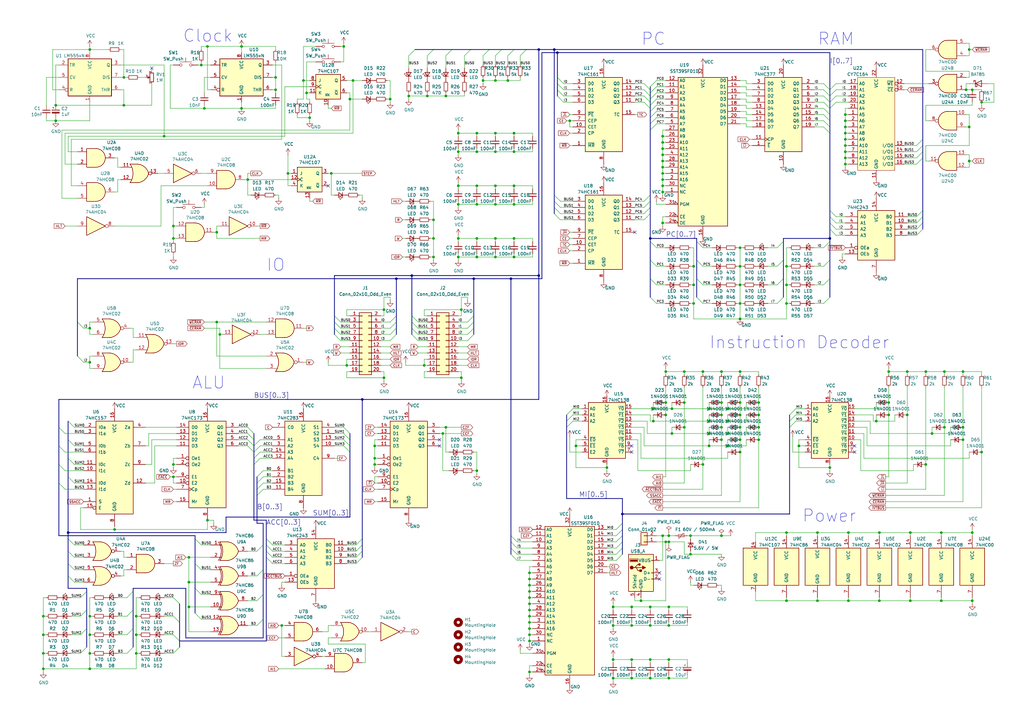
<source format=kicad_sch>
(kicad_sch (version 20231120) (generator "eeschema") (generator_version "8.0")
  (paper "A3")
  (title_block (title "RW-Pioneer") (date "24-02-27") (rev "24-02-27"))
  (junction (at 194.31 114.3))
  (junction (at 67.31 55.88))
  (junction (at 284.48 124.46))
  (junction (at 217.17 237.49))
  (junction (at 210.82 76.2))
  (junction (at 288.29 190.5))
  (junction (at 271.78 91.44))
  (junction (at 346.71 49.53))
  (junction (at 143.51 40.64))
  (junction (at 187.96 54.61))
  (junction (at 162.56 114.3))
  (junction (at 71.12 97.79))
  (junction (at 364.49 170.18))
  (junction (at 17.78 274.32))
  (junction (at 50.8 43.18))
  (junction (at 402.59 41.91))
  (junction (at 303.53 109.22))
  (junction (at 259.08 270.51))
  (junction (at 396.24 36.83))
  (junction (at 36.83 20.32))
  (junction (at 259.08 278.13))
  (junction (at 187.96 83.82))
  (junction (at 327.66 182.88))
  (junction (at 271.78 66.04))
  (junction (at 36.83 134.62))
  (junction (at 248.92 191.77))
  (junction (at 208.28 33.02))
  (junction (at 303.53 165.1))
  (junction (at 295.91 175.26))
  (junction (at 340.36 97.79))
  (junction (at 135.89 71.12))
  (junction (at 335.28 218.44))
  (junction (at 198.12 33.02))
  (junction (at 271.78 55.88))
  (junction (at 233.68 49.53))
  (junction (at 217.17 252.73))
  (junction (at 311.15 170.18))
  (junction (at 274.32 219.71))
  (junction (at 373.38 218.44))
  (junction (at 372.11 152.4))
  (junction (at 298.45 182.88))
  (junction (at 203.2 83.82))
  (junction (at 255.27 210.82))
  (junction (at 290.83 172.72))
  (junction (at 55.88 252.73))
  (junction (at 127 48.26))
  (junction (at 373.38 246.38))
  (junction (at 271.78 68.58))
  (junction (at 280.67 175.26))
  (junction (at 173.99 149.86))
  (junction (at 99.06 44.45))
  (junction (at 298.45 172.72))
  (junction (at 46.99 217.17))
  (junction (at 364.49 165.1))
  (junction (at 17.78 267.97))
  (junction (at 271.78 78.74))
  (junction (at 283.21 227.33))
  (junction (at 295.91 219.71))
  (junction (at 177.8 105.41))
  (junction (at 386.08 218.44))
  (junction (at 303.53 124.46))
  (junction (at 290.83 182.88))
  (junction (at 387.35 152.4))
  (junction (at 115.57 256.54))
  (junction (at 284.48 109.22))
  (junction (at 217.17 262.89))
  (junction (at 347.98 246.38))
  (junction (at 295.91 170.18))
  (junction (at 311.15 180.34))
  (junction (at 290.83 177.8))
  (junction (at 398.78 218.44))
  (junction (at 187.96 62.23))
  (junction (at 271.78 73.66))
  (junction (at 236.22 182.88))
  (junction (at 273.05 222.25))
  (junction (at 387.35 175.26))
  (junction (at 228.6 21.59))
  (junction (at 394.97 175.26))
  (junction (at 210.82 105.41))
  (junction (at 346.71 62.23))
  (junction (at 251.46 256.54))
  (junction (at 372.11 170.18))
  (junction (at 322.58 109.22))
  (junction (at 88.9 95.25))
  (junction (at 203.2 76.2))
  (junction (at 394.97 152.4))
  (junction (at 273.05 152.4))
  (junction (at 217.17 275.59))
  (junction (at 195.58 97.79))
  (junction (at 195.58 76.2))
  (junction (at 17.78 260.35))
  (junction (at 142.24 149.86))
  (junction (at 189.23 154.94))
  (junction (at 274.32 256.54))
  (junction (at 267.97 172.72))
  (junction (at 83.82 44.45))
  (junction (at 175.26 39.37))
  (junction (at 322.58 246.38))
  (junction (at 203.2 105.41))
  (junction (at 364.49 152.4))
  (junction (at 346.71 67.31))
  (junction (at 359.41 172.72))
  (junction (at 346.71 64.77))
  (junction (at 275.59 177.8))
  (junction (at 303.53 185.42))
  (junction (at 182.88 39.37))
  (junction (at 379.73 152.4))
  (junction (at 36.83 274.32))
  (junction (at 262.89 246.38))
  (junction (at 360.68 246.38))
  (junction (at 280.67 152.4))
  (junction (at 153.67 182.88))
  (junction (at 99.06 19.05))
  (junction (at 36.83 260.35))
  (junction (at 398.78 246.38))
  (junction (at 187.96 97.79))
  (junction (at 71.12 92.71))
  (junction (at 71.12 190.5))
  (junction (at 210.82 54.61))
  (junction (at 346.71 52.07))
  (junction (at 55.88 260.35))
  (junction (at 140.97 19.05))
  (junction (at 113.03 36.83))
  (junction (at 113.03 31.75))
  (junction (at 217.17 240.03))
  (junction (at 182.88 175.26))
  (junction (at 274.32 222.25))
  (junction (at 394.97 180.34))
  (junction (at 195.58 62.23))
  (junction (at 271.78 219.71))
  (junction (at 266.7 270.51))
  (junction (at 160.02 40.64))
  (junction (at 195.58 105.41))
  (junction (at 346.71 46.99))
  (junction (at 71.12 195.58))
  (junction (at 168.91 113.03))
  (junction (at 386.08 246.38))
  (junction (at 251.46 270.51))
  (junction (at 217.17 245.11))
  (junction (at 220.98 20.32))
  (junction (at 251.46 248.92))
  (junction (at 17.78 252.73))
  (junction (at 283.21 219.71))
  (junction (at 55.88 267.97))
  (junction (at 203.2 54.61))
  (junction (at 101.6 73.66))
  (junction (at 280.67 165.1))
  (junction (at 335.28 246.38))
  (junction (at 346.71 54.61))
  (junction (at 360.68 218.44))
  (junction (at 274.32 270.51))
  (junction (at 271.78 76.2))
  (junction (at 153.67 190.5))
  (junction (at 274.32 278.13))
  (junction (at 322.58 116.84))
  (junction (at 275.59 167.64))
  (junction (at 124.46 33.02))
  (junction (at 322.58 218.44))
  (junction (at 271.78 71.12))
  (junction (at 311.15 175.26))
  (junction (at 157.48 127))
  (junction (at 382.27 177.8))
  (junction (at 217.17 257.81))
  (junction (at 227.33 20.32))
  (junction (at 271.78 58.42))
  (junction (at 203.2 62.23))
  (junction (at 251.46 278.13))
  (junction (at 303.53 152.4))
  (junction (at 148.59 163.83))
  (junction (at 177.8 90.17))
  (junction (at 266.7 278.13))
  (junction (at 266.7 256.54))
  (junction (at 210.82 62.23))
  (junction (at 77.47 228.6))
  (junction (at 195.58 54.61))
  (junction (at 50.8 31.75))
  (junction (at 288.29 152.4))
  (junction (at 88.9 132.08))
  (junction (at 157.48 154.94))
  (junction (at 90.17 137.16))
  (junction (at 397.51 66.04))
  (junction (at 402.59 185.42))
  (junction (at 267.97 167.64))
  (junction (at 203.2 97.79))
  (junction (at 118.11 71.12))
  (junction (at 303.53 170.18))
  (junction (at 295.91 165.1))
  (junction (at 187.96 76.2))
  (junction (at 303.53 101.6))
  (junction (at 322.58 124.46))
  (junction (at 340.36 191.77))
  (junction (at 77.47 248.92))
  (junction (at 36.83 252.73))
  (junction (at 295.91 180.34))
  (junction (at 379.73 190.5))
  (junction (at 217.17 255.27))
  (junction (at 167.64 39.37))
  (junction (at 153.67 187.96))
  (junction (at 210.82 83.82))
  (junction (at 273.05 170.18))
  (junction (at 36.83 267.97))
  (junction (at 303.53 130.81))
  (junction (at 266.7 97.79))
  (junction (at 27.94 218.44))
  (junction (at 259.08 248.92))
  (junction (at 303.53 175.26))
  (junction (at 77.47 238.76))
  (junction (at 195.58 83.82))
  (junction (at 284.48 116.84))
  (junction (at 271.78 63.5))
  (junction (at 397.51 20.32))
  (junction (at 144.78 33.02))
  (junction (at 398.78 36.83))
  (junction (at 273.05 165.1))
  (junction (at 217.17 250.19))
  (junction (at 346.71 57.15))
  (junction (at 266.7 248.92))
  (junction (at 177.8 97.79))
  (junction (at 220.98 113.03))
  (junction (at 217.17 234.95))
  (junction (at 298.45 167.64))
  (junction (at 195.58 193.04))
  (junction (at 82.55 26.67))
  (junction (at 125.73 38.1))
  (junction (at 346.71 59.69))
  (junction (at 271.78 60.96))
  (junction (at 290.83 167.64))
  (junction (at 85.09 19.05))
  (junction (at 311.15 165.1))
  (junction (at 22.86 43.18))
  (junction (at 203.2 33.02))
  (junction (at 217.17 242.57))
  (junction (at 303.53 180.34))
  (junction (at 217.17 247.65))
  (junction (at 210.82 97.79))
  (junction (at 22.86 49.53))
  (junction (at 298.45 177.8))
  (junction (at 209.55 114.3))
  (junction (at 181.61 177.8))
  (junction (at 85.09 213.36))
  (junction (at 303.53 116.84))
  (junction (at 347.98 218.44))
  (junction (at 217.17 260.35))
  (junction (at 274.32 248.92))
  (junction (at 295.91 152.4))
  (junction (at 397.51 52.07))
  (junction (at 36.83 148.59))
  (junction (at 189.23 127))
  (junction (at 259.08 256.54))
  (junction (at 187.96 105.41))
  (no_connect (at 259.08 182.88))
  (no_connect (at 350.52 185.42))
  (no_connect (at 350.52 182.88))
  (no_connect (at 270.51 234.95))
  (no_connect (at 180.34 180.34))
  (no_connect (at 134.62 76.2))
  (no_connect (at 270.51 237.49))
  (no_connect (at 62.23 27.94))
  (no_connect (at 260.35 95.25))
  (no_connect (at 180.34 182.88))
  (no_connect (at 259.08 185.42))
  (bus_entry (at 264.16 34.29) (size 2.54 2.54))
  (bus_entry (at 105.41 236.22) (size 2.54 -2.54))
  (bus_entry (at 342.9 36.83) (size -2.54 2.54))
  (bus_entry (at 82.55 243.84) (size -2.54 -2.54))
  (bus_entry (at 337.82 52.07) (size 2.54 2.54))
  (bus_entry (at 52.07 260.35) (size 2.54 -2.54))
  (bus_entry (at 288.29 101.6) (size -2.54 -2.54))
  (bus_entry (at 203.2 22.86) (size 2.54 -2.54))
  (bus_entry (at 326.39 170.18) (size -2.54 2.54))
  (bus_entry (at 375.92 91.44) (size 2.54 -2.54))
  (bus_entry (at 231.14 41.91) (size -2.54 -2.54))
  (bus_entry (at 26.67 177.8) (size -2.54 -2.54))
  (bus_entry (at 71.12 267.97) (size 2.54 -2.54))
  (bus_entry (at 33.02 245.11) (size 2.54 -2.54))
  (bus_entry (at 171.45 132.08) (size -2.54 -2.54))
  (bus_entry (at 105.41 226.06) (size 2.54 -2.54))
  (bus_entry (at 198.12 22.86) (size 2.54 -2.54))
  (bus_entry (at 212.09 222.25) (size -2.54 -2.54))
  (bus_entry (at 252.73 219.71) (size 2.54 -2.54))
  (bus_entry (at 111.76 223.52) (size -2.54 -2.54))
  (bus_entry (at 139.7 137.16) (size -2.54 -2.54))
  (bus_entry (at 229.87 85.09) (size -2.54 -2.54))
  (bus_entry (at 234.95 167.64) (size -2.54 2.54))
  (bus_entry (at 252.73 229.87) (size 2.54 -2.54))
  (bus_entry (at 326.39 172.72) (size -2.54 2.54))
  (bus_entry (at 33.02 260.35) (size 2.54 -2.54))
  (bus_entry (at 337.82 116.84) (size 2.54 -2.54))
  (bus_entry (at 82.55 233.68) (size -2.54 -2.54))
  (bus_entry (at 191.77 132.08) (size 2.54 -2.54))
  (bus_entry (at 140.97 175.26) (size 2.54 2.54))
  (bus_entry (at 229.87 87.63) (size -2.54 -2.54))
  (bus_entry (at 171.45 134.62) (size -2.54 -2.54))
  (bus_entry (at 264.16 85.09) (size 2.54 -2.54))
  (bus_entry (at 33.02 267.97) (size 2.54 -2.54))
  (bus_entry (at 71.12 260.35) (size 2.54 2.54))
  (bus_entry (at 342.9 88.9) (size -2.54 -2.54))
  (bus_entry (at 269.24 124.46) (size -2.54 -2.54))
  (bus_entry (at 30.48 190.5) (size -2.54 -2.54))
  (bus_entry (at 342.9 34.29) (size -2.54 2.54))
  (bus_entry (at 288.29 116.84) (size -2.54 -2.54))
  (bus_entry (at 30.48 233.68) (size -2.54 -2.54))
  (bus_entry (at 212.09 224.79) (size -2.54 -2.54))
  (bus_entry (at 139.7 139.7) (size -2.54 -2.54))
  (bus_entry (at 342.9 96.52) (size -2.54 -2.54))
  (bus_entry (at 101.6 180.34) (size 2.54 2.54))
  (bus_entry (at 342.9 93.98) (size -2.54 -2.54))
  (bus_entry (at 71.12 252.73) (size 2.54 2.54))
  (bus_entry (at 231.14 34.29) (size -2.54 -2.54))
  (bus_entry (at 101.6 175.26) (size 2.54 2.54))
  (bus_entry (at 140.97 182.88) (size 2.54 2.54))
  (bus_entry (at 342.9 41.91) (size -2.54 2.54))
  (bus_entry (at 229.87 82.55) (size -2.54 -2.54))
  (bus_entry (at 337.82 44.45) (size 2.54 2.54))
  (bus_entry (at 106.68 182.88) (size -2.54 2.54))
  (bus_entry (at 269.24 38.1) (size -2.54 2.54))
  (bus_entry (at 190.5 22.86) (size 2.54 -2.54))
  (bus_entry (at 234.95 172.72) (size -2.54 2.54))
  (bus_entry (at 52.07 252.73) (size 2.54 -2.54))
  (bus_entry (at 337.82 124.46) (size 2.54 -2.54))
  (bus_entry (at 252.73 217.17) (size 2.54 -2.54))
  (bus_entry (at 375.92 62.23) (size 2.54 -2.54))
  (bus_entry (at 167.64 22.86) (size 2.54 -2.54))
  (bus_entry (at 26.67 193.04) (size -2.54 -2.54))
  (bus_entry (at 101.6 182.88) (size 2.54 2.54))
  (bus_entry (at 139.7 132.08) (size -2.54 -2.54))
  (bus_entry (at 269.24 109.22) (size -2.54 -2.54))
  (bus_entry (at 106.68 180.34) (size -2.54 2.54))
  (bus_entry (at 252.73 222.25) (size 2.54 -2.54))
  (bus_entry (at 269.24 33.02) (size -2.54 2.54))
  (bus_entry (at 107.95 200.66) (size -2.54 2.54))
  (bus_entry (at 342.9 91.44) (size -2.54 -2.54))
  (bus_entry (at 375.92 96.52) (size 2.54 -2.54))
  (bus_entry (at 375.92 64.77) (size 2.54 -2.54))
  (bus_entry (at 213.36 22.86) (size 2.54 -2.54))
  (bus_entry (at 326.39 167.64) (size -2.54 2.54))
  (bus_entry (at 264.16 39.37) (size 2.54 2.54))
  (bus_entry (at 252.73 224.79) (size 2.54 -2.54))
  (bus_entry (at 30.48 238.76) (size -2.54 -2.54))
  (bus_entry (at 111.76 231.14) (size -2.54 -2.54))
  (bus_entry (at 264.16 36.83) (size 2.54 2.54))
  (bus_entry (at 269.24 101.6) (size -2.54 -2.54))
  (bus_entry (at 191.77 137.16) (size 2.54 -2.54))
  (bus_entry (at 212.09 227.33) (size -2.54 -2.54))
  (bus_entry (at 30.48 198.12) (size -2.54 -2.54))
  (bus_entry (at 30.48 175.26) (size -2.54 -2.54))
  (bus_entry (at 34.29 148.59) (size -2.54 -2.54))
  (bus_entry (at 140.97 180.34) (size 2.54 2.54))
  (bus_entry (at 191.77 134.62) (size 2.54 -2.54))
  (bus_entry (at 140.97 177.8) (size 2.54 2.54))
  (bus_entry (at 160.02 137.16) (size 2.54 -2.54))
  (bus_entry (at 175.26 22.86) (size 2.54 -2.54))
  (bus_entry (at 171.45 139.7) (size -2.54 -2.54))
  (bus_entry (at 337.82 46.99) (size 2.54 2.54))
  (bus_entry (at 30.48 182.88) (size -2.54 -2.54))
  (bus_entry (at 101.6 177.8) (size 2.54 2.54))
  (bus_entry (at 82.55 254) (size -2.54 -2.54))
  (bus_entry (at 191.77 139.7) (size 2.54 -2.54))
  (bus_entry (at 264.16 82.55) (size 2.54 -2.54))
  (bus_entry (at 107.95 198.12) (size -2.54 2.54))
  (bus_entry (at 269.24 116.84) (size -2.54 -2.54))
  (bus_entry (at 337.82 101.6) (size 2.54 -2.54))
  (bus_entry (at 111.76 226.06) (size -2.54 -2.54))
  (bus_entry (at 234.95 170.18) (size -2.54 2.54))
  (bus_entry (at 160.02 134.62) (size 2.54 -2.54))
  (bus_entry (at 337.82 109.22) (size 2.54 -2.54))
  (bus_entry (at 269.24 50.8) (size -2.54 2.54))
  (bus_entry (at 337.82 39.37) (size 2.54 2.54))
  (bus_entry (at 107.95 195.58) (size -2.54 2.54))
  (bus_entry (at 252.73 227.33) (size 2.54 -2.54))
  (bus_entry (at 231.14 39.37) (size -2.54 -2.54))
  (bus_entry (at 52.07 267.97) (size 2.54 -2.54))
  (bus_entry (at 318.77 116.84) (size 2.54 -2.54))
  (bus_entry (at 52.07 245.11) (size 2.54 -2.54))
  (bus_entry (at 269.24 43.18) (size -2.54 2.54))
  (bus_entry (at 107.95 193.04) (size -2.54 2.54))
  (bus_entry (at 82.55 223.52) (size -2.54 -2.54))
  (bus_entry (at 160.02 132.08) (size 2.54 -2.54))
  (bus_entry (at 269.24 35.56) (size -2.54 2.54))
  (bus_entry (at 71.12 245.11) (size 2.54 2.54))
  (bus_entry (at 375.92 67.31) (size 2.54 -2.54))
  (bus_entry (at 30.48 228.6) (size -2.54 -2.54))
  (bus_entry (at 337.82 41.91) (size 2.54 2.54))
  (bus_entry (at 375.92 88.9) (size 2.54 -2.54))
  (bus_entry (at 146.05 228.6) (size 2.54 -2.54))
  (bus_entry (at 105.41 246.38) (size 2.54 -2.54))
  (bus_entry (at 318.77 101.6) (size 2.54 -2.54))
  (bus_entry (at 182.88 22.86) (size 2.54 -2.54))
  (bus_entry (at 105.41 256.54) (size 2.54 -2.54))
  (bus_entry (at 106.68 185.42) (size -2.54 2.54))
  (bus_entry (at 33.02 252.73) (size 2.54 -2.54))
  (bus_entry (at 231.14 36.83) (size -2.54 -2.54))
  (bus_entry (at 264.16 41.91) (size 2.54 2.54))
  (bus_entry (at 160.02 139.7) (size 2.54 -2.54))
  (bus_entry (at 229.87 90.17) (size -2.54 -2.54))
  (bus_entry (at 318.77 124.46) (size 2.54 -2.54))
  (bus_entry (at 26.67 200.66) (size -2.54 -2.54))
  (bus_entry (at 337.82 49.53) (size 2.54 2.54))
  (bus_entry (at 212.09 229.87) (size -2.54 -2.54))
  (bus_entry (at 171.45 137.16) (size -2.54 -2.54))
  (bus_entry (at 264.16 87.63) (size 2.54 -2.54))
  (bus_entry (at 269.24 45.72) (size -2.54 2.54))
  (bus_entry (at 146.05 223.52) (size 2.54 -2.54))
  (bus_entry (at 269.24 40.64) (size -2.54 2.54))
  (bus_entry (at 30.48 223.52) (size -2.54 -2.54))
  (bus_entry (at 337.82 36.83) (size 2.54 2.54))
  (bus_entry (at 342.9 39.37) (size -2.54 2.54))
  (bus_entry (at 146.05 226.06) (size 2.54 -2.54))
  (bus_entry (at 288.29 109.22) (size -2.54 -2.54))
  (bus_entry (at 106.68 187.96) (size -2.54 2.54))
  (bus_entry (at 111.76 228.6) (size -2.54 -2.54))
  (bus_entry (at 26.67 185.42) (size -2.54 -2.54))
  (bus_entry (at 269.24 48.26) (size -2.54 2.54))
  (bus_entry (at 375.92 59.69) (size 2.54 -2.54))
  (bus_entry (at 34.29 134.62) (size -2.54 -2.54))
  (bus_entry (at 318.77 109.22) (size 2.54 -2.54))
  (bus_entry (at 337.82 34.29) (size 2.54 2.54))
  (bus_entry (at 264.16 90.17) (size 2.54 -2.54))
  (bus_entry (at 139.7 134.62) (size -2.54 -2.54))
  (bus_entry (at 288.29 124.46) (size -2.54 -2.54))
  (bus_entry (at 375.92 93.98) (size 2.54 -2.54))
  (bus_entry (at 146.05 231.14) (size 2.54 -2.54))
  (bus_entry (at 208.28 22.86) (size 2.54 -2.54))
  (wire (pts (xy 54.61 134.62) (xy 53.34 134.62)))
  (wire (pts (xy 154.94 198.12) (xy 153.67 198.12)))
  (wire (pts (xy 71.12 97.79) (xy 71.12 92.71)))
  (wire (pts (xy 266.7 278.13) (xy 266.7 276.86)))
  (wire (pts (xy 212.09 222.25) (xy 218.44 222.25)))
  (wire (pts (xy 298.45 172.72) (xy 298.45 170.18)))
  (wire (pts (xy 259.08 172.72) (xy 265.43 172.72)))
  (wire (pts (xy 236.22 182.88) (xy 238.76 182.88)))
  (wire (pts (xy 251.46 270.51) (xy 251.46 269.24)))
  (wire (pts (xy 181.61 177.8) (xy 189.23 177.8)))
  (bus (pts (xy 266.7 87.63) (xy 266.7 97.79)))
  (wire (pts (xy 144.78 33.02) (xy 144.78 54.61)))
  (wire (pts (xy 308.61 57.15) (xy 307.34 57.15)))
  (wire (pts (xy 180.34 175.26) (xy 182.88 175.26)))
  (wire (pts (xy 284.48 109.22) (xy 284.48 116.84)))
  (wire (pts (xy 88.9 95.25) (xy 87.63 95.25)))
  (wire (pts (xy 218.44 242.57) (xy 217.17 242.57)))
  (wire (pts (xy 271.78 91.44) (xy 273.05 91.44)))
  (wire (pts (xy 55.88 260.35) (xy 55.88 267.97)))
  (wire (pts (xy 38.1 146.05) (xy 36.83 146.05)))
  (wire (pts (xy 142.24 147.32) (xy 143.51 147.32)))
  (wire (pts (xy 157.48 154.94) (xy 157.48 156.21)))
  (wire (pts (xy 306.07 36.83) (xy 308.61 36.83)))
  (wire (pts (xy 346.71 67.31) (xy 346.71 68.58)))
  (bus (pts (xy 228.6 34.29) (xy 228.6 36.83)))
  (wire (pts (xy 99.06 44.45) (xy 99.06 41.91)))
  (wire (pts (xy 83.82 44.45) (xy 83.82 43.18)))
  (wire (pts (xy 203.2 54.61) (xy 195.58 54.61)))
  (wire (pts (xy 284.48 130.81) (xy 303.53 130.81)))
  (bus (pts (xy 209.55 224.79) (xy 209.55 227.33)))
  (wire (pts (xy 142.24 33.02) (xy 144.78 33.02)))
  (wire (pts (xy 17.78 274.32) (xy 17.78 275.59)))
  (wire (pts (xy 36.83 21.59) (xy 36.83 20.32)))
  (wire (pts (xy 397.51 59.69) (xy 397.51 52.07)))
  (wire (pts (xy 190.5 38.1) (xy 190.5 39.37)))
  (bus (pts (xy 27.94 195.58) (xy 27.94 218.44)))
  (wire (pts (xy 77.47 238.76) (xy 77.47 228.6)))
  (bus (pts (xy 109.22 226.06) (xy 109.22 228.6)))
  (wire (pts (xy 370.84 67.31) (xy 375.92 67.31)))
  (wire (pts (xy 213.36 26.67) (xy 213.36 22.86)))
  (wire (pts (xy 153.67 200.66) (xy 154.94 200.66)))
  (wire (pts (xy 187.96 54.61) (xy 187.96 55.88)))
  (wire (pts (xy 327.66 182.88) (xy 330.2 182.88)))
  (wire (pts (xy 21.59 20.32) (xy 21.59 36.83)))
  (wire (pts (xy 274.32 248.92) (xy 266.7 248.92)))
  (wire (pts (xy 36.83 267.97) (xy 38.1 267.97)))
  (wire (pts (xy 160.02 33.02) (xy 160.02 40.64)))
  (wire (pts (xy 54.61 143.51) (xy 55.88 143.51)))
  (wire (pts (xy 397.51 187.96) (xy 354.33 187.96)))
  (wire (pts (xy 195.58 185.42) (xy 195.58 193.04)))
  (wire (pts (xy 217.17 260.35) (xy 217.17 257.81)))
  (bus (pts (xy 266.7 50.8) (xy 266.7 53.34)))
  (wire (pts (xy 116.84 35.56) (xy 127 35.56)))
  (wire (pts (xy 397.51 22.86) (xy 396.24 22.86)))
  (wire (pts (xy 144.78 33.02) (xy 148.59 33.02)))
  (wire (pts (xy 195.58 105.41) (xy 203.2 105.41)))
  (wire (pts (xy 218.44 83.82) (xy 218.44 82.55)))
  (wire (pts (xy 135.89 71.12) (xy 135.89 80.01)))
  (bus (pts (xy 340.36 114.3) (xy 340.36 121.92)))
  (wire (pts (xy 342.9 96.52) (xy 346.71 96.52)))
  (wire (pts (xy 143.51 40.64) (xy 143.51 53.34)))
  (wire (pts (xy 88.9 132.08) (xy 88.9 146.05)))
  (bus (pts (xy 27.94 187.96) (xy 27.94 195.58)))
  (wire (pts (xy 49.53 226.06) (xy 50.8 226.06)))
  (wire (pts (xy 364.49 152.4) (xy 364.49 153.67)))
  (wire (pts (xy 195.58 62.23) (xy 203.2 62.23)))
  (wire (pts (xy 153.67 195.58) (xy 153.67 198.12)))
  (wire (pts (xy 158.75 33.02) (xy 160.02 33.02)))
  (wire (pts (xy 327.66 180.34) (xy 327.66 182.88)))
  (wire (pts (xy 82.55 19.05) (xy 82.55 20.32)))
  (wire (pts (xy 154.94 195.58) (xy 153.67 195.58)))
  (wire (pts (xy 397.51 185.42) (xy 397.51 187.96)))
  (wire (pts (xy 260.35 87.63) (xy 264.16 87.63)))
  (wire (pts (xy 129.54 25.4) (xy 125.73 25.4)))
  (bus (pts (xy 105.41 214.63) (xy 107.95 214.63)))
  (wire (pts (xy 154.94 190.5) (xy 153.67 190.5)))
  (wire (pts (xy 71.12 92.71) (xy 71.12 85.09)))
  (wire (pts (xy 142.24 231.14) (xy 146.05 231.14)))
  (wire (pts (xy 67.31 245.11) (xy 71.12 245.11)))
  (wire (pts (xy 173.99 147.32) (xy 175.26 147.32)))
  (bus (pts (xy 107.95 261.62) (xy 76.2 261.62)))
  (wire (pts (xy 275.59 167.64) (xy 275.59 165.1)))
  (bus (pts (xy 232.41 170.18) (xy 232.41 172.72)))
  (wire (pts (xy 210.82 77.47) (xy 210.82 76.2)))
  (wire (pts (xy 398.78 66.04) (xy 397.51 66.04)))
  (wire (pts (xy 166.37 149.86) (xy 173.99 149.86)))
  (wire (pts (xy 125.73 25.4) (xy 125.73 38.1)))
  (bus (pts (xy 105.41 203.2) (xy 105.41 214.63)))
  (wire (pts (xy 187.96 62.23) (xy 195.58 62.23)))
  (bus (pts (xy 27.94 218.44) (xy 27.94 220.98)))
  (wire (pts (xy 298.45 167.64) (xy 306.07 167.64)))
  (wire (pts (xy 153.67 182.88) (xy 153.67 187.96)))
  (wire (pts (xy 71.12 85.09) (xy 72.39 85.09)))
  (wire (pts (xy 148.59 80.01) (xy 148.59 81.28)))
  (wire (pts (xy 124.46 33.02) (xy 124.46 40.64)))
  (wire (pts (xy 166.37 105.41) (xy 165.1 105.41)))
  (wire (pts (xy 21.59 36.83) (xy 24.13 36.83)))
  (wire (pts (xy 175.26 139.7) (xy 171.45 139.7)))
  (wire (pts (xy 250.19 232.41) (xy 248.92 232.41)))
  (bus (pts (xy 255.27 210.82) (xy 323.85 210.82)))
  (wire (pts (xy 266.7 256.54) (xy 266.7 255.27)))
  (wire (pts (xy 346.71 44.45) (xy 346.71 46.99)))
  (wire (pts (xy 335.28 218.44) (xy 347.98 218.44)))
  (wire (pts (xy 259.08 256.54) (xy 266.7 256.54)))
  (wire (pts (xy 156.21 129.54) (xy 157.48 129.54)))
  (wire (pts (xy 66.04 76.2) (xy 85.09 76.2)))
  (wire (pts (xy 379.73 152.4) (xy 379.73 153.67)))
  (bus (pts (xy 24.13 190.5) (xy 24.13 198.12)))
  (wire (pts (xy 67.31 55.88) (xy 27.94 55.88)))
  (wire (pts (xy 210.82 105.41) (xy 218.44 105.41)))
  (wire (pts (xy 38.1 260.35) (xy 36.83 260.35)))
  (wire (pts (xy 248.92 193.04) (xy 248.92 191.77)))
  (wire (pts (xy 322.58 219.71) (xy 322.58 218.44)))
  (wire (pts (xy 67.31 267.97) (xy 71.12 267.97)))
  (wire (pts (xy 347.98 59.69) (xy 346.71 59.69)))
  (wire (pts (xy 273.05 83.82) (xy 269.24 83.82)))
  (wire (pts (xy 134.62 148.59) (xy 134.62 149.86)))
  (wire (pts (xy 397.51 66.04) (xy 397.51 68.58)))
  (wire (pts (xy 342.9 93.98) (xy 346.71 93.98)))
  (wire (pts (xy 109.22 137.16) (xy 106.68 137.16)))
  (wire (pts (xy 345.44 104.14) (xy 345.44 105.41)))
  (wire (pts (xy 210.82 76.2) (xy 203.2 76.2)))
  (wire (pts (xy 394.97 152.4) (xy 402.59 152.4)))
  (bus (pts (xy 228.6 36.83) (xy 228.6 39.37)))
  (wire (pts (xy 379.73 66.04) (xy 379.73 59.69)))
  (wire (pts (xy 280.67 152.4) (xy 288.29 152.4)))
  (wire (pts (xy 266.7 278.13) (xy 274.32 278.13)))
  (bus (pts (xy 266.7 97.79) (xy 266.7 99.06)))
  (bus (pts (xy 54.61 241.3) (xy 76.2 241.3)))
  (wire (pts (xy 135.89 71.12) (xy 134.62 71.12)))
  (wire (pts (xy 303.53 101.6) (xy 304.8 101.6)))
  (wire (pts (xy 306.07 46.99) (xy 308.61 46.99)))
  (wire (pts (xy 372.11 88.9) (xy 375.92 88.9)))
  (bus (pts (xy 378.46 20.32) (xy 378.46 57.15)))
  (bus (pts (xy 185.42 20.32) (xy 193.04 20.32)))
  (wire (pts (xy 113.03 43.18) (xy 113.03 44.45)))
  (wire (pts (xy 303.53 40.64) (xy 306.07 40.64)))
  (wire (pts (xy 327.66 180.34) (xy 330.2 180.34)))
  (wire (pts (xy 218.44 252.73) (xy 217.17 252.73)))
  (bus (pts (xy 340.36 44.45) (xy 340.36 46.99)))
  (bus (pts (xy 27.94 180.34) (xy 27.94 187.96)))
  (wire (pts (xy 346.71 59.69) (xy 346.71 62.23)))
  (bus (pts (xy 220.98 113.03) (xy 220.98 163.83)))
  (wire (pts (xy 379.73 158.75) (xy 379.73 190.5)))
  (wire (pts (xy 323.85 116.84) (xy 322.58 116.84)))
  (wire (pts (xy 217.17 237.49) (xy 217.17 234.95)))
  (wire (pts (xy 143.51 38.1) (xy 143.51 40.64)))
  (wire (pts (xy 295.91 219.71) (xy 299.72 219.71)))
  (wire (pts (xy 382.27 175.26) (xy 382.27 177.8)))
  (wire (pts (xy 290.83 177.8) (xy 298.45 177.8)))
  (wire (pts (xy 187.96 144.78) (xy 191.77 144.78)))
  (wire (pts (xy 311.15 158.75) (xy 311.15 165.1)))
  (wire (pts (xy 236.22 182.88) (xy 236.22 191.77)))
  (wire (pts (xy 187.96 60.96) (xy 187.96 62.23)))
  (wire (pts (xy 217.17 257.81) (xy 217.17 255.27)))
  (bus (pts (xy 170.18 20.32) (xy 177.8 20.32)))
  (wire (pts (xy 187.96 54.61) (xy 187.96 53.34)))
  (wire (pts (xy 134.62 264.16) (xy 134.62 261.62)))
  (bus (pts (xy 205.74 20.32) (xy 210.82 20.32)))
  (wire (pts (xy 115.57 256.54) (xy 114.3 256.54)))
  (wire (pts (xy 302.26 101.6) (xy 303.53 101.6)))
  (wire (pts (xy 337.82 36.83) (xy 334.01 36.83)))
  (wire (pts (xy 374.65 193.04) (xy 353.06 193.04)))
  (wire (pts (xy 99.06 19.05) (xy 99.06 21.59)))
  (wire (pts (xy 71.12 198.12) (xy 72.39 198.12)))
  (wire (pts (xy 372.11 36.83) (xy 370.84 36.83)))
  (bus (pts (xy 266.7 80.01) (xy 266.7 82.55)))
  (wire (pts (xy 358.14 172.72) (xy 358.14 170.18)))
  (wire (pts (xy 175.26 38.1) (xy 175.26 39.37)))
  (wire (pts (xy 372.11 152.4) (xy 372.11 153.67)))
  (wire (pts (xy 364.49 158.75) (xy 364.49 165.1)))
  (bus (pts (xy 31.75 114.3) (xy 31.75 132.08)))
  (wire (pts (xy 36.83 134.62) (xy 36.83 132.08)))
  (wire (pts (xy 113.03 31.75) (xy 113.03 36.83)))
  (wire (pts (xy 382.27 177.8) (xy 389.89 177.8)))
  (wire (pts (xy 85.09 19.05) (xy 99.06 19.05)))
  (wire (pts (xy 127 48.26) (xy 127 49.53)))
  (bus (pts (xy 227.33 20.32) (xy 220.98 20.32)))
  (wire (pts (xy 217.17 245.11) (xy 217.17 242.57)))
  (bus (pts (xy 194.31 114.3) (xy 209.55 114.3)))
  (bus (pts (xy 80.01 241.3) (xy 80.01 251.46)))
  (bus (pts (xy 143.51 182.88) (xy 143.51 185.42)))
  (wire (pts (xy 113.03 44.45) (xy 99.06 44.45)))
  (wire (pts (xy 54.61 138.43) (xy 54.61 134.62)))
  (wire (pts (xy 260.35 82.55) (xy 264.16 82.55)))
  (wire (pts (xy 306.07 35.56) (xy 306.07 36.83)))
  (wire (pts (xy 306.07 172.72) (xy 306.07 170.18)))
  (wire (pts (xy 55.88 138.43) (xy 54.61 138.43)))
  (wire (pts (xy 203.2 83.82) (xy 203.2 82.55)))
  (wire (pts (xy 17.78 260.35) (xy 17.78 267.97)))
  (wire (pts (xy 264.16 182.88) (xy 264.16 175.26)))
  (wire (pts (xy 266.7 271.78) (xy 266.7 270.51)))
  (wire (pts (xy 372.11 93.98) (xy 375.92 93.98)))
  (wire (pts (xy 135.89 71.12) (xy 148.59 71.12)))
  (wire (pts (xy 77.47 228.6) (xy 86.36 228.6)))
  (wire (pts (xy 295.91 165.1) (xy 295.91 170.18)))
  (wire (pts (xy 251.46 248.92) (xy 251.46 247.65)))
  (wire (pts (xy 208.28 31.75) (xy 208.28 33.02)))
  (wire (pts (xy 36.83 134.62) (xy 34.29 134.62)))
  (wire (pts (xy 36.83 19.05) (xy 36.83 20.32)))
  (wire (pts (xy 298.45 167.64) (xy 298.45 165.1)))
  (bus (pts (xy 266.7 39.37) (xy 266.7 40.64)))
  (wire (pts (xy 158.75 40.64) (xy 160.02 40.64)))
  (wire (pts (xy 101.6 73.66) (xy 100.33 73.66)))
  (wire (pts (xy 271.78 66.04) (xy 271.78 68.58)))
  (bus (pts (xy 340.36 52.07) (xy 340.36 54.61)))
  (wire (pts (xy 234.95 49.53) (xy 233.68 49.53)))
  (wire (pts (xy 347.98 46.99) (xy 346.71 46.99)))
  (wire (pts (xy 302.26 109.22) (xy 303.53 109.22)))
  (wire (pts (xy 303.53 33.02) (xy 306.07 33.02)))
  (wire (pts (xy 234.95 34.29) (xy 231.14 34.29)))
  (wire (pts (xy 217.17 242.57) (xy 217.17 240.03)))
  (wire (pts (xy 187.96 149.86) (xy 191.77 149.86)))
  (wire (pts (xy 46.99 217.17) (xy 85.09 217.17)))
  (wire (pts (xy 135.89 44.45) (xy 134.62 44.45)))
  (wire (pts (xy 267.97 172.72) (xy 290.83 172.72)))
  (bus (pts (xy 162.56 132.08) (xy 162.56 134.62)))
  (wire (pts (xy 181.61 193.04) (xy 181.61 177.8)))
  (bus (pts (xy 285.75 114.3) (xy 285.75 121.92)))
  (wire (pts (xy 260.35 39.37) (xy 264.16 39.37)))
  (wire (pts (xy 273.05 246.38) (xy 273.05 222.25)))
  (wire (pts (xy 153.67 182.88) (xy 154.94 182.88)))
  (wire (pts (xy 77.47 248.92) (xy 77.47 238.76)))
  (wire (pts (xy 273.05 68.58) (xy 271.78 68.58)))
  (wire (pts (xy 167.64 38.1) (xy 167.64 39.37)))
  (wire (pts (xy 134.62 43.18) (xy 134.62 44.45)))
  (bus (pts (xy 340.36 39.37) (xy 340.36 41.91)))
  (wire (pts (xy 387.35 203.2) (xy 387.35 175.26)))
  (wire (pts (xy 306.07 39.37) (xy 308.61 39.37)))
  (bus (pts (xy 266.7 114.3) (xy 266.7 121.92)))
  (wire (pts (xy 398.78 36.83) (xy 402.59 36.83)))
  (wire (pts (xy 354.33 187.96) (xy 354.33 177.8)))
  (wire (pts (xy 259.08 278.13) (xy 259.08 276.86)))
  (wire (pts (xy 187.96 63.5) (xy 187.96 62.23)))
  (wire (pts (xy 134.62 149.86) (xy 142.24 149.86)))
  (bus (pts (xy 24.13 163.83) (xy 148.59 163.83)))
  (wire (pts (xy 273.05 50.8) (xy 269.24 50.8)))
  (wire (pts (xy 86.36 254) (xy 82.55 254)))
  (wire (pts (xy 260.35 85.09) (xy 264.16 85.09)))
  (wire (pts (xy 217.17 262.89) (xy 217.17 260.35)))
  (wire (pts (xy 24.13 31.75) (xy 19.05 31.75)))
  (wire (pts (xy 195.58 97.79) (xy 187.96 97.79)))
  (wire (pts (xy 143.51 137.16) (xy 139.7 137.16)))
  (wire (pts (xy 303.53 175.26) (xy 303.53 180.34)))
  (wire (pts (xy 340.36 191.77) (xy 340.36 190.5)))
  (wire (pts (xy 143.51 53.34) (xy 25.4 53.34)))
  (wire (pts (xy 281.94 248.92) (xy 274.32 248.92)))
  (wire (pts (xy 213.36 33.02) (xy 213.36 31.75)))
  (wire (pts (xy 29.21 76.2) (xy 31.75 76.2)))
  (wire (pts (xy 234.95 107.95) (xy 233.68 107.95)))
  (wire (pts (xy 309.88 222.25) (xy 309.88 218.44)))
  (wire (pts (xy 66.04 92.71) (xy 66.04 76.2)))
  (bus (pts (xy 209.55 222.25) (xy 209.55 224.79)))
  (wire (pts (xy 269.24 83.82) (xy 269.24 82.55)))
  (wire (pts (xy 290.83 167.64) (xy 290.83 165.1)))
  (wire (pts (xy 372.11 152.4) (xy 379.73 152.4)))
  (bus (pts (xy 177.8 20.32) (xy 185.42 20.32)))
  (wire (pts (xy 160.02 121.92) (xy 157.48 121.92)))
  (wire (pts (xy 87.63 213.36) (xy 85.09 213.36)))
  (wire (pts (xy 267.97 170.18) (xy 267.97 172.72)))
  (wire (pts (xy 260.35 36.83) (xy 264.16 36.83)))
  (wire (pts (xy 264.16 175.26) (xy 259.08 175.26)))
  (wire (pts (xy 342.9 34.29) (xy 347.98 34.29)))
  (wire (pts (xy 325.12 185.42) (xy 330.2 185.42)))
  (bus (pts (xy 321.31 99.06) (xy 321.31 106.68)))
  (wire (pts (xy 29.21 267.97) (xy 33.02 267.97)))
  (wire (pts (xy 346.71 62.23) (xy 346.71 64.77)))
  (wire (pts (xy 396.24 46.99) (xy 397.51 46.99)))
  (wire (pts (xy 271.78 76.2) (xy 273.05 76.2)))
  (wire (pts (xy 30.48 182.88) (xy 34.29 182.88)))
  (wire (pts (xy 236.22 180.34) (xy 236.22 182.88)))
  (wire (pts (xy 26.67 185.42) (xy 34.29 185.42)))
  (wire (pts (xy 69.85 26.67) (xy 71.12 26.67)))
  (wire (pts (xy 303.53 158.75) (xy 303.53 165.1)))
  (wire (pts (xy 290.83 172.72) (xy 298.45 172.72)))
  (wire (pts (xy 251.46 278.13) (xy 259.08 278.13)))
  (bus (pts (xy 378.46 86.36) (xy 378.46 88.9)))
  (wire (pts (xy 71.12 92.71) (xy 72.39 92.71)))
  (wire (pts (xy 259.08 250.19) (xy 259.08 248.92)))
  (wire (pts (xy 260.35 246.38) (xy 262.89 246.38)))
  (wire (pts (xy 261.62 46.99) (xy 260.35 46.99)))
  (wire (pts (xy 330.2 167.64) (xy 326.39 167.64)))
  (wire (pts (xy 346.71 64.77) (xy 346.71 67.31)))
  (wire (pts (xy 142.24 129.54) (xy 143.51 129.54)))
  (wire (pts (xy 50.8 233.68) (xy 50.8 236.22)))
  (wire (pts (xy 273.05 48.26) (xy 269.24 48.26)))
  (wire (pts (xy 274.32 278.13) (xy 274.32 276.86)))
  (wire (pts (xy 360.68 246.38) (xy 347.98 246.38)))
  (wire (pts (xy 111.76 228.6) (xy 116.84 228.6)))
  (bus (pts (xy 168.91 134.62) (xy 168.91 137.16)))
  (wire (pts (xy 229.87 90.17) (xy 234.95 90.17)))
  (wire (pts (xy 271.78 68.58) (xy 271.78 71.12)))
  (wire (pts (xy 248.92 224.79) (xy 252.73 224.79)))
  (wire (pts (xy 113.03 19.05) (xy 99.06 19.05)))
  (wire (pts (xy 402.59 152.4) (xy 402.59 153.67)))
  (wire (pts (xy 306.07 38.1) (xy 306.07 39.37)))
  (wire (pts (xy 217.17 247.65) (xy 217.17 245.11)))
  (wire (pts (xy 252.73 227.33) (xy 248.92 227.33)))
  (bus (pts (xy 227.33 20.32) (xy 378.46 20.32)))
  (wire (pts (xy 217.17 262.89) (xy 217.17 264.16)))
  (wire (pts (xy 134.62 261.62) (xy 135.89 261.62)))
  (wire (pts (xy 347.98 62.23) (xy 346.71 62.23)))
  (wire (pts (xy 218.44 62.23) (xy 218.44 60.96)))
  (wire (pts (xy 46.99 64.77) (xy 48.26 64.77)))
  (wire (pts (xy 38.1 245.11) (xy 36.83 245.11)))
  (bus (pts (xy 227.33 20.32) (xy 227.33 80.01)))
  (wire (pts (xy 375.92 91.44) (xy 372.11 91.44)))
  (wire (pts (xy 22.86 49.53) (xy 22.86 48.26)))
  (wire (pts (xy 34.29 208.28) (xy 33.02 208.28)))
  (wire (pts (xy 260.35 90.17) (xy 264.16 90.17)))
  (wire (pts (xy 306.07 52.07) (xy 308.61 52.07)))
  (wire (pts (xy 271.78 73.66) (xy 271.78 76.2)))
  (wire (pts (xy 142.24 152.4) (xy 142.24 154.94)))
  (wire (pts (xy 218.44 257.81) (xy 217.17 257.81)))
  (wire (pts (xy 143.51 132.08) (xy 139.7 132.08)))
  (wire (pts (xy 140.97 25.4) (xy 140.97 19.05)))
  (wire (pts (xy 373.38 246.38) (xy 360.68 246.38)))
  (wire (pts (xy 203.2 76.2) (xy 195.58 76.2)))
  (wire (pts (xy 153.67 175.26) (xy 154.94 175.26)))
  (wire (pts (xy 389.89 182.88) (xy 389.89 180.34)))
  (wire (pts (xy 135.89 80.01) (xy 137.16 80.01)))
  (wire (pts (xy 381 66.04) (xy 379.73 66.04)))
  (wire (pts (xy 182.88 38.1) (xy 182.88 39.37)))
  (bus (pts (xy 27.94 236.22) (xy 27.94 241.3)))
  (wire (pts (xy 275.59 177.8) (xy 275.59 175.26)))
  (wire (pts (xy 127 48.26) (xy 121.92 48.26)))
  (wire (pts (xy 394.97 158.75) (xy 394.97 175.26)))
  (wire (pts (xy 140.97 177.8) (xy 137.16 177.8)))
  (wire (pts (xy 337.82 41.91) (xy 334.01 41.91)))
  (bus (pts (xy 148.59 163.83) (xy 148.59 220.98)))
  (bus (pts (xy 266.7 36.83) (xy 266.7 38.1)))
  (wire (pts (xy 334.01 124.46) (xy 337.82 124.46)))
  (wire (pts (xy 363.22 208.28) (xy 402.59 208.28)))
  (bus (pts (xy 232.41 175.26) (xy 232.41 204.47)))
  (wire (pts (xy 195.58 62.23) (xy 195.58 60.96)))
  (wire (pts (xy 157.48 129.54) (xy 157.48 127)))
  (wire (pts (xy 262.89 177.8) (xy 259.08 177.8)))
  (bus (pts (xy 168.91 129.54) (xy 168.91 132.08)))
  (bus (pts (xy 143.51 180.34) (xy 143.51 182.88)))
  (wire (pts (xy 360.68 218.44) (xy 373.38 218.44)))
  (wire (pts (xy 160.02 139.7) (xy 156.21 139.7)))
  (wire (pts (xy 30.48 223.52) (xy 34.29 223.52)))
  (wire (pts (xy 308.61 59.69) (xy 307.34 59.69)))
  (bus (pts (xy 194.31 114.3) (xy 162.56 114.3)))
  (wire (pts (xy 347.98 44.45) (xy 346.71 44.45)))
  (wire (pts (xy 274.32 250.19) (xy 274.32 248.92)))
  (wire (pts (xy 25.4 81.28) (xy 31.75 81.28)))
  (wire (pts (xy 210.82 83.82) (xy 210.82 82.55)))
  (wire (pts (xy 64.77 71.12) (xy 67.31 71.12)))
  (wire (pts (xy 304.8 116.84) (xy 303.53 116.84)))
  (wire (pts (xy 22.86 26.67) (xy 22.86 43.18)))
  (wire (pts (xy 273.05 222.25) (xy 274.32 222.25)))
  (wire (pts (xy 72.39 190.5) (xy 71.12 190.5)))
  (bus (pts (xy 255.27 219.71) (xy 255.27 222.25)))
  (wire (pts (xy 234.95 95.25) (xy 233.68 95.25)))
  (bus (pts (xy 340.36 91.44) (xy 340.36 93.98)))
  (wire (pts (xy 273.05 152.4) (xy 280.67 152.4)))
  (bus (pts (xy 137.16 129.54) (xy 137.16 132.08)))
  (wire (pts (xy 173.99 154.94) (xy 189.23 154.94)))
  (wire (pts (xy 358.14 170.18) (xy 350.52 170.18)))
  (wire (pts (xy 394.97 205.74) (xy 394.97 180.34)))
  (wire (pts (xy 90.17 137.16) (xy 90.17 151.13)))
  (wire (pts (xy 347.98 57.15) (xy 346.71 57.15)))
  (wire (pts (xy 275.59 167.64) (xy 290.83 167.64)))
  (wire (pts (xy 38.1 252.73) (xy 36.83 252.73)))
  (wire (pts (xy 271.78 63.5) (xy 271.78 66.04)))
  (wire (pts (xy 156.21 132.08) (xy 160.02 132.08)))
  (wire (pts (xy 36.83 41.91) (xy 36.83 49.53)))
  (wire (pts (xy 143.51 152.4) (xy 142.24 152.4)))
  (wire (pts (xy 33.02 252.73) (xy 29.21 252.73)))
  (wire (pts (xy 30.48 175.26) (xy 34.29 175.26)))
  (wire (pts (xy 27.94 62.23) (xy 31.75 62.23)))
  (wire (pts (xy 195.58 83.82) (xy 195.58 82.55)))
  (wire (pts (xy 346.71 46.99) (xy 346.71 49.53)))
  (wire (pts (xy 271.78 58.42) (xy 271.78 60.96)))
  (wire (pts (xy 60.96 182.88) (xy 60.96 177.8)))
  (wire (pts (xy 398.78 20.32) (xy 397.51 20.32)))
  (wire (pts (xy 187.96 142.24) (xy 191.77 142.24)))
  (wire (pts (xy 101.6 226.06) (xy 105.41 226.06)))
  (bus (pts (xy 266.7 99.06) (xy 266.7 106.68)))
  (wire (pts (xy 314.96 124.46) (xy 318.77 124.46)))
  (wire (pts (xy 17.78 245.11) (xy 17.78 252.73)))
  (wire (pts (xy 382.27 177.8) (xy 356.87 177.8)))
  (wire (pts (xy 156.21 142.24) (xy 160.02 142.24)))
  (wire (pts (xy 182.88 22.86) (xy 182.88 27.94)))
  (wire (pts (xy 303.53 38.1) (xy 306.07 38.1)))
  (wire (pts (xy 335.28 245.11) (xy 335.28 246.38)))
  (bus (pts (xy 107.95 254) (xy 107.95 261.62)))
  (wire (pts (xy 72.39 200.66) (xy 71.12 200.66)))
  (wire (pts (xy 327.66 182.88) (xy 327.66 191.77)))
  (wire (pts (xy 295.91 175.26) (xy 295.91 180.34)))
  (wire (pts (xy 229.87 82.55) (xy 234.95 82.55)))
  (wire (pts (xy 189.23 152.4) (xy 187.96 152.4)))
  (wire (pts (xy 46.99 92.71) (xy 66.04 92.71)))
  (wire (pts (xy 153.67 187.96) (xy 153.67 190.5)))
  (wire (pts (xy 113.03 25.4) (xy 113.03 31.75)))
  (wire (pts (xy 187.96 83.82) (xy 195.58 83.82)))
  (wire (pts (xy 212.09 227.33) (xy 218.44 227.33)))
  (wire (pts (xy 359.41 170.18) (xy 359.41 172.72)))
  (wire (pts (xy 82.55 243.84) (xy 86.36 243.84)))
  (wire (pts (xy 303.53 48.26) (xy 306.07 48.26)))
  (bus (pts (xy 220.98 20.32) (xy 220.98 113.03)))
  (wire (pts (xy 195.58 77.47) (xy 195.58 76.2)))
  (bus (pts (xy 194.31 129.54) (xy 194.31 132.08)))
  (bus (pts (xy 266.7 48.26) (xy 266.7 50.8)))
  (wire (pts (xy 111.76 226.06) (xy 116.84 226.06)))
  (wire (pts (xy 386.08 246.38) (xy 373.38 246.38)))
  (wire (pts (xy 101.6 256.54) (xy 105.41 256.54)))
  (wire (pts (xy 34.29 228.6) (xy 30.48 228.6)))
  (wire (pts (xy 26.67 200.66) (xy 34.29 200.66)))
  (bus (pts (xy 194.31 134.62) (xy 194.31 137.16)))
  (wire (pts (xy 398.78 245.11) (xy 398.78 246.38)))
  (wire (pts (xy 292.1 101.6) (xy 288.29 101.6)))
  (wire (pts (xy 203.2 55.88) (xy 203.2 54.61)))
  (wire (pts (xy 36.83 146.05) (xy 36.83 148.59)))
  (wire (pts (xy 311.15 208.28) (xy 271.78 208.28)))
  (wire (pts (xy 303.53 152.4) (xy 311.15 152.4)))
  (bus (pts (xy 24.13 219.71) (xy 80.01 219.71)))
  (wire (pts (xy 386.08 219.71) (xy 386.08 218.44)))
  (wire (pts (xy 266.7 170.18) (xy 259.08 170.18)))
  (wire (pts (xy 233.68 49.53) (xy 233.68 52.07)))
  (wire (pts (xy 88.9 92.71) (xy 88.9 95.25)))
  (wire (pts (xy 177.8 97.79) (xy 177.8 105.41)))
  (wire (pts (xy 306.07 48.26) (xy 306.07 49.53)))
  (wire (pts (xy 303.53 165.1) (xy 303.53 170.18)))
  (bus (pts (xy 321.31 97.79) (xy 321.31 99.06)))
  (wire (pts (xy 381 20.32) (xy 379.73 20.32)))
  (wire (pts (xy 72.39 140.97) (xy 71.12 140.97)))
  (wire (pts (xy 259.08 270.51) (xy 251.46 270.51)))
  (bus (pts (xy 27.94 172.72) (xy 27.94 180.34)))
  (wire (pts (xy 115.57 238.76) (xy 115.57 240.03)))
  (wire (pts (xy 309.88 218.44) (xy 322.58 218.44)))
  (wire (pts (xy 175.26 137.16) (xy 171.45 137.16)))
  (wire (pts (xy 86.36 36.83) (xy 85.09 36.83)))
  (wire (pts (xy 17.78 274.32) (xy 17.78 267.97)))
  (bus (pts (xy 266.7 38.1) (xy 266.7 39.37)))
  (wire (pts (xy 203.2 22.86) (xy 203.2 26.67)))
  (wire (pts (xy 364.49 195.58) (xy 363.22 195.58)))
  (wire (pts (xy 303.53 116.84) (xy 302.26 116.84)))
  (bus (pts (xy 80.01 220.98) (xy 80.01 231.14)))
  (wire (pts (xy 85.09 217.17) (xy 85.09 213.36)))
  (wire (pts (xy 298.45 177.8) (xy 306.07 177.8)))
  (bus (pts (xy 378.46 64.77) (xy 378.46 86.36)))
  (wire (pts (xy 306.07 182.88) (xy 298.45 182.88)))
  (wire (pts (xy 57.15 252.73) (xy 55.88 252.73)))
  (wire (pts (xy 86.36 233.68) (xy 82.55 233.68)))
  (wire (pts (xy 396.24 34.29) (xy 396.24 36.83)))
  (wire (pts (xy 252.73 222.25) (xy 248.92 222.25)))
  (wire (pts (xy 160.02 147.32) (xy 156.21 147.32)))
  (wire (pts (xy 346.71 49.53) (xy 346.71 52.07)))
  (wire (pts (xy 303.53 124.46) (xy 304.8 124.46)))
  (wire (pts (xy 306.07 40.64) (xy 306.07 41.91)))
  (wire (pts (xy 334.01 101.6) (xy 337.82 101.6)))
  (wire (pts (xy 134.62 256.54) (xy 135.89 256.54)))
  (wire (pts (xy 309.88 246.38) (xy 322.58 246.38)))
  (wire (pts (xy 402.59 185.42) (xy 402.59 158.75)))
  (wire (pts (xy 359.41 172.72) (xy 358.14 172.72)))
  (wire (pts (xy 72.39 205.74) (xy 71.12 205.74)))
  (bus (pts (xy 104.14 213.36) (xy 109.22 213.36)))
  (bus (pts (xy 105.41 198.12) (xy 105.41 200.66)))
  (wire (pts (xy 379.73 43.18) (xy 398.78 43.18)))
  (bus (pts (xy 266.7 53.34) (xy 266.7 80.01)))
  (wire (pts (xy 88.9 97.79) (xy 106.68 97.79)))
  (wire (pts (xy 397.51 68.58) (xy 396.24 68.58)))
  (bus (pts (xy 92.71 212.09) (xy 92.71 218.44)))
  (wire (pts (xy 298.45 177.8) (xy 298.45 175.26)))
  (wire (pts (xy 234.95 100.33) (xy 233.68 100.33)))
  (wire (pts (xy 273.05 60.96) (xy 271.78 60.96)))
  (wire (pts (xy 260.35 41.91) (xy 264.16 41.91)))
  (bus (pts (xy 92.71 212.09) (xy 143.51 212.09)))
  (wire (pts (xy 133.35 269.24) (xy 132.08 269.24)))
  (wire (pts (xy 49.53 31.75) (xy 50.8 31.75)))
  (wire (pts (xy 177.8 105.41) (xy 177.8 106.68)))
  (wire (pts (xy 218.44 54.61) (xy 210.82 54.61)))
  (wire (pts (xy 271.78 80.01) (xy 271.78 78.74)))
  (bus (pts (xy 80.01 231.14) (xy 80.01 241.3)))
  (wire (pts (xy 189.23 154.94) (xy 189.23 152.4)))
  (wire (pts (xy 49.53 36.83) (xy 50.8 36.83)))
  (wire (pts (xy 85.09 36.83) (xy 85.09 19.05)))
  (bus (pts (xy 378.46 88.9) (xy 378.46 91.44)))
  (wire (pts (xy 142.24 228.6) (xy 146.05 228.6)))
  (bus (pts (xy 92.71 218.44) (xy 27.94 218.44)))
  (bus (pts (xy 24.13 198.12) (xy 24.13 219.71)))
  (wire (pts (xy 133.35 274.32) (xy 114.3 274.32)))
  (wire (pts (xy 191.77 139.7) (xy 187.96 139.7)))
  (wire (pts (xy 314.96 101.6) (xy 318.77 101.6)))
  (bus (pts (xy 210.82 20.32) (xy 215.9 20.32)))
  (wire (pts (xy 101.6 246.38) (xy 105.41 246.38)))
  (wire (pts (xy 251.46 279.4) (xy 251.46 278.13)))
  (wire (pts (xy 195.58 76.2) (xy 187.96 76.2)))
  (wire (pts (xy 113.03 36.83) (xy 111.76 36.83)))
  (wire (pts (xy 402.59 208.28) (xy 402.59 185.42)))
  (wire (pts (xy 210.82 105.41) (xy 210.82 104.14)))
  (wire (pts (xy 198.12 22.86) (xy 198.12 26.67)))
  (wire (pts (xy 175.26 132.08) (xy 171.45 132.08)))
  (wire (pts (xy 203.2 105.41) (xy 203.2 104.14)))
  (wire (pts (xy 127 81.28) (xy 127 82.55)))
  (bus (pts (xy 194.31 114.3) (xy 194.31 129.54)))
  (wire (pts (xy 154.94 187.96) (xy 153.67 187.96)))
  (wire (pts (xy 166.37 82.55) (xy 165.1 82.55)))
  (wire (pts (xy 26.67 92.71) (xy 31.75 92.71)))
  (wire (pts (xy 267.97 167.64) (xy 275.59 167.64)))
  (bus (pts (xy 109.22 213.36) (xy 109.22 220.98)))
  (wire (pts (xy 198.12 33.02) (xy 203.2 33.02)))
  (wire (pts (xy 275.59 177.8) (xy 290.83 177.8)))
  (wire (pts (xy 271.78 205.74) (xy 303.53 205.74)))
  (wire (pts (xy 273.05 45.72) (xy 269.24 45.72)))
  (wire (pts (xy 292.1 109.22) (xy 288.29 109.22)))
  (wire (pts (xy 294.64 240.03) (xy 295.91 240.03)))
  (wire (pts (xy 218.44 267.97) (xy 213.36 267.97)))
  (wire (pts (xy 283.21 116.84) (xy 284.48 116.84)))
  (wire (pts (xy 22.86 49.53) (xy 36.83 49.53)))
  (wire (pts (xy 303.53 170.18) (xy 303.53 175.26)))
  (wire (pts (xy 355.6 182.88) (xy 389.89 182.88)))
  (wire (pts (xy 82.55 26.67) (xy 81.28 26.67)))
  (wire (pts (xy 337.82 109.22) (xy 334.01 109.22)))
  (wire (pts (xy 125.73 40.64) (xy 125.73 38.1)))
  (bus (pts (xy 227.33 85.09) (xy 227.33 87.63)))
  (wire (pts (xy 259.08 167.64) (xy 267.97 167.64)))
  (wire (pts (xy 283.21 240.03) (xy 283.21 238.76)))
  (wire (pts (xy 127 33.02) (xy 124.46 33.02)))
  (bus (pts (xy 255.27 222.25) (xy 255.27 224.79)))
  (wire (pts (xy 19.05 49.53) (xy 22.86 49.53)))
  (wire (pts (xy 189.23 121.92) (xy 189.23 127)))
  (wire (pts (xy 49.53 73.66) (xy 48.26 73.66)))
  (wire (pts (xy 121.92 40.64) (xy 121.92 41.91)))
  (wire (pts (xy 152.4 259.08) (xy 151.13 259.08)))
  (wire (pts (xy 149.86 264.16) (xy 134.62 264.16)))
  (wire (pts (xy 119.38 73.66) (xy 101.6 73.66)))
  (wire (pts (xy 57.15 260.35) (xy 55.88 260.35)))
  (wire (pts (xy 210.82 55.88) (xy 210.82 54.61)))
  (wire (pts (xy 88.9 95.25) (xy 88.9 97.79)))
  (wire (pts (xy 259.08 180.34) (xy 261.62 180.34)))
  (wire (pts (xy 274.32 219.71) (xy 276.86 219.71)))
  (wire (pts (xy 238.76 180.34) (xy 236.22 180.34)))
  (wire (pts (xy 160.02 40.64) (xy 160.02 41.91)))
  (bus (pts (xy 24.13 182.88) (xy 24.13 190.5)))
  (wire (pts (xy 283.21 193.04) (xy 283.21 190.5)))
  (wire (pts (xy 34.29 193.04) (xy 26.67 193.04)))
  (wire (pts (xy 386.08 245.11) (xy 386.08 246.38)))
  (wire (pts (xy 274.32 222.25) (xy 274.32 223.52)))
  (wire (pts (xy 175.26 142.24) (xy 171.45 142.24)))
  (wire (pts (xy 17.78 267.97) (xy 19.05 267.97)))
  (bus (pts (xy 266.7 85.09) (xy 266.7 87.63)))
  (wire (pts (xy 290.83 167.64) (xy 298.45 167.64)))
  (wire (pts (xy 306.07 167.64) (xy 306.07 165.1)))
  (wire (pts (xy 271.78 78.74) (xy 273.05 78.74)))
  (bus (pts (xy 109.22 220.98) (xy 109.22 223.52)))
  (bus (pts (xy 168.91 113.03) (xy 168.91 129.54)))
  (wire (pts (xy 142.24 127) (xy 142.24 129.54)))
  (wire (pts (xy 273.05 109.22) (xy 269.24 109.22)))
  (bus (pts (xy 220.98 113.03) (xy 168.91 113.03)))
  (wire (pts (xy 262.89 187.96) (xy 262.89 177.8)))
  (wire (pts (xy 191.77 147.32) (xy 187.96 147.32)))
  (wire (pts (xy 284.48 240.03) (xy 283.21 240.03)))
  (wire (pts (xy 337.82 49.53) (xy 334.01 49.53)))
  (wire (pts (xy 217.17 240.03) (xy 217.17 237.49)))
  (wire (pts (xy 356.87 172.72) (xy 350.52 172.72)))
  (wire (pts (xy 273.05 38.1) (xy 269.24 38.1)))
  (wire (pts (xy 379.73 152.4) (xy 387.35 152.4)))
  (wire (pts (xy 111.76 193.04) (xy 107.95 193.04)))
  (wire (pts (xy 154.94 177.8) (xy 153.67 177.8)))
  (wire (pts (xy 295.91 158.75) (xy 295.91 165.1)))
  (wire (pts (xy 102.87 71.12) (xy 101.6 71.12)))
  (wire (pts (xy 375.92 96.52) (xy 372.11 96.52)))
  (wire (pts (xy 309.88 242.57) (xy 309.88 246.38)))
  (wire (pts (xy 281.94 278.13) (xy 281.94 276.86)))
  (wire (pts (xy 187.96 85.09) (xy 187.96 83.82)))
  (wire (pts (xy 283.21 109.22) (xy 284.48 109.22)))
  (wire (pts (xy 166.37 90.17) (xy 165.1 90.17)))
  (wire (pts (xy 273.05 58.42) (xy 271.78 58.42)))
  (wire (pts (xy 121.92 48.26) (xy 121.92 46.99)))
  (wire (pts (xy 407.67 34.29) (xy 407.67 41.91)))
  (wire (pts (xy 288.29 200.66) (xy 288.29 190.5)))
  (bus (pts (xy 194.31 132.08) (xy 194.31 134.62)))
  (wire (pts (xy 176.53 90.17) (xy 177.8 90.17)))
  (wire (pts (xy 142.24 226.06) (xy 146.05 226.06)))
  (wire (pts (xy 173.99 152.4) (xy 173.99 154.94)))
  (wire (pts (xy 48.26 78.74) (xy 46.99 78.74)))
  (wire (pts (xy 187.96 106.68) (xy 187.96 105.41)))
  (wire (pts (xy 218.44 245.11) (xy 217.17 245.11)))
  (bus (pts (xy 104.14 185.42) (xy 104.14 187.96)))
  (bus (pts (xy 340.36 99.06) (xy 340.36 106.68)))
  (wire (pts (xy 398.78 41.91) (xy 398.78 43.18)))
  (wire (pts (xy 364.49 152.4) (xy 372.11 152.4)))
  (wire (pts (xy 346.71 57.15) (xy 346.71 59.69)))
  (wire (pts (xy 50.8 31.75) (xy 52.07 31.75)))
  (wire (pts (xy 290.83 172.72) (xy 290.83 170.18)))
  (wire (pts (xy 397.51 20.32) (xy 397.51 22.86)))
  (wire (pts (xy 303.53 205.74) (xy 303.53 185.42)))
  (wire (pts (xy 210.82 83.82) (xy 218.44 83.82)))
  (wire (pts (xy 203.2 97.79) (xy 195.58 97.79)))
  (wire (pts (xy 394.97 175.26) (xy 394.97 180.34)))
  (wire (pts (xy 303.53 43.18) (xy 306.07 43.18)))
  (wire (pts (xy 259.08 256.54) (xy 259.08 255.27)))
  (wire (pts (xy 113.03 20.32) (xy 113.03 19.05)))
  (wire (pts (xy 187.96 76.2) (xy 187.96 74.93)))
  (wire (pts (xy 187.96 105.41) (xy 195.58 105.41)))
  (wire (pts (xy 284.48 116.84) (xy 284.48 124.46)))
  (wire (pts (xy 213.36 267.97) (xy 213.36 266.7)))
  (wire (pts (xy 269.24 222.25) (xy 273.05 222.25)))
  (wire (pts (xy 153.67 180.34) (xy 154.94 180.34)))
  (wire (pts (xy 184.15 185.42) (xy 182.88 185.42)))
  (wire (pts (xy 234.95 54.61) (xy 233.68 54.61)))
  (bus (pts (xy 321.31 114.3) (xy 321.31 121.92)))
  (bus (pts (xy 378.46 59.69) (xy 378.46 62.23)))
  (wire (pts (xy 359.41 167.64) (xy 350.52 167.64)))
  (wire (pts (xy 387.35 152.4) (xy 394.97 152.4)))
  (wire (pts (xy 157.48 154.94) (xy 157.48 152.4)))
  (wire (pts (xy 29.21 57.15) (xy 29.21 76.2)))
  (wire (pts (xy 363.22 205.74) (xy 394.97 205.74)))
  (wire (pts (xy 322.58 246.38) (xy 335.28 246.38)))
  (wire (pts (xy 306.07 50.8) (xy 306.07 52.07)))
  (wire (pts (xy 218.44 262.89) (xy 217.17 262.89)))
  (wire (pts (xy 364.49 165.1) (xy 364.49 170.18)))
  (wire (pts (xy 83.82 31.75) (xy 83.82 38.1)))
  (bus (pts (xy 137.16 134.62) (xy 137.16 137.16)))
  (wire (pts (xy 273.05 195.58) (xy 271.78 195.58)))
  (wire (pts (xy 281.94 256.54) (xy 281.94 255.27)))
  (wire (pts (xy 175.26 134.62) (xy 171.45 134.62)))
  (wire (pts (xy 260.35 245.11) (xy 260.35 246.38)))
  (wire (pts (xy 251.46 276.86) (xy 251.46 278.13)))
  (bus (pts (xy 24.13 163.83) (xy 24.13 175.26)))
  (wire (pts (xy 194.31 185.42) (xy 195.58 185.42)))
  (bus (pts (xy 143.51 185.42) (xy 143.51 212.09)))
  (wire (pts (xy 83.82 132.08) (xy 88.9 132.08)))
  (wire (pts (xy 280.67 165.1) (xy 280.67 175.26)))
  (bus (pts (xy 228.6 21.59) (xy 340.36 21.59)))
  (wire (pts (xy 295.91 203.2) (xy 295.91 180.34)))
  (wire (pts (xy 347.98 49.53) (xy 346.71 49.53)))
  (wire (pts (xy 234.95 41.91) (xy 231.14 41.91)))
  (wire (pts (xy 156.21 149.86) (xy 160.02 149.86)))
  (wire (pts (xy 327.66 191.77) (xy 340.36 191.77)))
  (wire (pts (xy 212.09 229.87) (xy 218.44 229.87)))
  (wire (pts (xy 280.67 227.33) (xy 283.21 227.33)))
  (bus (pts (xy 340.36 93.98) (xy 340.36 97.79)))
  (wire (pts (xy 30.48 233.68) (xy 34.29 233.68)))
  (wire (pts (xy 184.15 193.04) (xy 181.61 193.04)))
  (wire (pts (xy 140.97 19.05) (xy 139.7 19.05)))
  (wire (pts (xy 55.88 267.97) (xy 57.15 267.97)))
  (wire (pts (xy 177.8 90.17) (xy 177.8 97.79)))
  (bus (pts (xy 148.59 223.52) (xy 148.59 226.06)))
  (wire (pts (xy 295.91 170.18) (xy 295.91 175.26)))
  (bus (pts (xy 222.25 21.59) (xy 228.6 21.59)))
  (wire (pts (xy 281.94 219.71) (xy 283.21 219.71)))
  (bus (pts (xy 209.55 219.71) (xy 209.55 222.25)))
  (bus (pts (xy 340.36 97.79) (xy 340.36 99.06)))
  (wire (pts (xy 322.58 116.84) (xy 322.58 124.46)))
  (bus (pts (xy 107.95 214.63) (xy 107.95 223.52)))
  (wire (pts (xy 57.15 31.75) (xy 59.69 31.75)))
  (wire (pts (xy 54.61 148.59) (xy 54.61 143.51)))
  (wire (pts (xy 271.78 55.88) (xy 271.78 58.42)))
  (wire (pts (xy 273.05 88.9) (xy 271.78 88.9)))
  (wire (pts (xy 266.7 250.19) (xy 266.7 248.92)))
  (wire (pts (xy 402.59 41.91) (xy 407.67 41.91)))
  (wire (pts (xy 210.82 62.23) (xy 210.82 60.96)))
  (wire (pts (xy 72.39 195.58) (xy 71.12 195.58)))
  (wire (pts (xy 62.23 190.5) (xy 62.23 180.34)))
  (wire (pts (xy 298.45 182.88) (xy 290.83 182.88)))
  (wire (pts (xy 342.9 36.83) (xy 347.98 36.83)))
  (wire (pts (xy 303.53 124.46) (xy 302.26 124.46)))
  (wire (pts (xy 118.11 76.2) (xy 118.11 71.12)))
  (wire (pts (xy 234.95 59.69) (xy 233.68 59.69)))
  (wire (pts (xy 218.44 250.19) (xy 217.17 250.19)))
  (wire (pts (xy 311.15 175.26) (xy 311.15 180.34)))
  (wire (pts (xy 218.44 76.2) (xy 210.82 76.2)))
  (wire (pts (xy 273.05 43.18) (xy 269.24 43.18)))
  (wire (pts (xy 99.06 44.45) (xy 83.82 44.45)))
  (wire (pts (xy 342.9 39.37) (xy 347.98 39.37)))
  (wire (pts (xy 140.97 182.88) (xy 137.16 182.88)))
  (wire (pts (xy 372.11 198.12) (xy 372.11 170.18)))
  (bus (pts (xy 137.16 113.03) (xy 137.16 129.54)))
  (wire (pts (xy 71.12 252.73) (xy 67.31 252.73)))
  (wire (pts (xy 36.83 245.11) (xy 36.83 252.73)))
  (wire (pts (xy 50.8 226.06) (xy 50.8 228.6)))
  (wire (pts (xy 156.21 137.16) (xy 160.02 137.16)))
  (bus (pts (xy 255.27 204.47) (xy 232.41 204.47)))
  (bus (pts (xy 227.33 82.55) (xy 227.33 85.09)))
  (wire (pts (xy 218.44 260.35) (xy 217.17 260.35)))
  (wire (pts (xy 139.7 25.4) (xy 140.97 25.4)))
  (wire (pts (xy 322.58 124.46) (xy 322.58 130.81)))
  (wire (pts (xy 148.59 271.78) (xy 149.86 271.78)))
  (wire (pts (xy 370.84 64.77) (xy 375.92 64.77)))
  (wire (pts (xy 266.7 256.54) (xy 274.32 256.54)))
  (wire (pts (xy 52.07 260.35) (xy 48.26 260.35)))
  (wire (pts (xy 398.78 218.44) (xy 398.78 217.17)))
  (wire (pts (xy 346.71 52.07) (xy 346.71 54.61)))
  (wire (pts (xy 354.33 177.8) (xy 350.52 177.8)))
  (bus (pts (xy 378.46 62.23) (xy 378.46 64.77)))
  (bus (pts (xy 323.85 175.26) (xy 323.85 210.82)))
  (bus (pts (xy 340.36 86.36) (xy 340.36 88.9)))
  (wire (pts (xy 342.9 41.91) (xy 347.98 41.91)))
  (wire (pts (xy 271.78 76.2) (xy 271.78 78.74)))
  (wire (pts (xy 347.98 52.07) (xy 346.71 52.07)))
  (wire (pts (xy 271.78 60.96) (xy 271.78 63.5)))
  (wire (pts (xy 281.94 270.51) (xy 274.32 270.51)))
  (wire (pts (xy 283.21 101.6) (xy 284.48 101.6)))
  (wire (pts (xy 284.48 124.46) (xy 284.48 130.81)))
  (wire (pts (xy 111.76 223.52) (xy 116.84 223.52)))
  (bus (pts (xy 35.56 250.19) (xy 35.56 257.81)))
  (wire (pts (xy 59.69 198.12) (xy 63.5 198.12)))
  (wire (pts (xy 273.05 158.75) (xy 273.05 165.1)))
  (wire (pts (xy 124.46 134.62) (xy 125.73 134.62)))
  (wire (pts (xy 234.95 102.87) (xy 233.68 102.87)))
  (wire (pts (xy 50.8 236.22) (xy 49.53 236.22)))
  (wire (pts (xy 62.23 34.29) (xy 62.23 43.18)))
  (wire (pts (xy 132.08 259.08) (xy 134.62 259.08)))
  (wire (pts (xy 83.82 44.45) (xy 69.85 44.45)))
  (wire (pts (xy 271.78 71.12) (xy 271.78 73.66)))
  (bus (pts (xy 105.41 195.58) (xy 105.41 198.12)))
  (wire (pts (xy 212.09 224.79) (xy 218.44 224.79)))
  (wire (pts (xy 303.53 180.34) (xy 303.53 185.42)))
  (wire (pts (xy 182.88 175.26) (xy 189.23 175.26)))
  (wire (pts (xy 217.17 273.05) (xy 217.17 275.59)))
  (wire (pts (xy 19.05 252.73) (xy 17.78 252.73)))
  (wire (pts (xy 284.48 101.6) (xy 284.48 109.22)))
  (wire (pts (xy 347.98 219.71) (xy 347.98 218.44)))
  (wire (pts (xy 306.07 45.72) (xy 306.07 46.99)))
  (wire (pts (xy 372.11 170.18) (xy 372.11 158.75)))
  (wire (pts (xy 373.38 219.71) (xy 373.38 218.44)))
  (wire (pts (xy 115.57 269.24) (xy 116.84 269.24)))
  (wire (pts (xy 397.51 31.75) (xy 396.24 31.75)))
  (wire (pts (xy 173.99 127) (xy 173.99 129.54)))
  (wire (pts (xy 229.87 85.09) (xy 234.95 85.09)))
  (wire (pts (xy 166.37 97.79) (xy 165.1 97.79)))
  (bus (pts (xy 340.36 46.99) (xy 340.36 49.53)))
  (wire (pts (xy 260.35 34.29) (xy 264.16 34.29)))
  (wire (pts (xy 36.83 260.35) (xy 36.83 267.97)))
  (bus (pts (xy 266.7 97.79) (xy 285.75 97.79)))
  (wire (pts (xy 82.55 71.12) (xy 85.09 71.12)))
  (bus (pts (xy 80.01 219.71) (xy 80.01 220.98)))
  (wire (pts (xy 36.83 132.08) (xy 38.1 132.08)))
  (bus (pts (xy 104.14 180.34) (xy 104.14 182.88)))
  (wire (pts (xy 203.2 31.75) (xy 203.2 33.02)))
  (wire (pts (xy 113.03 31.75) (xy 111.76 31.75)))
  (wire (pts (xy 267.97 172.72) (xy 266.7 172.72)))
  (wire (pts (xy 154.94 205.74) (xy 153.67 205.74)))
  (bus (pts (xy 27.94 226.06) (xy 27.94 231.14)))
  (wire (pts (xy 405.13 34.29) (xy 407.67 34.29)))
  (wire (pts (xy 71.12 97.79) (xy 71.12 99.06)))
  (wire (pts (xy 290.83 182.88) (xy 264.16 182.88)))
  (wire (pts (xy 195.58 55.88) (xy 195.58 54.61)))
  (wire (pts (xy 198.12 33.02) (xy 198.12 34.29)))
  (wire (pts (xy 143.51 139.7) (xy 139.7 139.7)))
  (wire (pts (xy 157.48 127) (xy 142.24 127)))
  (wire (pts (xy 283.21 227.33) (xy 295.91 227.33)))
  (wire (pts (xy 303.53 153.67) (xy 303.53 152.4)))
  (wire (pts (xy 359.41 172.72) (xy 367.03 172.72)))
  (wire (pts (xy 77.47 228.6) (xy 76.2 228.6)))
  (wire (pts (xy 337.82 44.45) (xy 334.01 44.45)))
  (wire (pts (xy 259.08 271.78) (xy 259.08 270.51)))
  (wire (pts (xy 271.78 219.71) (xy 271.78 229.87)))
  (wire (pts (xy 322.58 109.22) (xy 322.58 116.84)))
  (wire (pts (xy 303.53 45.72) (xy 306.07 45.72)))
  (wire (pts (xy 83.82 134.62) (xy 90.17 134.62)))
  (wire (pts (xy 67.31 231.14) (xy 71.12 231.14)))
  (wire (pts (xy 360.68 245.11) (xy 360.68 246.38)))
  (wire (pts (xy 115.57 256.54) (xy 116.84 256.54)))
  (bus (pts (xy 228.6 31.75) (xy 228.6 34.29)))
  (wire (pts (xy 273.05 152.4) (xy 273.05 153.67)))
  (wire (pts (xy 274.32 256.54) (xy 274.32 255.27)))
  (wire (pts (xy 166.37 148.59) (xy 166.37 149.86)))
  (wire (pts (xy 271.78 53.34) (xy 271.78 55.88)))
  (wire (pts (xy 97.79 175.26) (xy 101.6 175.26)))
  (wire (pts (xy 87.63 214.63) (xy 87.63 213.36)))
  (wire (pts (xy 101.6 80.01) (xy 102.87 80.01)))
  (wire (pts (xy 33.02 260.35) (xy 29.21 260.35)))
  (wire (pts (xy 190.5 22.86) (xy 190.5 27.94)))
  (wire (pts (xy 273.05 33.02) (xy 269.24 33.02)))
  (wire (pts (xy 113.03 36.83) (xy 113.03 38.1)))
  (wire (pts (xy 71.12 187.96) (xy 71.12 190.5)))
  (wire (pts (xy 234.95 36.83) (xy 231.14 36.83)))
  (wire (pts (xy 36.83 148.59) (xy 36.83 151.13)))
  (wire (pts (xy 115.57 256.54) (xy 115.57 269.24)))
  (wire (pts (xy 72.39 97.79) (xy 71.12 97.79)))
  (wire (pts (xy 114.3 80.01) (xy 114.3 81.28)))
  (wire (pts (xy 290.83 177.8) (xy 290.83 175.26)))
  (wire (pts (xy 127 40.64) (xy 125.73 40.64)))
  (wire (pts (xy 273.05 71.12) (xy 271.78 71.12)))
  (wire (pts (xy 295.91 240.03) (xy 295.91 241.3)))
  (wire (pts (xy 217.17 275.59) (xy 218.44 275.59)))
  (wire (pts (xy 373.38 245.11) (xy 373.38 246.38)))
  (bus (pts (xy 266.7 40.64) (xy 266.7 41.91)))
  (wire (pts (xy 311.15 152.4) (xy 311.15 153.67)))
  (wire (pts (xy 262.89 246.38) (xy 262.89 245.11)))
  (wire (pts (xy 274.32 222.25) (xy 280.67 222.25)))
  (wire (pts (xy 298.45 172.72) (xy 306.07 172.72)))
  (wire (pts (xy 306.07 177.8) (xy 306.07 175.26)))
  (wire (pts (xy 322.58 218.44) (xy 335.28 218.44)))
  (wire (pts (xy 101.6 73.66) (xy 101.6 80.01)))
  (bus (pts (xy 323.85 170.18) (xy 323.85 172.72)))
  (wire (pts (xy 69.85 195.58) (xy 71.12 195.58)))
  (wire (pts (xy 251.46 256.54) (xy 259.08 256.54)))
  (wire (pts (xy 36.83 20.32) (xy 21.59 20.32)))
  (wire (pts (xy 71.12 190.5) (xy 71.12 191.77)))
  (wire (pts (xy 111.76 231.14) (xy 116.84 231.14)))
  (bus (pts (xy 232.41 172.72) (xy 232.41 175.26)))
  (wire (pts (xy 189.23 129.54) (xy 189.23 127)))
  (wire (pts (xy 36.83 137.16) (xy 36.83 134.62)))
  (bus (pts (xy 378.46 91.44) (xy 378.46 93.98)))
  (wire (pts (xy 190.5 39.37) (xy 182.88 39.37)))
  (wire (pts (xy 67.31 26.67) (xy 67.31 55.88)))
  (wire (pts (xy 303.53 101.6) (xy 303.53 109.22)))
  (bus (pts (xy 321.31 97.79) (xy 340.36 97.79)))
  (wire (pts (xy 173.99 149.86) (xy 173.99 147.32)))
  (wire (pts (xy 50.8 228.6) (xy 52.07 228.6)))
  (wire (pts (xy 292.1 116.84) (xy 288.29 116.84)))
  (bus (pts (xy 193.04 20.32) (xy 200.66 20.32)))
  (wire (pts (xy 323.85 101.6) (xy 322.58 101.6)))
  (wire (pts (xy 398.78 218.44) (xy 398.78 219.71)))
  (wire (pts (xy 322.58 124.46) (xy 323.85 124.46)))
  (wire (pts (xy 115.57 26.67) (xy 115.57 57.15)))
  (wire (pts (xy 379.73 29.21) (xy 397.51 29.21)))
  (wire (pts (xy 50.8 43.18) (xy 22.86 43.18)))
  (wire (pts (xy 295.91 153.67) (xy 295.91 152.4)))
  (wire (pts (xy 175.26 152.4) (xy 173.99 152.4)))
  (wire (pts (xy 311.15 165.1) (xy 311.15 170.18)))
  (wire (pts (xy 142.24 223.52) (xy 146.05 223.52)))
  (wire (pts (xy 48.26 73.66) (xy 48.26 78.74)))
  (bus (pts (xy 54.61 257.81) (xy 54.61 265.43)))
  (wire (pts (xy 143.51 149.86) (xy 142.24 149.86)))
  (wire (pts (xy 177.8 82.55) (xy 177.8 90.17)))
  (bus (pts (xy 104.14 182.88) (xy 104.14 185.42)))
  (wire (pts (xy 233.68 185.42) (xy 238.76 185.42)))
  (wire (pts (xy 397.51 34.29) (xy 396.24 34.29)))
  (wire (pts (xy 322.58 245.11) (xy 322.58 246.38)))
  (wire (pts (xy 233.68 49.53) (xy 232.41 49.53)))
  (wire (pts (xy 167.64 39.37) (xy 167.64 40.64)))
  (wire (pts (xy 248.92 190.5) (xy 248.92 191.77)))
  (wire (pts (xy 251.46 248.92) (xy 251.46 250.19)))
  (wire (pts (xy 55.88 252.73) (xy 55.88 260.35)))
  (wire (pts (xy 271.78 55.88) (xy 273.05 55.88)))
  (bus (pts (xy 200.66 20.32) (xy 205.74 20.32)))
  (wire (pts (xy 63.5 198.12) (xy 63.5 182.88)))
  (wire (pts (xy 53.34 148.59) (xy 54.61 148.59)))
  (bus (pts (xy 31.75 132.08) (xy 31.75 146.05)))
  (wire (pts (xy 160.02 123.19) (xy 160.02 121.92)))
  (wire (pts (xy 306.07 49.53) (xy 308.61 49.53)))
  (wire (pts (xy 138.43 187.96) (xy 137.16 187.96)))
  (wire (pts (xy 387.35 175.26) (xy 387.35 158.75)))
  (wire (pts (xy 86.36 259.08) (xy 77.47 259.08)))
  (wire (pts (xy 48.26 64.77) (xy 48.26 68.58)))
  (bus (pts (xy 105.41 200.66) (xy 105.41 203.2)))
  (wire (pts (xy 187.96 132.08) (xy 191.77 132.08)))
  (bus (pts (xy 209.55 114.3) (xy 209.55 219.71)))
  (wire (pts (xy 167.64 22.86) (xy 167.64 27.94)))
  (bus (pts (xy 285.75 106.68) (xy 285.75 114.3)))
  (wire (pts (xy 187.96 104.14) (xy 187.96 105.41)))
  (bus (pts (xy 148.59 226.06) (xy 148.59 228.6)))
  (wire (pts (xy 116.84 55.88) (xy 116.84 35.56)))
  (wire (pts (xy 124.46 19.05) (xy 129.54 19.05)))
  (wire (pts (xy 251.46 270.51) (xy 251.46 271.78)))
  (wire (pts (xy 191.77 123.19) (xy 191.77 121.92)))
  (wire (pts (xy 217.17 252.73) (xy 217.17 250.19)))
  (bus (pts (xy 162.56 114.3) (xy 162.56 129.54)))
  (bus (pts (xy 35.56 241.3) (xy 35.56 242.57)))
  (wire (pts (xy 187.96 129.54) (xy 189.23 129.54)))
  (wire (pts (xy 19.05 48.26) (xy 19.05 49.53)))
  (wire (pts (xy 379.73 59.69) (xy 397.51 59.69)))
  (wire (pts (xy 218.44 247.65) (xy 217.17 247.65)))
  (wire (pts (xy 303.53 35.56) (xy 306.07 35.56)))
  (bus (pts (xy 73.66 247.65) (xy 73.66 255.27)))
  (wire (pts (xy 248.92 219.71) (xy 252.73 219.71)))
  (wire (pts (xy 363.22 198.12) (xy 372.11 198.12)))
  (wire (pts (xy 143.51 142.24) (xy 139.7 142.24)))
  (wire (pts (xy 292.1 124.46) (xy 288.29 124.46)))
  (wire (pts (xy 280.67 222.25) (xy 280.67 227.33)))
  (wire (pts (xy 36.83 151.13) (xy 38.1 151.13)))
  (bus (pts (xy 162.56 134.62) (xy 162.56 137.16)))
  (wire (pts (xy 195.58 99.06) (xy 195.58 97.79)))
  (wire (pts (xy 127 41.91) (xy 127 40.64)))
  (wire (pts (xy 203.2 105.41) (xy 210.82 105.41)))
  (wire (pts (xy 273.05 151.13) (xy 273.05 152.4)))
  (wire (pts (xy 148.59 40.64) (xy 143.51 40.64)))
  (wire (pts (xy 137.16 180.34) (xy 140.97 180.34)))
  (bus (pts (xy 24.13 175.26) (xy 24.13 182.88)))
  (wire (pts (xy 233.68 179.07) (xy 233.68 185.42)))
  (bus (pts (xy 340.36 106.68) (xy 340.36 114.3)))
  (wire (pts (xy 374.65 190.5) (xy 374.65 193.04)))
  (wire (pts (xy 157.48 121.92) (xy 157.48 127)))
  (wire (pts (xy 19.05 260.35) (xy 17.78 260.35)))
  (wire (pts (xy 340.36 191.77) (xy 340.36 193.04)))
  (wire (pts (xy 90.17 137.16) (xy 91.44 137.16)))
  (wire (pts (xy 280.67 198.12) (xy 271.78 198.12)))
  (wire (pts (xy 265.43 177.8) (xy 275.59 177.8)))
  (wire (pts (xy 234.95 97.79) (xy 233.68 97.79)))
  (wire (pts (xy 271.78 203.2) (xy 295.91 203.2)))
  (wire (pts (xy 280.67 158.75) (xy 280.67 165.1)))
  (wire (pts (xy 187.96 82.55) (xy 187.96 83.82)))
  (wire (pts (xy 397.51 29.21) (xy 397.51 31.75)))
  (wire (pts (xy 33.02 217.17) (xy 46.99 217.17)))
  (wire (pts (xy 218.44 273.05) (xy 217.17 273.05)))
  (wire (pts (xy 303.53 50.8) (xy 306.07 50.8)))
  (bus (pts (xy 255.27 210.82) (xy 255.27 214.63)))
  (bus (pts (xy 340.36 88.9) (xy 340.36 91.44)))
  (wire (pts (xy 97.79 177.8) (xy 101.6 177.8)))
  (wire (pts (xy 274.32 270.51) (xy 266.7 270.51)))
  (wire (pts (xy 306.07 180.34) (xy 306.07 182.88)))
  (wire (pts (xy 363.22 203.2) (xy 387.35 203.2)))
  (wire (pts (xy 194.31 193.04) (xy 195.58 193.04)))
  (wire (pts (xy 153.67 190.5) (xy 153.67 191.77)))
  (wire (pts (xy 218.44 55.88) (xy 218.44 54.61)))
  (wire (pts (xy 259.08 248.92) (xy 251.46 248.92)))
  (wire (pts (xy 48.26 267.97) (xy 52.07 267.97)))
  (bus (pts (xy 27.94 220.98) (xy 27.94 226.06)))
  (wire (pts (xy 111.76 198.12) (xy 107.95 198.12)))
  (wire (pts (xy 347.98 245.11) (xy 347.98 246.38)))
  (wire (pts (xy 210.82 99.06) (xy 210.82 97.79)))
  (wire (pts (xy 115.57 57.15) (xy 29.21 57.15)))
  (wire (pts (xy 283.21 219.71) (xy 283.21 220.98)))
  (wire (pts (xy 82.55 25.4) (xy 82.55 26.67)))
  (wire (pts (xy 306.07 43.18) (xy 306.07 44.45)))
  (wire (pts (xy 67.31 55.88) (xy 116.84 55.88)))
  (wire (pts (xy 187.96 137.16) (xy 191.77 137.16)))
  (wire (pts (xy 397.51 63.5) (xy 397.51 66.04)))
  (wire (pts (xy 187.96 97.79) (xy 187.96 99.06)))
  (wire (pts (xy 314.96 109.22) (xy 318.77 109.22)))
  (wire (pts (xy 52.07 233.68) (xy 50.8 233.68)))
  (wire (pts (xy 347.98 218.44) (xy 360.68 218.44)))
  (bus (pts (xy 340.36 36.83) (xy 340.36 39.37)))
  (wire (pts (xy 86.36 31.75) (xy 83.82 31.75)))
  (wire (pts (xy 38.1 137.16) (xy 36.83 137.16)))
  (wire (pts (xy 90.17 151.13) (xy 109.22 151.13)))
  (wire (pts (xy 90.17 134.62) (xy 90.17 137.16)))
  (wire (pts (xy 218.44 237.49) (xy 217.17 237.49)))
  (bus (pts (xy 209.55 114.3) (xy 222.25 114.3)))
  (wire (pts (xy 288.29 152.4) (xy 295.91 152.4)))
  (wire (pts (xy 77.47 248.92) (xy 86.36 248.92)))
  (wire (pts (xy 330.2 172.72) (xy 326.39 172.72)))
  (wire (pts (xy 147.32 80.01) (xy 148.59 80.01)))
  (bus (pts (xy 266.7 106.68) (xy 266.7 114.3)))
  (bus (pts (xy 323.85 172.72) (xy 323.85 175.26)))
  (wire (pts (xy 248.92 191.77) (xy 236.22 191.77)))
  (wire (pts (xy 26.67 67.31) (xy 31.75 67.31)))
  (wire (pts (xy 36.83 274.32) (xy 17.78 274.32)))
  (wire (pts (xy 370.84 62.23) (xy 375.92 62.23)))
  (wire (pts (xy 175.26 149.86) (xy 173.99 149.86)))
  (wire (pts (xy 46.99 215.9) (xy 46.99 217.17)))
  (wire (pts (xy 283.21 219.71) (xy 295.91 219.71)))
  (wire (pts (xy 176.53 97.79) (xy 177.8 97.79)))
  (wire (pts (xy 118.11 63.5) (xy 118.11 71.12)))
  (wire (pts (xy 238.76 167.64) (xy 234.95 167.64)))
  (bus (pts (xy 220.98 163.83) (xy 148.59 163.83)))
  (wire (pts (xy 71.12 105.41) (xy 71.12 104.14)))
  (bus (pts (xy 76.2 261.62) (xy 76.2 241.3)))
  (wire (pts (xy 281.94 250.19) (xy 281.94 248.92)))
  (bus (pts (xy 35.56 241.3) (xy 27.94 241.3)))
  (wire (pts (xy 26.67 54.61) (xy 26.67 67.31)))
  (wire (pts (xy 116.84 261.62) (xy 114.3 261.62)))
  (wire (pts (xy 359.41 165.1) (xy 359.41 167.64)))
  (wire (pts (xy 77.47 238.76) (xy 86.36 238.76)))
  (wire (pts (xy 62.23 43.18) (xy 50.8 43.18)))
  (wire (pts (xy 271.78 91.44) (xy 271.78 92.71)))
  (wire (pts (xy 71.12 195.58) (xy 71.12 198.12)))
  (wire (pts (xy 55.88 274.32) (xy 55.88 267.97)))
  (wire (pts (xy 346.71 54.61) (xy 346.71 57.15)))
  (wire (pts (xy 34.29 177.8) (xy 26.67 177.8)))
  (wire (pts (xy 271.78 229.87) (xy 270.51 229.87)))
  (wire (pts (xy 217.17 250.19) (xy 217.17 247.65)))
  (bus (pts (xy 227.33 80.01) (xy 227.33 82.55)))
  (wire (pts (xy 156.21 144.78) (xy 160.02 144.78)))
  (wire (pts (xy 85.09 19.05) (xy 82.55 19.05)))
  (bus (pts (xy 340.36 41.91) (xy 340.36 44.45)))
  (wire (pts (xy 298.45 182.88) (xy 298.45 180.34)))
  (wire (pts (xy 36.83 148.59) (xy 34.29 148.59)))
  (wire (pts (xy 397.51 17.78) (xy 397.51 20.32)))
  (wire (pts (xy 360.68 219.71) (xy 360.68 218.44)))
  (wire (pts (xy 113.03 80.01) (xy 114.3 80.01)))
  (wire (pts (xy 347.98 64.77) (xy 346.71 64.77)))
  (wire (pts (xy 306.07 34.29) (xy 308.61 34.29)))
  (wire (pts (xy 187.96 76.2) (xy 187.96 77.47)))
  (wire (pts (xy 181.61 177.8) (xy 180.34 177.8)))
  (wire (pts (xy 210.82 62.23) (xy 218.44 62.23)))
  (wire (pts (xy 189.23 154.94) (xy 189.23 156.21)))
  (wire (pts (xy 142.24 38.1) (xy 143.51 38.1)))
  (bus (pts (xy 340.36 49.53) (xy 340.36 52.07)))
  (bus (pts (xy 104.14 187.96) (xy 104.14 190.5)))
  (wire (pts (xy 323.85 109.22) (xy 322.58 109.22)))
  (wire (pts (xy 252.73 217.17) (xy 248.92 217.17)))
  (wire (pts (xy 218.44 77.47) (xy 218.44 76.2)))
  (bus (pts (xy 109.22 262.89) (xy 73.66 262.89)))
  (bus (pts (xy 54.61 242.57) (xy 54.61 250.19)))
  (bus (pts (xy 340.36 21.59) (xy 340.36 36.83)))
  (wire (pts (xy 394.97 152.4) (xy 394.97 153.67)))
  (wire (pts (xy 355.6 175.26) (xy 355.6 182.88)))
  (bus (pts (xy 104.14 177.8) (xy 104.14 180.34)))
  (bus (pts (xy 107.95 243.84) (xy 107.95 254)))
  (wire (pts (xy 238.76 172.72) (xy 234.95 172.72)))
  (wire (pts (xy 274.32 271.78) (xy 274.32 270.51)))
  (bus (pts (xy 73.66 262.89) (xy 73.66 265.43)))
  (wire (pts (xy 62.23 27.94) (xy 62.23 29.21)))
  (wire (pts (xy 19.05 31.75) (xy 19.05 43.18)))
  (bus (pts (xy 255.27 217.17) (xy 255.27 219.71)))
  (wire (pts (xy 386.08 218.44) (xy 398.78 218.44)))
  (wire (pts (xy 111.76 200.66) (xy 107.95 200.66)))
  (bus (pts (xy 107.95 223.52) (xy 107.95 233.68)))
  (wire (pts (xy 330.2 170.18) (xy 326.39 170.18)))
  (wire (pts (xy 208.28 22.86) (xy 208.28 26.67)))
  (wire (pts (xy 27.94 55.88) (xy 27.94 62.23)))
  (wire (pts (xy 44.45 20.32) (xy 36.83 20.32)))
  (bus (pts (xy 162.56 114.3) (xy 31.75 114.3)))
  (wire (pts (xy 160.02 134.62) (xy 156.21 134.62)))
  (wire (pts (xy 34.29 190.5) (xy 30.48 190.5)))
  (wire (pts (xy 36.83 267.97) (xy 36.83 274.32)))
  (wire (pts (xy 298.45 185.42) (xy 298.45 187.96)))
  (wire (pts (xy 259.08 278.13) (xy 266.7 278.13)))
  (bus (pts (xy 266.7 45.72) (xy 266.7 48.26)))
  (wire (pts (xy 88.9 132.08) (xy 109.22 132.08)))
  (wire (pts (xy 363.22 200.66) (xy 379.73 200.66)))
  (wire (pts (xy 143.51 144.78) (xy 139.7 144.78)))
  (wire (pts (xy 125.73 38.1) (xy 127 38.1)))
  (wire (pts (xy 118.11 71.12) (xy 119.38 71.12)))
  (wire (pts (xy 203.2 62.23) (xy 210.82 62.23)))
  (wire (pts (xy 266.7 248.92) (xy 259.08 248.92)))
  (wire (pts (xy 402.59 41.91) (xy 402.59 43.18)))
  (wire (pts (xy 49.53 26.67) (xy 67.31 26.67)))
  (wire (pts (xy 203.2 83.82) (xy 210.82 83.82)))
  (wire (pts (xy 111.76 195.58) (xy 107.95 195.58)))
  (wire (pts (xy 50.8 20.32) (xy 49.53 20.32)))
  (wire (pts (xy 195.58 54.61) (xy 187.96 54.61)))
  (wire (pts (xy 203.2 99.06) (xy 203.2 97.79)))
  (wire (pts (xy 347.98 246.38) (xy 335.28 246.38)))
  (wire (pts (xy 306.07 33.02) (xy 306.07 34.29)))
  (wire (pts (xy 250.19 234.95) (xy 248.92 234.95)))
  (wire (pts (xy 398.78 246.38) (xy 398.78 247.65)))
  (wire (pts (xy 387.35 152.4) (xy 387.35 153.67)))
  (wire (pts (xy 142.24 154.94) (xy 157.48 154.94)))
  (wire (pts (xy 290.83 182.88) (xy 290.83 180.34)))
  (wire (pts (xy 273.05 165.1) (xy 273.05 170.18)))
  (wire (pts (xy 210.82 54.61) (xy 203.2 54.61)))
  (wire (pts (xy 322.58 101.6) (xy 322.58 109.22)))
  (wire (pts (xy 217.17 275.59) (xy 217.17 276.86)))
  (wire (pts (xy 175.26 144.78) (xy 171.45 144.78)))
  (wire (pts (xy 36.83 274.32) (xy 55.88 274.32)))
  (wire (pts (xy 143.51 134.62) (xy 139.7 134.62)))
  (wire (pts (xy 311.15 180.34) (xy 311.15 208.28)))
  (wire (pts (xy 335.28 219.71) (xy 335.28 218.44)))
  (bus (pts (xy 285.75 99.06) (xy 285.75 106.68)))
  (wire (pts (xy 195.58 105.41) (xy 195.58 104.14)))
  (wire (pts (xy 342.9 91.44) (xy 346.71 91.44)))
  (bus (pts (xy 73.66 255.27) (xy 73.66 262.89)))
  (bus (pts (xy 340.36 54.61) (xy 340.36 86.36)))
  (wire (pts (xy 203.2 62.23) (xy 203.2 60.96)))
  (wire (pts (xy 261.62 180.34) (xy 261.62 193.04)))
  (wire (pts (xy 90.17 92.71) (xy 88.9 92.71)))
  (wire (pts (xy 273.05 40.64) (xy 269.24 40.64)))
  (bus (pts (xy 107.95 233.68) (xy 107.95 243.84)))
  (bus (pts (xy 54.61 250.19) (xy 54.61 257.81)))
  (wire (pts (xy 396.24 63.5) (xy 397.51 63.5)))
  (wire (pts (xy 273.05 66.04) (xy 271.78 66.04)))
  (wire (pts (xy 62.23 180.34) (xy 72.39 180.34)))
  (wire (pts (xy 314.96 116.84) (xy 318.77 116.84)))
  (bus (pts (xy 35.56 257.81) (xy 35.56 265.43)))
  (wire (pts (xy 373.38 218.44) (xy 386.08 218.44)))
  (wire (pts (xy 346.71 67.31) (xy 347.98 67.31)))
  (wire (pts (xy 105.41 92.71) (xy 106.68 92.71)))
  (wire (pts (xy 124.46 40.64) (xy 121.92 40.64)))
  (wire (pts (xy 265.43 172.72) (xy 265.43 177.8)))
  (wire (pts (xy 248.92 229.87) (xy 252.73 229.87)))
  (wire (pts (xy 208.28 33.02) (xy 213.36 33.02)))
  (wire (pts (xy 33.02 208.28) (xy 33.02 217.17)))
  (wire (pts (xy 379.73 49.53) (xy 379.73 43.18)))
  (wire (pts (xy 218.44 99.06) (xy 218.44 97.79)))
  (wire (pts (xy 97.79 182.88) (xy 101.6 182.88)))
  (wire (pts (xy 234.95 46.99) (xy 233.68 46.99)))
  (wire (pts (xy 168.91 259.08) (xy 167.64 259.08)))
  (bus (pts (xy 285.75 97.79) (xy 285.75 99.06)))
  (wire (pts (xy 173.99 129.54) (xy 175.26 129.54)))
  (wire (pts (xy 298.45 187.96) (xy 262.89 187.96)))
  (wire (pts (xy 261.62 193.04) (xy 283.21 193.04)))
  (wire (pts (xy 71.12 260.35) (xy 67.31 260.35)))
  (wire (pts (xy 218.44 105.41) (xy 218.44 104.14)))
  (wire (pts (xy 325.12 179.07) (xy 325.12 185.42)))
  (wire (pts (xy 116.84 238.76) (xy 115.57 238.76)))
  (wire (pts (xy 251.46 255.27) (xy 251.46 256.54)))
  (wire (pts (xy 111.76 26.67) (xy 115.57 26.67)))
  (wire (pts (xy 273.05 124.46) (xy 269.24 124.46)))
  (wire (pts (xy 337.82 46.99) (xy 334.01 46.99)))
  (wire (pts (xy 337.82 39.37) (xy 334.01 39.37)))
  (bus (pts (xy 255.27 224.79) (xy 255.27 227.33)))
  (wire (pts (xy 337.82 52.07) (xy 334.01 52.07)))
  (wire (pts (xy 303.53 109.22) (xy 303.53 116.84)))
  (wire (pts (xy 189.23 127) (xy 173.99 127)))
  (wire (pts (xy 175.26 39.37) (xy 167.64 39.37)))
  (wire (pts (xy 50.8 36.83) (xy 50.8 43.18)))
  (wire (pts (xy 34.29 238.76) (xy 30.48 238.76)))
  (wire (pts (xy 218.44 255.27) (xy 217.17 255.27)))
  (bus (pts (xy 27.94 231.14) (xy 27.94 236.22)))
  (wire (pts (xy 396.24 52.07) (xy 397.51 52.07)))
  (wire (pts (xy 367.03 172.72) (xy 367.03 170.18)))
  (bus (pts (xy 266.7 82.55) (xy 266.7 85.09)))
  (wire (pts (xy 101.6 236.22) (xy 105.41 236.22)))
  (wire (pts (xy 271.78 88.9) (xy 271.78 91.44)))
  (wire (pts (xy 342.9 88.9) (xy 346.71 88.9)))
  (wire (pts (xy 106.68 182.88) (xy 111.76 182.88)))
  (wire (pts (xy 191.77 134.62) (xy 187.96 134.62)))
  (wire (pts (xy 281.94 271.78) (xy 281.94 270.51)))
  (wire (pts (xy 63.5 182.88) (xy 72.39 182.88)))
  (wire (pts (xy 97.79 180.34) (xy 101.6 180.34)))
  (wire (pts (xy 353.06 193.04) (xy 353.06 180.34)))
  (wire (pts (xy 17.78 252.73) (xy 17.78 260.35)))
  (wire (pts (xy 311.15 170.18) (xy 311.15 175.26)))
  (wire (pts (xy 59.69 182.88) (xy 60.96 182.88)))
  (wire (pts (xy 266.7 172.72) (xy 266.7 170.18)))
  (wire (pts (xy 356.87 177.8) (xy 356.87 172.72)))
  (wire (pts (xy 334.01 116.84) (xy 337.82 116.84)))
  (bus (pts (xy 109.22 228.6) (xy 109.22 262.89)))
  (wire (pts (xy 379.73 20.32) (xy 379.73 29.21)))
  (wire (pts (xy 176.53 105.41) (xy 177.8 105.41)))
  (wire (pts (xy 306.07 44.45) (xy 308.61 44.45)))
  (wire (pts (xy 149.86 271.78) (xy 149.86 264.16)))
  (wire (pts (xy 370.84 34.29) (xy 381 34.29)))
  (wire (pts (xy 262.89 246.38) (xy 273.05 246.38)))
  (wire (pts (xy 57.15 245.11) (xy 55.88 245.11)))
  (wire (pts (xy 364.49 151.13) (xy 364.49 152.4)))
  (wire (pts (xy 303.53 130.81) (xy 303.53 124.46)))
  (wire (pts (xy 238.76 170.18) (xy 234.95 170.18)))
  (wire (pts (xy 274.32 256.54) (xy 281.94 256.54)))
  (bus (pts (xy 148.59 220.98) (xy 148.59 223.52)))
  (wire (pts (xy 234.95 39.37) (xy 231.14 39.37)))
  (wire (pts (xy 77.47 259.08) (xy 77.47 248.92)))
  (bus (pts (xy 266.7 35.56) (xy 266.7 36.83)))
  (bus (pts (xy 255.27 214.63) (xy 255.27 217.17)))
  (wire (pts (xy 55.88 245.11) (xy 55.88 252.73)))
  (wire (pts (xy 273.05 35.56) (xy 269.24 35.56)))
  (wire (pts (xy 125.73 148.59) (xy 124.46 148.59)))
  (bus (pts (xy 54.61 241.3) (xy 54.61 242.57)))
  (wire (pts (xy 88.9 146.05) (xy 109.22 146.05)))
  (wire (pts (xy 274.32 278.13) (xy 281.94 278.13)))
  (wire (pts (xy 140.97 17.78) (xy 140.97 19.05)))
  (bus (pts (xy 162.56 129.54) (xy 162.56 132.08)))
  (wire (pts (xy 134.62 259.08) (xy 134.62 256.54)))
  (bus (pts (xy 255.27 204.47) (xy 255.27 210.82)))
  (wire (pts (xy 218.44 232.41) (xy 217.17 232.41)))
  (bus (pts (xy 266.7 43.18) (xy 266.7 44.45)))
  (wire (pts (xy 288.29 158.75) (xy 288.29 190.5)))
  (wire (pts (xy 128.27 82.55) (xy 127 82.55)))
  (wire (pts (xy 217.17 232.41) (xy 217.17 234.95)))
  (wire (pts (xy 347.98 54.61) (xy 346.71 54.61)))
  (wire (pts (xy 273.05 101.6) (xy 269.24 101.6)))
  (wire (pts (xy 36.83 252.73) (xy 36.83 260.35)))
  (wire (pts (xy 203.2 33.02) (xy 208.28 33.02)))
  (wire (pts (xy 83.82 85.09) (xy 82.55 85.09)))
  (wire (pts (xy 283.21 124.46) (xy 284.48 124.46)))
  (wire (pts (xy 175.26 22.86) (xy 175.26 27.94)))
  (wire (pts (xy 273.05 53.34) (xy 271.78 53.34)))
  (wire (pts (xy 50.8 31.75) (xy 50.8 20.32)))
  (wire (pts (xy 83.82 83.82) (xy 83.82 85.09)))
  (wire (pts (xy 295.91 152.4) (xy 303.53 152.4)))
  (wire (pts (xy 271.78 200.66) (xy 288.29 200.66)))
  (bus (pts (xy 168.91 113.03) (xy 137.16 113.03)))
  (wire (pts (xy 218.44 97.79) (xy 210.82 97.79)))
  (wire (pts (xy 59.69 190.5) (xy 62.23 190.5)))
  (wire (pts (xy 283.21 227.33) (xy 283.21 226.06)))
  (wire (pts (xy 397.51 46.99) (xy 397.51 52.07)))
  (wire (pts (xy 127 46.99) (xy 127 48.26)))
  (wire (pts (xy 303.53 116.84) (xy 303.53 124.46)))
  (wire (pts (xy 157.48 152.4) (xy 156.21 152.4)))
  (wire (pts (xy 306.07 41.91) (xy 308.61 41.91)))
  (bus (pts (xy 222.25 21.59) (xy 222.25 114.3)))
  (wire (pts (xy 267.97 167.64) (xy 267.97 165.1)))
  (wire (pts (xy 182.88 185.42) (xy 182.88 175.26)))
  (wire (pts (xy 176.53 82.55) (xy 177.8 82.55)))
  (wire (pts (xy 19.05 245.11) (xy 17.78 245.11)))
  (wire (pts (xy 153.67 182.88) (xy 153.67 180.34)))
  (wire (pts (xy 337.82 34.29) (xy 334.01 34.29)))
  (wire (pts (xy 106.68 180.34) (xy 111.76 180.34)))
  (wire (pts (xy 274.32 218.44) (xy 274.32 219.71)))
  (wire (pts (xy 273.05 170.18) (xy 273.05 195.58)))
  (wire (pts (xy 269.24 219.71) (xy 271.78 219.71)))
  (wire (pts (xy 137.16 175.26) (xy 140.97 175.26)))
  (wire (pts (xy 30.48 198.12) (xy 34.29 198.12)))
  (wire (pts (xy 29.21 245.11) (xy 33.02 245.11)))
  (wire (pts (xy 251.46 257.81) (xy 251.46 256.54)))
  (bus (pts (xy 266.7 44.45) (xy 266.7 45.72)))
  (wire (pts (xy 82.55 26.67) (xy 86.36 26.67)))
  (wire (pts (xy 119.38 76.2) (xy 118.11 76.2)))
  (wire (pts (xy 101.6 71.12) (xy 101.6 73.66)))
  (bus (pts (xy 109.22 223.52) (xy 109.22 226.06)))
  (wire (pts (xy 346.71 104.14) (xy 345.44 104.14)))
  (wire (pts (xy 280.67 153.67) (xy 280.67 152.4)))
  (wire (pts (xy 124.46 33.02) (xy 124.46 19.05)))
  (wire (pts (xy 142.24 149.86) (xy 142.24 147.32)))
  (wire (pts (xy 106.68 185.42) (xy 111.76 185.42)))
  (wire (pts (xy 48.26 68.58) (xy 49.53 68.58)))
  (wire (pts (xy 398.78 246.38) (xy 386.08 246.38)))
  (wire (pts (xy 191.77 121.92) (xy 189.23 121.92)))
  (wire (pts (xy 218.44 234.95) (xy 217.17 234.95)))
  (wire (pts (xy 229.87 87.63) (xy 234.95 87.63)))
  (wire (pts (xy 303.53 109.22) (xy 304.8 109.22)))
  (wire (pts (xy 182.88 39.37) (xy 175.26 39.37)))
  (wire (pts (xy 48.26 245.11) (xy 52.07 245.11)))
  (wire (pts (xy 396.24 17.78) (xy 397.51 17.78)))
  (wire (pts (xy 195.58 83.82) (xy 203.2 83.82)))
  (bus (pts (xy 35.56 242.57) (xy 35.56 250.19)))
  (bus (pts (xy 168.91 132.08) (xy 168.91 134.62)))
  (wire (pts (xy 59.69 175.26) (xy 72.39 175.26)))
  (wire (pts (xy 322.58 130.81) (xy 303.53 130.81)))
  (wire (pts (xy 22.86 26.67) (xy 24.13 26.67)))
  (wire (pts (xy 82.55 223.52) (xy 86.36 223.52)))
  (wire (pts (xy 381 49.53) (xy 379.73 49.53)))
  (wire (pts (xy 25.4 53.34) (xy 25.4 81.28)))
  (wire (pts (xy 389.89 177.8) (xy 389.89 175.26)))
  (wire (pts (xy 364.49 170.18) (xy 364.49 195.58)))
  (wire (pts (xy 210.82 97.79) (xy 203.2 97.79)))
  (wire (pts (xy 396.24 36.83) (xy 398.78 36.83)))
  (wire (pts (xy 218.44 240.03) (xy 217.17 240.03)))
  (bus (pts (xy 104.14 190.5) (xy 104.14 213.36)))
  (wire (pts (xy 106.68 187.96) (xy 111.76 187.96)))
  (bus (pts (xy 143.51 177.8) (xy 143.51 180.34)))
  (wire (pts (xy 69.85 44.45) (xy 69.85 26.67)))
  (wire (pts (xy 273.05 63.5) (xy 271.78 63.5)))
  (wire (pts (xy 233.68 52.07) (xy 234.95 52.07)))
  (wire (pts (xy 195.58 193.04) (xy 195.58 194.31)))
  (wire (pts (xy 52.07 252.73) (xy 48.26 252.73)))
  (wire (pts (xy 266.7 270.51) (xy 259.08 270.51)))
  (wire (pts (xy 60.96 177.8) (xy 72.39 177.8)))
  (bus (pts (xy 378.46 57.15) (xy 378.46 59.69)))
  (wire (pts (xy 280.67 175.26) (xy 280.67 198.12)))
  (wire (pts (xy 353.06 180.34) (xy 350.52 180.34)))
  (wire (pts (xy 217.17 255.27) (xy 217.17 252.73)))
  (wire (pts (xy 198.12 31.75) (xy 198.12 33.02)))
  (bus (pts (xy 228.6 21.59) (xy 228.6 31.75)))
  (wire (pts (xy 187.96 97.79) (xy 187.96 96.52)))
  (wire (pts (xy 144.78 54.61) (xy 26.67 54.61)))
  (wire (pts (xy 370.84 59.69) (xy 375.92 59.69)))
  (wire (pts (xy 271.78 73.66) (xy 273.05 73.66)))
  (bus (pts (xy 266.7 41.91) (xy 266.7 43.18)))
  (wire (pts (xy 350.52 175.26) (xy 355.6 175.26)))
  (wire (pts (xy 271.78 219.71) (xy 274.32 219.71)))
  (bus (pts (xy 215.9 20.32) (xy 220.98 20.32)))
  (wire (pts (xy 288.29 153.67) (xy 288.29 152.4)))
  (wire (pts (xy 273.05 116.84) (xy 269.24 116.84)))
  (wire (pts (xy 379.73 200.66) (xy 379.73 190.5)))
  (bus (pts (xy 137.16 132.08) (xy 137.16 134.62)))
  (wire (pts (xy 203.2 77.47) (xy 203.2 76.2)))
  (bus (pts (xy 321.31 106.68) (xy 321.31 114.3)))
  (wire (pts (xy 72.39 187.96) (xy 71.12 187.96)))
  (text "Clock" (at 74.93 17.78 0) (effects (font (size 5.0038 5.0038)) (justify left bottom)))
  (text "RAM" (at 335.28 19.05 0) (effects (font (size 5.0038 5.0038)) (justify left bottom)))
  (text "Power" (at 328.93 214.63 0) (effects (font (size 5.0038 5.0038)) (justify left bottom)))
  (text "ALU" (at 78.74 160.02 0) (effects (font (size 5.0038 5.0038)) (justify left bottom)))
  (text "Instruction Decoder" (at 290.83 143.51 0) (effects (font (size 5.0038 5.0038)) (justify left bottom)))
  (text "PC" (at 262.89 19.05 0) (effects (font (size 5.0038 5.0038)) (justify left bottom)))
  (text "IO" (at 109.22 111.76 0) (effects (font (size 5.0038 5.0038)) (justify left bottom)))
  (label "B3" (at 48.26 267.97 0) (effects (font (size 0.9906 0.9906))))
  (label "MI5" (at 326.39 172.72 0) (effects (font (size 0.9906 0.9906))))
  (label "ACC2" (at 111.76 228.6 0) (effects (font (size 0.9906 0.9906))))
  (label "ACC1" (at 67.31 252.73 0) (effects (font (size 0.9906 0.9906))))
  (label "BUS2" (at 370.84 64.77 0) (effects (font (size 0.9906 0.9906))))
  (label "PC3" (at 269.24 40.64 0) (effects (font (size 0.9906 0.9906))))
  (label "MI[0..5]" (at 237.49 204.47 0) (effects (font (size 2 2))))
  (label "SUM[0..3]" (at 128.27 212.09 0) (effects (font (size 2 2))))
  (label "MI1" (at 248.92 219.71 0) (effects (font (size 0.9906 0.9906))))
  (label "I0" (at 156.21 132.08 0) (effects (font (size 0.9906 0.9906))))
  (label "BUS1" (at 142.24 226.06 0) (effects (font (size 0.9906 0.9906))))
  (label "BUS3" (at 167.64 26.67 0) (effects (font (size 0.9906 0.9906))))
  (label "BUS0" (at 372.11 88.9 0) (effects (font (size 0.9906 0.9906))))
  (label "B2" (at 102.87 246.38 0) (effects (font (size 0.9906 0.9906))))
  (label "PC1" (at 269.24 35.56 0) (effects (font (size 0.9906 0.9906))))
  (label "ACC0" (at 111.76 223.52 0) (effects (font (size 0.9906 0.9906))))
  (label "MI0" (at 234.95 167.64 0) (effects (font (size 0.9906 0.9906))))
  (label "SUM3" (at 30.48 238.76 0) (effects (font (size 0.9906 0.9906))))
  (label "BUS1" (at 30.48 185.42 0) (effects (font (size 0.9906 0.9906))))
  (label "I2" (at 231.14 39.37 0) (effects (font (size 0.9906 0.9906))))
  (label "MI2" (at 248.92 222.25 0) (effects (font (size 0.9906 0.9906))))
  (label "MI4" (at 248.92 227.33 0) (effects (font (size 0.9906 0.9906))))
  (label "I1" (at 231.14 36.83 0) (effects (font (size 0.9906 0.9906))))
  (label "SUM0" (at 30.48 223.52 0) (effects (font (size 0.9906 0.9906))))
  (label "I7" (at 212.09 229.87 0) (effects (font (size 0.9906 0.9906))))
  (label "MI0" (at 248.92 217.17 0) (effects (font (size 0.9906 0.9906))))
  (label "MI1" (at 234.95 170.18 0) (effects (font (size 0.9906 0.9906))))
  (label "ACC1" (at 97.79 177.8 0) (effects (font (size 0.9906 0.9906))))
  (label "PC4" (at 260.35 82.55 0) (effects (font (size 0.9906 0.9906))))
  (label "B1" (at 48.26 252.73 0) (effects (font (size 0.9906 0.9906))))
  (label "ACC3" (at 107.95 187.96 0) (effects (font (size 0.9906 0.9906))))
  (label "SUM1" (at 30.48 228.6 0) (effects (font (size 0.9906 0.9906))))
  (label "BUS2" (at 139.7 137.16 0) (effects (font (size 0.9906 0.9906))))
  (label "MI3" (at 326.39 167.64 0) (effects (font (size 0.9906 0.9906))))
  (label "BUS0" (at 370.84 59.69 0) (effects (font (size 0.9906 0.9906))))
  (label "I0" (at 345.44 34.29 0) (effects (font (size 0.9906 0.9906))))
  (label "ACC2" (at 97.79 180.34 0) (effects (font (size 0.9906 0.9906))))
  (label "ACC2" (at 107.95 185.42 0) (effects (font (size 0.9906 0.9906))))
  (label "BUS3" (at 139.7 139.7 0) (effects (font (size 0.9906 0.9906))))
  (label "I1" (at 156.21 134.62 0) (effects (font (size 0.9906 0.9906))))
  (label "I2" (at 335.28 116.84 0) (effects (font (size 0.9906 0.9906))))
  (label "BUS1" (at 82.55 233.68 0) (effects (font (size 0.9906 0.9906))))
  (label "I2" (at 344.17 93.98 0) (effects (font (size 0.9906 0.9906))))
  (label "BUS3" (at 372.11 96.52 0) (effects (font (size 0.9906 0.9906))))
  (label "I3" (at 345.44 41.91 0) (effects (font (size 0.9906 0.9906))))
  (label "ACC[0..3]" (at 109.22 215.9 0) (effects (font (size 2 2))))
  (label "BUS0" (at 139.7 132.08 0) (effects (font (size 0.9906 0.9906))))
  (label "SUM2" (at 30.48 190.5 0) (effects (font (size 0.9906 0.9906))))
  (label "SUM1" (at 29.21 252.73 0) (effects (font (size 0.9906 0.9906))))
  (label "PC0" (at 260.35 34.29 0) (effects (font (size 0.9906 0.9906))))
  (label "BUS3" (at 198.12 26.67 0) (effects (font (size 0.9906 0.9906))))
  (label "PC[0..7]" (at 273.05 97.79 0) (effects (font (size 2 2))))
  (label "SUM3" (at 137.16 182.88 0) (effects (font (size 0.9906 0.9906))))
  (label "PC4" (at 269.24 43.18 0) (effects (font (size 0.9906 0.9906))))
  (label "B0" (at 48.26 245.11 0) (effects (font (size 0.9906 0.9906))))
  (label "ACC0" (at 97.79 175.26 0) (effects (font (size 0.9906 0.9906))))
  (label "B0" (at 102.87 226.06 0) (effects (font (size 0.9906 0.9906))))
  (label "I1" (at 334.01 36.83 0) (effects (font (size 0.9906 0.9906))))
  (label "BUS1" (at 231.14 85.09 0) (effects (font (size 0.9906 0.9906))))
  (label "ACC0" (at 107.95 180.34 0) (effects (font (size 0.9906 0.9906))))
  (label "BUS0" (at 171.45 132.08 0) (effects (font (size 0.9906 0.9906))))
  (label "SUM0" (at 137.16 175.26 0) (effects (font (size 0.9906 0.9906))))
  (label "I1" (at 345.44 36.83 0) (effects (font (size 0.9906 0.9906))))
  (label "MI3" (at 248.92 224.79 0) (effects (font (size 0.9906 0.9906))))
  (label "BUS2" (at 175.26 26.67 0) (effects (font (size 0.9906 0.9906))))
  (label "I0" (at 231.14 34.29 0) (effects (font (size 0.9906 0.9906))))
  (label "BUS1" (at 208.28 26.67 0) (effects (font (size 0.9906 0.9906))))
  (label "BUS1" (at 139.7 134.62 0) (effects (font (size 0.9906 0.9906))))
  (label "I0" (at 334.01 34.29 0) (effects (font (size 0.9906 0.9906))))
  (label "SUM3" (at 30.48 198.12 0) (effects (font (size 0.9906 0.9906))))
  (label "BUS0" (at 30.48 177.8 0) (effects (font (size 0.9906 0.9906))))
  (label "I3" (at 334.01 41.91 0) (effects (font (size 0.9906 0.9906))))
  (label "MI4" (at 326.39 170.18 0) (effects (font (size 0.9906 0.9906))))
  (label "I6" (at 334.01 49.53 0) (effects (font (size 0.9906 0.9906))))
  (label "BUS0" (at 82.55 223.52 0) (effects (font (size 0.9906 0.9906))))
  (label "BUS3" (at 231.14 90.17 0) (effects (font (size 0.9906 0.9906))))
  (label "I6" (at 212.09 227.33 0) (effects (font (size 0.9906 0.9906))))
  (label "PC3" (at 260.35 41.91 0) (effects (font (size 0.9906 0.9906))))
  (label "PC3" (at 269.24 124.46 0) (effects (font (size 0.9906 0.9906))))
  (label "BUS2" (at 171.45 137.16 0) (effects (font (size 0.9906 0.9906))))
  (label "BUS2" (at 203.2 26.67 0) (effects (font (size 0.9906 0.9906))))
  (label "MI5" (at 248.92 229.87 0) (effects (font (size 0.9906 0.9906))))
  (label "BUS3" (at 171.45 139.7 0) (effects (font (size 0.9906 0.9906))))
  (label "PC1" (at 260.35 36.83 0) (effects (font (size 0.9906 0.9906))))
  (label "B0" (at 109.22 193.04 0) (effects (font (size 0.9906 0.9906))))
  (label "PC2" (at 269.24 38.1 0) (effects (font (size 0.9906 0.9906))))
  (label "I3" (at 34.29 134.62 0) (effects (font (size 0.9906 0.9906))))
  (label "MI2" (at 234.95 172.72 0) (effects (font (size 0.9906 0.9906))))
  (label "B3" (at 102.87 256.54 0) (effects (font (size 0.9906 0.9906))))
  (label "B1" (at 109.22 195.58 0) (effects (font (size 0.9906 0.9906))))
  (label "PC6" (at 288.29 116.84 0) (effects (font (size 0.9906 0.9906))))
  (label "I2" (at 156.21 137.16 0) (effects (font (size 0.9906 0.9906))))
  (label "PC4" (at 288.29 101.6 0) (effects (font (size 0.9906 0.9906))))
  (label "ACC3" (at 111.76 231.14 0) (effects (font (size 0.9906 0.9906))))
  (label "ACC1" (at 111.76 226.06 0) (effects (font (size 0.9906 0.9906))))
  (label "BUS2" (at 231.14 87.63 0) (effects (font (size 0.9906 0.9906))))
  (label "I5" (at 334.01 46.99 0) (effects (font (size 0.9906 0.9906))))
  (label "SUM2" (at 30.48 233.68 0) (effects (font (size 0.9906 0.9906))))
  (label "I2" (at 334.01 39.37 0) (effects (font (size 0.9906 0.9906))))
  (label "B1" (at 102.87 236.22 0) (effects (font (size 0.9906 0.9906))))
  (label "B[0..3]" (at 105.41 209.55 0) (effects (font (size 2 2))))
  (label "BUS1" (at 372.11 91.44 0) (effects (font (size 0.9906 0.9906))))
  (label "I3" (at 335.28 124.46 0) (effects (font (size 0.9906 0.9906))))
  (label "PC6" (at 260.35 87.63 0) (effects (font (size 0.9906 0.9906))))
  (label "PC2" (at 260.35 39.37 0) (effects (font (size 0.9906 0.9906))))
  (label "I7" (at 316.23 124.46 0) (effects (font (size 0.9906 0.9906))))
  (label "I1" (at 187.96 134.62 0) (effects (font (size 0.9906 0.9906))))
  (label "BUS2" (at 82.55 243.84 0) (effects (font (size 0.9906 0.9906))))
  (label "BUS2" (at 30.48 193.04 0) (effects (font (size 0.9906 0.9906))))
  (label "I2" (at 34.29 148.59 0) (effects (font (size 0.9906 0.9906))))
  (label "BUS3" (at 370.84 67.31 0) (effects (font (size 0.9906 0.9906))))
  (label "PC7" (at 260.35 90.17 0) (effects (font (size 0.9906 0.9906))))
  (label "I5" (at 316.23 109.22 0) (effects (font (size 0.9906 0.9906))))
  (label "B2" (at 48.26 260.35 0) (effects (font (size 0.9906 0.9906))))
  (label "I3" (at 156.21 139.7 0) (effects (font (size 0.9906 0.9906))))
  (label "I3" (at 344.17 96.52 0) (effects (font (size 0.9906 0.9906))))
  (label "SUM2" (at 29.21 260.35 0) (effects (font (size 0.9906 0.9906))))
  (label "I2" (at 187.96 137.16 0) (effects (font (size 0.9906 0.9906))))
  (label "I6" (at 316.23 116.84 0) (effects (font (size 0.9906 0.9906))))
  (label "I[0..7]" (at 340.36 26.67 0) (effects (font (size 2 2))))
  (label "ACC0" (at 67.31 245.11 0) (effects (font (size 0.9906 0.9906))))
  (label "PC6" (at 269.24 48.26 0) (effects (font (size 0.9906 0.9906))))
  (label "PC5" (at 260.35 85.09 0) (effects (font (size 0.9906 0.9906))))
  (label "PC1" (at 269.24 109.22 0) (effects (font (size 0.9906 0.9906))))
  (label "PC7" (at 269.24 50.8 0) (effects (font (size 0.9906 0.9906))))
  (label "PC7" (at 288.29 124.46 0) (effects (font (size 0.9906 0.9906))))
  (label "ACC2" (at 67.31 260.35 0) (effects (font (size 0.9906 0.9906))))
  (label "BUS3" (at 30.48 200.66 0) (effects (font (size 0.9906 0.9906))))
  (label "I5" (at 212.09 224.79 0) (effects (font (size 0.9906 0.9906))))
  (label "I1" (at 335.28 109.22 0) (effects (font (size 0.9906 0.9906))))
  (label "I7" (at 334.01 52.07 0) (effects (font (size 0.9906 0.9906))))
  (label "ACC3" (at 67.31 267.97 0) (effects (font (size 0.9906 0.9906))))
  (label "BUS2" (at 372.11 93.98 0) (effects (font (size 0.9906 0.9906))))
  (label "B2" (at 109.22 198.12 0) (effects (font (size 0.9906 0.9906))))
  (label "BUS3" (at 142.24 231.14 0) (effects (font (size 0.9906 0.9906))))
  (label "I3" (at 231.14 41.91 0) (effects (font (size 0.9906 0.9906))))
  (label "I4" (at 316.23 101.6 0) (effects (font (size 0.9906 0.9906))))
  (label "SUM3" (at 29.21 267.97 0) (effects (font (size 0.9906 0.9906))))
  (label "ACC3" (at 97.79 182.88 0) (effects (font (size 0.9906 0.9906))))
  (label "I2" (at 345.44 39.37 0) (effects (font (size 0.9906 0.9906))))
  (label "SUM2" (at 137.16 180.34 0) (effects (font (size 0.9906 0.9906))))
  (label "SUM0" (at 29.21 245.11 0) (effects (font (size 0.9906 0.9906))))
  (label "BUS0" (at 231.14 82.55 0) (effects (font (size 0.9906 0.9906))))
  (label "BUS[0..3]" (at 104.14 163.83 0) (effects (font (size 2 2))))
  (label "SUM1" (at 30.48 182.88 0) (effects (font (size 0.9906 0.9906))))
  (label "PC0" (at 269.24 101.6 0) (effects (font (size 0.9906 0.9906))))
  (label "PC5" (at 288.29 109.22 0) (effects (font (size 0.9906 0.9906))))
  (label "BUS2" (at 142.24 228.6 0) (effects (font (size 0.9906 0.9906))))
  (label "BUS0" (at 190.5 26.67 0) (effects (font (size 0.9906 0.9906))))
  (label "BUS1" (at 182.88 26.67 0) (effects (font (size 0.9906 0.9906))))
  (label "BUS1" (at 370.84 62.23 0) (effects (font (size 0.9906 0.9906))))
  (label "PC2" (at 269.24 116.84 0) (effects (font (size 0.9906 0.9906))))
  (label "I4" (at 212.09 222.25 0) (effects (font (size 0.9906 0.9906))))
  (label "BUS3" (at 82.55 254 0) (effects (font (size 0.9906 0.9906))))
  (label "SUM0" (at 30.48 175.26 0) (effects (font (size 0.9906 0.9906))))
  (label "BUS1" (at 171.45 134.62 0) (effects (font (size 0.9906 0.9906))))
  (label "I3" (at 187.96 139.7 0) (effects (font (size 0.9906 0.9906))))
  (label "BUS0" (at 142.24 223.52 0) (effects (font (size 0.9906 0.9906))))
  (label "I0" (at 335.28 101.6 0) (effects (font (size 0.9906 0.9906))))
  (label "PC0" (at 269.24 33.02 0) (effects (font (size 0.9906 0.9906))))
  (label "I0" (at 187.96 132.08 0) (effects (font (size 0.9906 0.9906))))
  (label "I0" (at 344.17 88.9 0) (effects (font (size 0.9906 0.9906))))
  (label "PC5" (at 269.24 45.72 0) (effects (font (size 0.9906 0.9906))))
  (label "I1" (at 344.17 91.44 0) (effects (font (size 0.9906 0.9906))))
  (label "B3" (at 109.22 200.66 0) (effects (font (size 0.9906 0.9906))))
  (label "SUM1" (at 137.16 177.8 0) (effects (font (size 0.9906 0.9906))))
  (label "I4" (at 334.01 44.45 0) (effects (font (size 0.9906 0.9906))))
  (label "BUS0" (at 213.36 26.67 0) (effects (font (size 0.9906 0.9906))))
  (label "ACC1" (at 107.95 182.88 0) (effects (font (size 0.9906 0.9906))))
  (global_label "~{FI}" (shape input) (at 153.67 198.12 180) (effects (font (size 0.9906 0.9906))) (property "Intersheetrefs" "${INTERSHEET_REFS}" (effects (hide yes))))
  (global_label "CZF" (shape input) (at 218.44 219.71 180) (effects (font (size 0.9906 0.9906))) (property "Intersheetrefs" "${INTERSHEET_REFS}" (effects (hide yes))))
  (global_label "STEP" (shape output) (at 148.59 71.12 0) (effects (font (size 0.9906 0.9906))) (property "Intersheetrefs" "${INTERSHEET_REFS}" (effects (hide yes))))
  (global_label "IOR" (shape input) (at 160.02 147.32 0) (effects (font (size 0.9906 0.9906))) (property "Intersheetrefs" "${INTERSHEET_REFS}" (effects (hide yes))))
  (global_label "W" (shape output) (at 125.73 148.59 0) (effects (font (size 0.9906 0.9906))) (property "Intersheetrefs" "${INTERSHEET_REFS}" (effects (hide yes))))
  (global_label "CLK" (shape input) (at 398.78 66.04 0) (effects (font (size 0.9906 0.9906))) (property "Intersheetrefs" "${INTERSHEET_REFS}" (effects (hide yes))))
  (global_label "~{ACCTBUS}" (shape output) (at 271.78 200.66 180) (effects (font (size 0.9906 0.9906))) (property "Intersheetrefs" "${INTERSHEET_REFS}" (effects (hide yes))))
  (global_label "TC" (shape output) (at 261.62 46.99 0) (effects (font (size 0.9906 0.9906))) (property "Intersheetrefs" "${INTERSHEET_REFS}" (effects (hide yes))))
  (global_label "~{WERAM}" (shape output) (at 363.22 203.2 180) (effects (font (size 0.9906 0.9906))) (property "Intersheetrefs" "${INTERSHEET_REFS}" (effects (hide yes))))
  (global_label "~{JL}" (shape output) (at 363.22 195.58 180) (effects (font (size 0.9906 0.9906))) (property "Intersheetrefs" "${INTERSHEET_REFS}" (effects (hide yes))))
  (global_label "R" (shape output) (at 125.73 134.62 0) (effects (font (size 0.9906 0.9906))) (property "Intersheetrefs" "${INTERSHEET_REFS}" (effects (hide yes))))
  (global_label "W" (shape input) (at 171.45 144.78 180) (effects (font (size 0.9906 0.9906))) (property "Intersheetrefs" "${INTERSHEET_REFS}" (effects (hide yes))))
  (global_label "CCF" (shape output) (at 189.23 177.8 0) (effects (font (size 0.9906 0.9906))) (property "Intersheetrefs" "${INTERSHEET_REFS}" (effects (hide yes))))
  (global_label "CLK" (shape input) (at 233.68 102.87 180) (effects (font (size 0.9906 0.9906))) (property "Intersheetrefs" "${INTERSHEET_REFS}" (effects (hide yes))))
  (global_label "IOR" (shape input) (at 191.77 147.32 0) (effects (font (size 0.9906 0.9906))) (property "Intersheetrefs" "${INTERSHEET_REFS}" (effects (hide yes))))
  (global_label "~{CERAM}" (shape input) (at 83.82 134.62 180) (effects (font (size 0.9906 0.9906))) (property "Intersheetrefs" "${INTERSHEET_REFS}" (effects (hide yes))))
  (global_label "R" (shape input) (at 171.45 142.24 180) (effects (font (size 0.9906 0.9906))) (property "Intersheetrefs" "${INTERSHEET_REFS}" (effects (hide yes))))
  (global_label "~{WERAM}" (shape input) (at 398.78 20.32 0) (effects (font (size 0.9906 0.9906))) (property "Intersheetrefs" "${INTERSHEET_REFS}" (effects (hide yes))))
  (global_label "AI0" (shape input) (at 114.3 256.54 180) (effects (font (size 0.9906 0.9906))) (property "Intersheetrefs" "${INTERSHEET_REFS}" (effects (hide yes))))
  (global_label "CF" (shape output) (at 138.43 187.96 0) (effects (font (size 0.9906 0.9906))) (property "Intersheetrefs" "${INTERSHEET_REFS}" (effects (hide yes))))
  (global_label "SSACC" (shape input) (at 34.29 205.74 180) (effects (font (size 0.9906 0.9906))) (property "Intersheetrefs" "${INTERSHEET_REFS}" (effects (hide yes))))
  (global_label "C" (shape input) (at 111.76 175.26 180) (effects (font (size 0.9906 0.9906))) (property "Intersheetrefs" "${INTERSHEET_REFS}" (effects (hide yes))))
  (global_label "CZF" (shape output) (at 189.23 175.26 0) (effects (font (size 0.9906 0.9906))) (property "Intersheetrefs" "${INTERSHEET_REFS}" (effects (hide yes))))
  (global_label "HLT" (shape input) (at 26.67 92.71 180) (effects (font (size 0.9906 0.9906))) (property "Intersheetrefs" "${INTERSHEET_REFS}" (effects (hide yes))))
  (global_label "MR" (shape input) (at 71.12 205.74 180) (effects (font (size 0.9906 0.9906))) (property "Intersheetrefs" "${INTERSHEET_REFS}" (effects (hide yes))))
  (global_label "AI1" (shape input) (at 114.3 274.32 180) (effects (font (size 0.9906 0.9906))) (property "Intersheetrefs" "${INTERSHEET_REFS}" (effects (hide yes))))
  (global_label "~{ACCTBUS}" (shape input) (at 116.84 236.22 180) (effects (font (size 0.9906 0.9906))) (property "Intersheetrefs" "${INTERSHEET_REFS}" (effects (hide yes))))
  (global_label "HLT" (shape input) (at 191.77 144.78 0) (effects (font (size 0.9906 0.9906))) (property "Intersheetrefs" "${INTERSHEET_REFS}" (effects (hide yes))))
  (global_label "MR" (shape output) (at 106.68 97.79 0) (effects (font (size 0.9906 0.9906))) (property "Intersheetrefs" "${INTERSHEET_REFS}" (effects (hide yes))))
  (global_label "~{CERAM}" (shape output) (at 363.22 205.74 180) (effects (font (size 0.9906 0.9906))) (property "Intersheetrefs" "${INTERSHEET_REFS}" (effects (hide yes))))
  (global_label "~{MR}" (shape output) (at 106.68 92.71 0) (effects (font (size 0.9906 0.9906))) (property "Intersheetrefs" "${INTERSHEET_REFS}" (effects (hide yes))))
  (global_label "~{IVTBUS}" (shape input) (at 346.71 101.6 180) (effects (font (size 0.9906 0.9906))) (property "Intersheetrefs" "${INTERSHEET_REFS}" (effects (hide yes))))
  (global_label "W" (shape input) (at 139.7 144.78 180) (effects (font (size 0.9906 0.9906))) (property "Intersheetrefs" "${INTERSHEET_REFS}" (effects (hide yes))))
  (global_label "CLK" (shape input) (at 233.68 54.61 180) (effects (font (size 0.9906 0.9906))) (property "Intersheetrefs" "${INTERSHEET_REFS}" (effects (hide yes))))
  (global_label "R" (shape input) (at 139.7 142.24 180) (effects (font (size 0.9906 0.9906))) (property "Intersheetrefs" "${INTERSHEET_REFS}" (effects (hide yes))))
  (global_label "CF" (shape input) (at 153.67 177.8 180) (effects (font (size 0.9906 0.9906))) (property "Intersheetrefs" "${INTERSHEET_REFS}" (effects (hide yes))))
  (global_label "CLK" (shape input) (at 71.12 200.66 180) (effects (font (size 0.9906 0.9906))) (property "Intersheetrefs" "${INTERSHEET_REFS}" (effects (hide yes))))
  (global_label "CE" (shape input) (at 233.68 97.79 180) (effects (font (size 0.9906 0.9906))) (property "Intersheetrefs" "${INTERSHEET_REFS}" (effects (hide yes))))
  (global_label "~{MR}" (shape input) (at 233.68 59.69 180) (effects (font (size 0.9906 0.9906))) (property "Intersheetrefs" "${INTERSHEET_REFS}" (effects (hide yes))))
  (global_label "~{LI}" (shape input) (at 307.34 59.69 180) (effects (font (size 0.9906 0.9906))) (property "Intersheetrefs" "${INTERSHEET_REFS}" (effects (hide yes))))
  (global_label "AI1" (shape input) (at 76.2 228.6 180) (effects (font (size 0.9906 0.9906))) (property "Intersheetrefs" "${INTERSHEET_REFS}" (effects (hide yes))))
  (global_label "~{MR}" (shape input) (at 135.89 44.45 0) (effects (font (size 0.9906 0.9906))) (property "Intersheetrefs" "${INTERSHEET_REFS}" (effects (hide yes))))
  (global_label "HLT" (shape input) (at 160.02 144.78 0) (effects (font (size 0.9906 0.9906))) (property "Intersheetrefs" "${INTERSHEET_REFS}" (effects (hide yes))))
  (global_label "MR" (shape input) (at 160.02 142.24 0) (effects (font (size 0.9906 0.9906))) (property "Intersheetrefs" "${INTERSHEET_REFS}" (effects (hide yes))))
  (global_label "~{JH}" (shape input) (at 233.68 95.25 180) (effects (font (size 0.9906 0.9906))) (property "Intersheetrefs" "${INTERSHEET_REFS}" (effects (hide yes))))
  (global_label "CE" (shape output) (at 250.19 232.41 0) (effects (font (size 0.9906 0.9906))) (property "Intersheetrefs" "${INTERSHEET_REFS}" (effects (hide yes))))
  (global_label "TC" (shape input) (at 233.68 100.33 180) (effects (font (size 0.9906 0.9906))) (property "Intersheetrefs" "${INTERSHEET_REFS}" (effects (hide yes))))
  (global_label "~{LI}" (shape output) (at 363.22 200.66 180) (effects (font (size 0.9906 0.9906))) (property "Intersheetrefs" "${INTERSHEET_REFS}" (effects (hide yes))))
  (global_label "CLK" (shape input) (at 153.67 200.66 180) (effects (font (size 0.9906 0.9906))) (property "Intersheetrefs" "${INTERSHEET_REFS}" (effects (hide yes))))
  (global_label "CLK" (shape input) (at 160.02 149.86 0) (effects (font (size 0.9906 0.9906))) (property "Intersheetrefs" "${INTERSHEET_REFS}" (effects (hide yes))))
  (global_label "~{MR}" (shape input) (at 233.68 107.95 180) (effects (font (size 0.9906 0.9906))) (property "Intersheetrefs" "${INTERSHEET_REFS}" (effects (hide yes))))
  (global_label "CE" (shape input) (at 232.41 49.53 180) (effects (font (size 0.9906 0.9906))) (property "Intersheetrefs" "${INTERSHEET_REFS}" (effects (hide yes))))
  (global_label "W" (shape input) (at 165.1 97.79 180) (effects (font (size 0.9906 0.9906))) (property "Intersheetrefs" "${INTERSHEET_REFS}" (effects (hide yes))))
  (global_label "~{WERAM}" (shape input) (at 83.82 132.08 180) (effects (font (size 0.9906 0.9906))) (property "Intersheetrefs" "${INTERSHEET_REFS}" (effects (hide yes))))
  (global_label "CLK" (shape input) (at 191.77 149.86 0) (effects (font (size 0.9906 0.9906))) (property "Intersheetrefs" "${INTERSHEET_REFS}" (effects (hide yes))))
  (global_label "~{IVTBUS}" (shape output) (at 363.22 208.28 180) (effects (font (size 0.9906 0.9906))) (property "Intersheetrefs" "${INTERSHEET_REFS}" (effects (hide yes))))
  (global_label "AI1" (shape output) (at 271.78 195.58 180) (effects (font (size 0.9906 0.9906))) (property "Intersheetrefs" "${INTERSHEET_REFS}" (effects (hide yes))))
  (global_label "IOR" (shape output) (at 72.39 140.97 0) (effects (font (size 0.9906 0.9906))) (property "Intersheetrefs" "${INTERSHEET_REFS}" (effects (hide yes))))
  (global_label "~{CERAM}" (shape input) (at 372.11 36.83 0) (effects (font (size 0.9906 0.9906))) (property "Intersheetrefs" "${INTERSHEET_REFS}" (effects (hide yes))))
  (global_label "~{FI}" (shape output) (at 271.78 208.28 180) (effects (font (size 0.9906 0.9906))) (property "Intersheetrefs" "${INTERSHEET_REFS}" (effects (hide yes))))
  (global_label "ZF" (shape output) (at 71.12 231.14 0) (effects (font (size 0.9906 0.9906))) (property "Intersheetrefs" "${INTERSHEET_REFS}" (effects (hide yes))))
  (global_label "~{EACC}" (shape output) (at 271.78 205.74 180) (effects (font (size 0.9906 0.9906))) (property "Intersheetrefs" "${INTERSHEET_REFS}" (effects (hide yes))))
  (global_label "STEP" (shape input) (at 218.44 217.17 180) (effects (font (size 0.9906 0.9906))) (property "Intersheetrefs" "${INTERSHEET_REFS}" (effects (hide yes))))
  (global_label "IOR" (shape input) (at 165.1 105.41 180) (effects (font (size 0.9906 0.9906))) (property "Intersheetrefs" "${INTERSHEET_REFS}" (effects (hide yes))))
  (global_label "CCF" (shape input) (at 114.3 261.62 180) (effects (font (size 0.9906 0.9906))) (property "Intersheetrefs" "${INTERSHEET_REFS}" (effects (hide yes))))
  (global_label "R" (shape input) (at 165.1 90.17 180) (effects (font (size 0.9906 0.9906))) (property "Intersheetrefs" "${INTERSHEET_REFS}" (effects (hide yes))))
  (global_label "~{EACC}" (shape input) (at 69.85 195.58 180) (effects (font (size 0.9906 0.9906))) (property "Intersheetrefs" "${INTERSHEET_REFS}" (effects (hide yes))))
  (global_label "CLK" (shape input) (at 307.34 57.15 180) (effects (font (size 0.9906 0.9906))) (property "Intersheetrefs" "${INTERSHEET_REFS}" (effects (hide yes))))
  (global_label "C" (shape output) (at 168.91 259.08 0) (effects (font (size 0.9906 0.9906))) (property "Intersheetrefs" "${INTERSHEET_REFS}" (effects (hide yes))))
  (global_label "HLT" (shape output) (at 250.19 234.95 0) (effects (font (size 0.9906 0.9906))) (property "Intersheetrefs" "${INTERSHEET_REFS}" (effects (hide yes))))
  (global_label "~{MR}" (shape input) (at 128.27 82.55 0) (effects (font (size 0.9906 0.9906))) (property "Intersheetrefs" "${INTERSHEET_REFS}" (effects (hide yes))))
  (global_label "ZF" (shape input) (at 153.67 175.26 180) (effects (font (size 0.9906 0.9906))) (property "Intersheetrefs" "${INTERSHEET_REFS}" (effects (hide yes))))
  (global_label "CLK" (shape output) (at 102.87 71.12 0) (effects (font (size 0.9906 0.9906))) (property "Intersheetrefs" "${INTERSHEET_REFS}" (effects (hide yes))))
  (global_label "~{JL}" (shape input) (at 233.68 46.99 180) (effects (font (size 0.9906 0.9906))) (property "Intersheetrefs" "${INTERSHEET_REFS}" (effects (hide yes))))
  (global_label "MR" (shape input) (at 153.67 205.74 180) (effects (font (size 0.9906 0.9906))) (property "Intersheetrefs" "${INTERSHEET_REFS}" (effects (hide yes))))
  (global_label "SSACC" (shape output) (at 271.78 203.2 180) (effects (font (size 0.9906 0.9906))) (property "Intersheetrefs" "${INTERSHEET_REFS}" (effects (hide yes))))
  (global_label "~{JH}" (shape output) (at 363.22 198.12 180) (effects (font (size 0.9906 0.9906))) (property "Intersheetrefs" "${INTERSHEET_REFS}" (effects (hide yes))))
  (global_label "MR" (shape input) (at 191.77 142.24 0) (effects (font (size 0.9906 0.9906))) (property "Intersheetrefs" "${INTERSHEET_REFS}" (effects (hide yes))))
  (global_label "AI0" (shape output) (at 271.78 198.12 180) (effects (font (size 0.9906 0.9906))) (property "Intersheetrefs" "${INTERSHEET_REFS}" (effects (hide yes))))
  (global_label "HLT" (shape input) (at 165.1 82.55 180) (effects (font (size 0.9906 0.9906))) (property "Intersheetrefs" "${INTERSHEET_REFS}" (effects (hide yes))))
  (symbol (lib_id "74xx:74LS161") (at 247.65 95.25 0) (unit 1)
    (property "Reference" "U18" (at 241.3 76.2 0))
    (property "Value" "74HC161" (at 241.3 78.74 0))
    (property "Footprint" "Package_DIP:DIP-16_W7.62mm" (effects (hide yes)))
    (property "Datasheet" "http://www.ti.com/lit/gpn/sn74LS161" (effects (hide yes)))
  )
  (symbol (lib_id "74xx:74LS161") (at 247.65 46.99 0) (unit 1)
    (property "Reference" "U17" (at 241.3 27.94 0))
    (property "Value" "74HC161" (at 241.3 30.48 0))
    (property "Footprint" "Package_DIP:DIP-16_W7.62mm" (effects (hide yes)))
    (property "Datasheet" "http://www.ti.com/lit/gpn/sn74LS161" (effects (hide yes)))
  )
  (symbol (lib_id "Timer:LM555xN") (at 36.83 31.75 0) (unit 1)
    (property "Reference" "U1" (at 24.13 22.86 0))
    (property "Value" "LM555xN" (at 30.48 22.86 0))
    (property "Footprint" "Package_DIP:DIP-8_W7.62mm" (effects (hide yes)))
    (property "Datasheet" "http://www.ti.com/lit/ds/symlink/lm555.pdf" (effects (hide yes)))
  )
  (symbol (lib_id "RW_Pioneer_LIB:CY7C164") (at 359.41 50.8 0) (unit 1)
    (property "Reference" "U22" (at 351.79 27.94 0))
    (property "Value" "CY7C164" (at 351.79 30.48 0))
    (property "Footprint" "Package_DIP:DIP-22_W7.62mm" (effects (hide yes)))
  )
  (symbol (lib_id "74xx:74LS173") (at 85.09 190.5 0) (unit 1)
    (property "Reference" "U8" (at 78.74 168.91 0))
    (property "Value" "74HC173" (at 78.74 171.45 0))
    (property "Footprint" "Package_DIP:DIP-16_W7.62mm" (effects (hide yes)))
    (property "Datasheet" "http://www.ti.com/lit/gpn/sn74LS173" (effects (hide yes)))
  )
  (symbol (lib_id "74xx:74LS283") (at 124.46 187.96 0) (unit 1)
    (property "Reference" "U11" (at 118.11 168.91 0))
    (property "Value" "74HC283" (at 118.11 171.45 0))
    (property "Footprint" "Package_DIP:DIP-16_W7.62mm" (effects (hide yes)))
    (property "Datasheet" "http://www.ti.com/lit/gpn/sn74LS283" (effects (hide yes)))
  )
  (symbol (lib_id "74xx:74LS243") (at 129.54 231.14 0) (unit 1)
    (property "Reference" "U13" (at 121.92 217.17 0))
    (property "Value" "74HC243" (at 121.92 219.71 0))
    (property "Footprint" "Package_DIP:DIP-14_W7.62mm" (effects (hide yes)))
    (property "Datasheet" "http://www.ti.com/lit/gpn/sn74LS243" (effects (hide yes)))
  )
  (symbol (lib_id "Device:LED_Small") (at 64.77 267.97 0) (unit 1)
    (property "Reference" "D12" (at 64.77 273.05 0))
    (property "Value" "LED" (at 64.77 270.51 0))
    (property "Footprint" "LED_THT:LED_D5.0mm_Clear" (effects (hide yes)))
  )
  (symbol (lib_id "Timer:LM555xN") (at 99.06 31.75 0) (unit 1)
    (property "Reference" "U10" (at 104.14 20.32 0))
    (property "Value" "LM555xN" (at 104.14 22.86 0))
    (property "Footprint" "Package_DIP:DIP-8_W7.62mm" (effects (hide yes)))
    (property "Datasheet" "http://www.ti.com/lit/ds/symlink/lm555.pdf" (effects (hide yes)))
  )
  (symbol (lib_id "74xx:74LS377") (at 321.31 46.99 0) (unit 1)
    (property "Reference" "U21" (at 313.69 27.94 0))
    (property "Value" "74HC377" (at 313.69 30.48 0))
    (property "Footprint" "Package_DIP:DIP-20_W7.62mm" (effects (hide yes)))
    (property "Datasheet" "http://www.ti.com/lit/gpn/sn74LS377" (effects (hide yes)))
  )
  (symbol (lib_id "74xx:74HC86") (at 93.98 226.06 0) (unit 1)
    (property "Reference" "U9" (at 99.06 222.25 0))
    (property "Value" "74HC86" (at 100.33 219.71 0))
    (property "Footprint" "Package_DIP:DIP-14_W7.62mm" (effects (hide yes)))
    (property "Datasheet" "http://www.ti.com/lit/gpn/sn74HC86" (effects (hide yes)))
  )
  (symbol (lib_id "74xx:74HC86") (at 93.98 236.22 0) (unit 2)
    (property "Reference" "U9" (at 99.06 232.41 0))
    (property "Value" "74HC86" (at 100.33 229.87 0))
    (property "Footprint" "Package_DIP:DIP-14_W7.62mm" (effects (hide yes)))
    (property "Datasheet" "http://www.ti.com/lit/gpn/sn74HC86" (effects (hide yes)))
  )
  (symbol (lib_id "74xx:74HC86") (at 93.98 246.38 0) (unit 3)
    (property "Reference" "U9" (at 99.06 242.57 0))
    (property "Value" "74HC86" (at 100.33 240.03 0))
    (property "Footprint" "Package_DIP:DIP-14_W7.62mm" (effects (hide yes)))
    (property "Datasheet" "http://www.ti.com/lit/gpn/sn74HC86" (effects (hide yes)))
  )
  (symbol (lib_id "74xx:74HC86") (at 93.98 256.54 0) (unit 4)
    (property "Reference" "U9" (at 99.06 252.73 0))
    (property "Value" "74HC86" (at 100.33 250.19 0))
    (property "Footprint" "Package_DIP:DIP-14_W7.62mm" (effects (hide yes)))
    (property "Datasheet" "http://www.ti.com/lit/gpn/sn74HC86" (effects (hide yes)))
  )
  (symbol (lib_id "74xx:74HC86") (at 322.58 232.41 0) (unit 5)
    (property "Reference" "U9" (at 325.12 220.98 0) (effects (justify left)))
    (property "Value" "74HC86" (at 323.85 223.52 0) (effects (justify left)))
    (property "Footprint" "Package_DIP:DIP-14_W7.62mm" (effects (hide yes)))
    (property "Datasheet" "http://www.ti.com/lit/gpn/sn74HC86" (effects (hide yes)))
  )
  (symbol (lib_id "Memory_Flash:SST39SF010") (at 288.29 63.5 0) (unit 1)
    (property "Reference" "U19" (at 280.67 26.67 0))
    (property "Value" "SST39SF010" (at 280.67 29.21 0))
    (property "Footprint" "Package_DIP:DIP-32_W15.24mm_Socket" (effects (hide yes)))
    (property "Datasheet" "http://ww1.microchip.com/downloads/en/DeviceDoc/25022B.pdf" (effects (hide yes)))
  )
  (symbol (lib_id "Memory_Flash:SST39SF010") (at 233.68 247.65 0) (unit 1)
    (property "Reference" "U16" (at 241.3 212.09 0))
    (property "Value" "SST39SF010" (at 240.03 214.63 0))
    (property "Footprint" "Package_DIP:DIP-32_W15.24mm_Socket" (effects (hide yes)))
    (property "Datasheet" "http://ww1.microchip.com/downloads/en/DeviceDoc/25022B.pdf" (effects (hide yes)))
  )
  (symbol (lib_id "74xx:74LS243") (at 359.41 96.52 0) (unit 1)
    (property "Reference" "U23" (at 351.79 82.55 0))
    (property "Value" "74HC243" (at 351.79 85.09 0))
    (property "Footprint" "Package_DIP:DIP-14_W7.62mm" (effects (hide yes)))
    (property "Datasheet" "http://www.ti.com/lit/gpn/sn74LS243" (effects (hide yes)))
  )
  (symbol (lib_id "74xx:74LS157") (at 46.99 190.5 0) (unit 1)
    (property "Reference" "U6" (at 39.37 168.91 0))
    (property "Value" "74HC157" (at 39.37 171.45 0))
    (property "Footprint" "Package_DIP:DIP-16_W7.62mm" (effects (hide yes)))
    (property "Datasheet" "http://www.ti.com/lit/gpn/sn74LS157" (effects (hide yes)))
  )
  (symbol (lib_id "Device:R_Small") (at 82.55 22.86 0) (unit 1)
    (property "Reference" "R16" (at 80.01 21.59 0))
    (property "Value" "1K" (at 80.01 24.13 0))
    (property "Footprint" "Resistor_THT:R_Axial_DIN0207_L6.3mm_D2.5mm_P10.16mm_Horizontal" (effects (hide yes)))
  )
  (symbol (lib_id "power:VCC") (at 99.06 19.05 0) (unit 1)
    (property "Reference" "#PWR010" (effects (hide yes)))
    (property "Value" "VCC" (at 99.441 14.6558 0))
  )
  (symbol (lib_id "power:GND") (at 99.06 44.45 0) (unit 1)
    (property "Reference" "#PWR011" (effects (hide yes)))
    (property "Value" "GND" (at 99.187 48.8442 0))
  )
  (symbol (lib_id "Device:R_Small") (at 113.03 22.86 0) (unit 1)
    (property "Reference" "R18" (at 115.57 21.59 0))
    (property "Value" "10M" (at 115.57 24.13 0))
    (property "Footprint" "Resistor_THT:R_Axial_DIN0207_L6.3mm_D2.5mm_P10.16mm_Horizontal" (effects (hide yes)))
  )
  (symbol (lib_id "Device:C_Small") (at 113.03 40.64 0) (unit 1)
    (property "Reference" "C4" (at 107.95 40.64 0) (effects (justify left)))
    (property "Value" "100nF" (at 106.68 43.18 0) (effects (justify left)))
    (property "Footprint" "Capacitor_THT:C_Disc_D4.3mm_W1.9mm_P5.00mm" (effects (hide yes)))
  )
  (symbol (lib_id "74xx:74LS107") (at 127 73.66 0) (unit 1)
    (property "Reference" "U12" (at 127 64.3382 0))
    (property "Value" "74HC107" (at 127 66.6496 0))
    (property "Footprint" "Package_DIP:DIP-14_W7.62mm" (effects (hide yes)))
    (property "Datasheet" "http://www.ti.com/lit/gpn/sn74LS107" (effects (hide yes)))
  )
  (symbol (lib_id "74xx:74LS107") (at 134.62 35.56 0) (unit 2)
    (property "Reference" "U12" (at 134.62 26.67 0))
    (property "Value" "74HC107" (at 134.62 29.21 0))
    (property "Footprint" "Package_DIP:DIP-14_W7.62mm" (effects (hide yes)))
    (property "Datasheet" "http://www.ti.com/lit/gpn/sn74LS107" (effects (hide yes)))
  )
  (symbol (lib_id "74xx:74LS107") (at 309.88 232.41 0) (unit 3)
    (property "Reference" "U12" (at 313.69 220.98 0) (effects (justify left)))
    (property "Value" "74HC107" (at 311.15 223.52 0) (effects (justify left)))
    (property "Footprint" "Package_DIP:DIP-14_W7.62mm" (effects (hide yes)))
    (property "Datasheet" "http://www.ti.com/lit/gpn/sn74LS107" (effects (hide yes)))
  )
  (symbol (lib_id "power:GND") (at 346.71 68.58 0) (unit 1)
    (property "Reference" "#PWR072" (effects (hide yes)))
    (property "Value" "GND" (at 349.25 71.12 0))
  )
  (symbol (lib_id "Device:C_Small") (at 83.82 40.64 0) (unit 1)
    (property "Reference" "C3" (at 78.74 40.64 0) (effects (justify left)))
    (property "Value" "10nF" (at 77.47 43.18 0) (effects (justify left)))
    (property "Footprint" "Capacitor_THT:C_Disc_D4.3mm_W1.9mm_P5.00mm" (effects (hide yes)))
  )
  (symbol (lib_id "74xx:74LS173") (at 167.64 190.5 0) (unit 1)
    (property "Reference" "U14" (at 161.29 168.91 0))
    (property "Value" "74HC173" (at 161.29 171.45 0))
    (property "Footprint" "Package_DIP:DIP-16_W7.62mm" (effects (hide yes)))
    (property "Datasheet" "http://www.ti.com/lit/gpn/sn74LS173" (effects (hide yes)))
  )
  (symbol (lib_id "74xx:74HC02") (at 41.91 226.06 0) (unit 1)
    (property "Reference" "U4" (at 49.53 220.98 0))
    (property "Value" "74HC02" (at 49.53 223.52 0))
    (property "Footprint" "Package_DIP:DIP-14_W7.62mm" (effects (hide yes)))
    (property "Datasheet" "http://www.ti.com/lit/gpn/sn74hc02" (effects (hide yes)))
  )
  (symbol (lib_id "74xx:74HC02") (at 41.91 236.22 0) (unit 2)
    (property "Reference" "U4" (at 46.99 229.87 0))
    (property "Value" "74HC02" (at 46.99 232.41 0))
    (property "Footprint" "Package_DIP:DIP-14_W7.62mm" (effects (hide yes)))
    (property "Datasheet" "http://www.ti.com/lit/gpn/sn74hc02" (effects (hide yes)))
  )
  (symbol (lib_id "74xx:74HC02") (at 143.51 259.08 0) (unit 3)
    (property "Reference" "U5" (at 143.51 250.825 0))
    (property "Value" "74HC02" (at 143.51 253.1364 0))
    (property "Footprint" "Package_DIP:DIP-14_W7.62mm" (effects (hide yes)))
    (property "Datasheet" "http://www.ti.com/lit/gpn/sn74hc02" (effects (hide yes)))
  )
  (symbol (lib_id "74xx:74HC02") (at 57.15 71.12 0) (unit 4)
    (property "Reference" "U4" (at 57.15 62.865 0))
    (property "Value" "74HC02" (at 57.15 65.1764 0))
    (property "Footprint" "Package_DIP:DIP-14_W7.62mm" (effects (hide yes)))
    (property "Datasheet" "http://www.ti.com/lit/gpn/sn74hc02" (effects (hide yes)))
  )
  (symbol (lib_id "74xx:74HC02") (at 360.68 232.41 0) (unit 5)
    (property "Reference" "U5" (at 363.22 220.98 0) (effects (justify left)))
    (property "Value" "74HC02" (at 361.95 223.52 0) (effects (justify left)))
    (property "Footprint" "Package_DIP:DIP-14_W7.62mm" (effects (hide yes)))
    (property "Datasheet" "http://www.ti.com/lit/gpn/sn74hc02" (effects (hide yes)))
  )
  (symbol (lib_id "74xx:74LS08") (at 59.69 231.14 0) (unit 1)
    (property "Reference" "U7" (at 59.69 222.885 0))
    (property "Value" "74HC08" (at 59.69 225.1964 0))
    (property "Footprint" "Package_DIP:DIP-14_W7.62mm" (effects (hide yes)))
    (property "Datasheet" "http://www.ti.com/lit/gpn/sn74LS08" (effects (hide yes)))
  )
  (symbol (lib_id "74xx:74LS08") (at 124.46 259.08 0) (unit 2)
    (property "Reference" "U7" (at 124.46 250.825 0))
    (property "Value" "74HC08" (at 124.46 253.1364 0))
    (property "Footprint" "Package_DIP:DIP-14_W7.62mm" (effects (hide yes)))
    (property "Datasheet" "http://www.ti.com/lit/gpn/sn74LS08" (effects (hide yes)))
  )
  (symbol (lib_id "74xx:74LS08") (at 140.97 271.78 0) (unit 3)
    (property "Reference" "U7" (at 138.43 266.7 0))
    (property "Value" "74HC08" (at 144.78 266.7 0))
    (property "Footprint" "Package_DIP:DIP-14_W7.62mm" (effects (hide yes)))
    (property "Datasheet" "http://www.ti.com/lit/gpn/sn74LS08" (effects (hide yes)))
  )
  (symbol (lib_id "74xx:74LS08") (at 80.01 95.25 0) (unit 4)
    (property "Reference" "U2" (at 80.01 86.995 0))
    (property "Value" "74HC08" (at 80.01 89.3064 0))
    (property "Footprint" "Package_DIP:DIP-14_W7.62mm" (effects (hide yes)))
    (property "Datasheet" "http://www.ti.com/lit/gpn/sn74LS08" (effects (hide yes)))
  )
  (symbol (lib_id "74xx:74LS08") (at 373.38 232.41 0) (unit 5)
    (property "Reference" "U2" (at 375.92 220.98 0) (effects (justify left)))
    (property "Value" "74HC08" (at 374.65 223.52 0) (effects (justify left)))
    (property "Footprint" "Package_DIP:DIP-14_W7.62mm" (effects (hide yes)))
    (property "Datasheet" "http://www.ti.com/lit/gpn/sn74LS08" (effects (hide yes)))
  )
  (symbol (lib_id "Device:LED_Small") (at 190.5 30.48 90) (unit 1)
    (property "Reference" "D22" (at 194.31 29.21 90))
    (property "Value" "LED" (at 194.31 31.75 90))
    (property "Footprint" "LED_THT:LED_D5.0mm_Clear" (effects (hide yes)))
  )
  (symbol (lib_id "Device:R_Small") (at 190.5 35.56 180) (unit 1)
    (property "Reference" "R27" (at 194.31 35.56 0))
    (property "Value" "470" (at 194.31 38.1 0))
    (property "Footprint" "Resistor_THT:R_Axial_DIN0207_L6.3mm_D2.5mm_P10.16mm_Horizontal" (effects (hide yes)))
  )
  (symbol (lib_id "74xx:74HC00") (at 388.62 34.29 180) (unit 1)
    (property "Reference" "U24" (at 388.62 41.91 0))
    (property "Value" "74HC00" (at 388.62 39.37 0))
    (property "Footprint" "Package_DIP:DIP-14_W7.62mm" (effects (hide yes)))
    (property "Datasheet" "http://www.ti.com/lit/gpn/sn74hc00" (effects (hide yes)))
  )
  (symbol (lib_id "74xx:74HC00") (at 388.62 20.32 180) (unit 2)
    (property "Reference" "U24" (at 388.62 27.94 0))
    (property "Value" "74HC00" (at 388.62 25.4 0))
    (property "Footprint" "Package_DIP:DIP-14_W7.62mm" (effects (hide yes)))
    (property "Datasheet" "http://www.ti.com/lit/gpn/sn74hc00" (effects (hide yes)))
  )
  (symbol (lib_id "74xx:74HC00") (at 388.62 49.53 180) (unit 3)
    (property "Reference" "U24" (at 388.62 57.785 0))
    (property "Value" "74HC00" (at 388.62 55.4736 0))
    (property "Footprint" "Package_DIP:DIP-14_W7.62mm" (effects (hide yes)))
    (property "Datasheet" "http://www.ti.com/lit/gpn/sn74hc00" (effects (hide yes)))
  )
  (symbol (lib_id "74xx:74HC00") (at 388.62 66.04 180) (unit 4)
    (property "Reference" "U24" (at 388.62 74.295 0))
    (property "Value" "74HC00" (at 388.62 71.9836 0))
    (property "Footprint" "Package_DIP:DIP-14_W7.62mm" (effects (hide yes)))
    (property "Datasheet" "http://www.ti.com/lit/gpn/sn74hc00" (effects (hide yes)))
  )
  (symbol (lib_id "74xx:74HC00") (at 398.78 232.41 0) (unit 5)
    (property "Reference" "U24" (at 401.32 220.98 0) (effects (justify left)))
    (property "Value" "74HC00" (at 400.05 223.52 0) (effects (justify left)))
    (property "Footprint" "Package_DIP:DIP-14_W7.62mm" (effects (hide yes)))
    (property "Datasheet" "http://www.ti.com/lit/gpn/sn74hc00" (effects (hide yes)))
  )
  (symbol (lib_id "power:VCC") (at 134.62 148.59 0) (unit 1)
    (property "Reference" "#PWR0101" (effects (hide yes)))
    (property "Value" "VCC" (at 135.001 144.1958 0))
  )
  (symbol (lib_id "power:VCC") (at 166.37 148.59 0) (unit 1)
    (property "Reference" "#PWR0102" (effects (hide yes)))
    (property "Value" "VCC" (at 166.751 144.1958 0))
  )
  (symbol (lib_id "Device:LED_Small") (at 182.88 30.48 90) (unit 1)
    (property "Reference" "D19" (at 186.69 29.21 90))
    (property "Value" "LED" (at 186.69 31.75 90))
    (property "Footprint" "LED_THT:LED_D5.0mm_Clear" (effects (hide yes)))
  )
  (symbol (lib_id "Device:R_Small") (at 182.88 35.56 180) (unit 1)
    (property "Reference" "R26" (at 186.69 35.56 0))
    (property "Value" "470" (at 186.69 38.1 0))
    (property "Footprint" "Resistor_THT:R_Axial_DIN0207_L6.3mm_D2.5mm_P10.16mm_Horizontal" (effects (hide yes)))
  )
  (symbol (lib_id "Device:C_Small") (at 274.32 274.32 0) (unit 1)
    (property "Reference" "C29" (at 269.24 274.32 0) (effects (justify left)))
    (property "Value" "100nF" (at 267.97 276.86 0) (effects (justify left)))
    (property "Footprint" "Capacitor_THT:C_Disc_D4.3mm_W1.9mm_P5.00mm" (effects (hide yes)))
  )
  (symbol (lib_id "Device:LED_Small") (at 175.26 30.48 90) (unit 1)
    (property "Reference" "D18" (at 179.07 29.21 90))
    (property "Value" "LED" (at 179.07 31.75 90))
    (property "Footprint" "LED_THT:LED_D5.0mm_Clear" (effects (hide yes)))
  )
  (symbol (lib_id "Device:R_Small") (at 175.26 35.56 180) (unit 1)
    (property "Reference" "R25" (at 179.07 35.56 0))
    (property "Value" "470" (at 179.07 38.1 0))
    (property "Footprint" "Resistor_THT:R_Axial_DIN0207_L6.3mm_D2.5mm_P10.16mm_Horizontal" (effects (hide yes)))
  )
  (symbol (lib_id "Switch:SW_Push") (at 134.62 19.05 0) (unit 1)
    (property "Reference" "SW3" (at 129.54 13.97 0))
    (property "Value" "SW_Push" (at 129.54 16.51 0))
    (property "Footprint" "Button_Switch_THT:SW_PUSH_6mm" (effects (hide yes)))
  )
  (symbol (lib_id "Switch:SW_Push") (at 134.62 25.4 0) (unit 1)
    (property "Reference" "SW4" (at 129.54 20.32 0))
    (property "Value" "SW_Push" (at 129.54 22.86 0))
    (property "Footprint" "Button_Switch_THT:SW_PUSH_6mm" (effects (hide yes)))
  )
  (symbol (lib_id "Device:LED_Small") (at 167.64 30.48 90) (unit 1)
    (property "Reference" "D17" (at 171.45 29.21 90))
    (property "Value" "LED" (at 171.45 31.75 90))
    (property "Footprint" "LED_THT:LED_D5.0mm_Clear" (effects (hide yes)))
  )
  (symbol (lib_id "Device:R_Small") (at 167.64 35.56 180) (unit 1)
    (property "Reference" "R24" (at 171.45 35.56 0))
    (property "Value" "470" (at 171.45 38.1 0))
    (property "Footprint" "Resistor_THT:R_Axial_DIN0207_L6.3mm_D2.5mm_P10.16mm_Horizontal" (effects (hide yes)))
  )
  (symbol (lib_id "74xx:74HC04") (at 160.02 259.08 0) (unit 1)
    (property "Reference" "U3" (at 160.02 251.0282 0))
    (property "Value" "74AHC04" (at 160.02 253.3396 0))
    (property "Footprint" "Package_DIP:DIP-14_W7.62mm" (effects (hide yes)))
    (property "Datasheet" "https://assets.nexperia.com/documents/data-sheet/74AHC_AHCT04.pdf" (effects (hide yes)))
  )
  (symbol (lib_id "74xx:74HC04") (at 124.46 269.24 0) (unit 2)
    (property "Reference" "U3" (at 129.54 264.16 0))
    (property "Value" "74AHC04" (at 129.54 266.7 0))
    (property "Footprint" "Package_DIP:DIP-14_W7.62mm" (effects (hide yes)))
    (property "Datasheet" "https://assets.nexperia.com/documents/data-sheet/74AHC_AHCT04.pdf" (effects (hide yes)))
  )
  (symbol (lib_id "74xx:74HC04") (at 74.93 71.12 0) (unit 3)
    (property "Reference" "U3" (at 74.93 63.0682 0))
    (property "Value" "74AHC04" (at 74.93 65.3796 0))
    (property "Footprint" "Package_DIP:DIP-14_W7.62mm" (effects (hide yes)))
    (property "Datasheet" "https://assets.nexperia.com/documents/data-sheet/74AHC_AHCT04.pdf" (effects (hide yes)))
  )
  (symbol (lib_id "74xx:74HC04") (at 39.37 92.71 0) (unit 4)
    (property "Reference" "U3" (at 39.37 84.6582 0))
    (property "Value" "74AHC04" (at 39.37 86.9696 0))
    (property "Footprint" "Package_DIP:DIP-14_W7.62mm" (effects (hide yes)))
    (property "Datasheet" "https://assets.nexperia.com/documents/data-sheet/74AHC_AHCT04.pdf" (effects (hide yes)))
  )
  (symbol (lib_id "74xx:74HC04") (at 97.79 92.71 0) (unit 5)
    (property "Reference" "U3" (at 97.79 84.6582 0))
    (property "Value" "74AHC04" (at 97.79 86.9696 0))
    (property "Footprint" "Package_DIP:DIP-14_W7.62mm" (effects (hide yes)))
    (property "Datasheet" "https://assets.nexperia.com/documents/data-sheet/74AHC_AHCT04.pdf" (effects (hide yes)))
  )
  (symbol (lib_id "74xx:74HC04") (at 99.06 137.16 0) (unit 6)
    (property "Reference" "U3" (at 99.06 129.1082 0))
    (property "Value" "74AHC04" (at 99.06 131.4196 0))
    (property "Footprint" "Package_DIP:DIP-14_W7.62mm" (effects (hide yes)))
    (property "Datasheet" "https://assets.nexperia.com/documents/data-sheet/74AHC_AHCT04.pdf" (effects (hide yes)))
  )
  (symbol (lib_id "74xx:74HC04") (at 335.28 232.41 0) (unit 7)
    (property "Reference" "U3" (at 336.55 220.98 0) (effects (justify left)))
    (property "Value" "74AHC04" (at 336.55 223.52 0) (effects (justify left)))
    (property "Footprint" "Package_DIP:DIP-14_W7.62mm" (effects (hide yes)))
    (property "Datasheet" "https://assets.nexperia.com/documents/data-sheet/74AHC_AHCT04.pdf" (effects (hide yes)))
  )
  (symbol (lib_id "Device:R_Small") (at 59.69 267.97 90) (unit 1)
    (property "Reference" "R14" (at 59.69 273.05 90))
    (property "Value" "470" (at 59.69 270.51 90))
    (property "Footprint" "Resistor_THT:R_Axial_DIN0207_L6.3mm_D2.5mm_P10.16mm_Horizontal" (effects (hide yes)))
  )
  (symbol (lib_id "power:GND") (at 295.91 241.3 0) (unit 1)
    (property "Reference" "#PWR079" (effects (hide yes)))
    (property "Value" "GND" (at 296.037 245.6942 0))
  )
  (symbol (lib_id "Device:R_Small") (at 292.1 240.03 270) (unit 1)
    (property "Reference" "R62" (at 292.1 234.95 90))
    (property "Value" "470" (at 292.1 237.49 90))
    (property "Footprint" "Resistor_THT:R_Axial_DIN0207_L6.3mm_D2.5mm_P10.16mm_Horizontal" (effects (hide yes)))
  )
  (symbol (lib_id "Device:LED_Small") (at 287.02 240.03 180) (unit 1)
    (property "Reference" "D66" (at 287.02 234.95 0))
    (property "Value" "LED" (at 287.02 237.49 0))
    (property "Footprint" "LED_THT:LED_D5.0mm_Clear" (effects (hide yes)))
  )
  (symbol (lib_id "power:VCC") (at 140.97 17.78 0) (unit 1)
    (property "Reference" "#PWR020" (effects (hide yes)))
    (property "Value" "VCC" (at 141.351 13.3858 0))
  )
  (symbol (lib_id "Device:LED_Small") (at 64.77 260.35 0) (unit 1)
    (property "Reference" "D11" (at 64.77 265.43 0))
    (property "Value" "LED" (at 64.77 262.89 0))
    (property "Footprint" "LED_THT:LED_D5.0mm_Clear" (effects (hide yes)))
  )
  (symbol (lib_id "Device:R_Small") (at 59.69 260.35 90) (unit 1)
    (property "Reference" "R13" (at 59.69 265.43 90))
    (property "Value" "470" (at 59.69 262.89 90))
    (property "Footprint" "Resistor_THT:R_Axial_DIN0207_L6.3mm_D2.5mm_P10.16mm_Horizontal" (effects (hide yes)))
  )
  (symbol (lib_id "Device:LED_Small") (at 64.77 252.73 0) (unit 1)
    (property "Reference" "D10" (at 64.77 257.81 0))
    (property "Value" "LED" (at 64.77 255.27 0))
    (property "Footprint" "LED_THT:LED_D5.0mm_Clear" (effects (hide yes)))
  )
  (symbol (lib_id "Device:R_Small") (at 59.69 252.73 90) (unit 1)
    (property "Reference" "R12" (at 59.69 257.81 90))
    (property "Value" "470" (at 59.69 255.27 90))
    (property "Footprint" "Resistor_THT:R_Axial_DIN0207_L6.3mm_D2.5mm_P10.16mm_Horizontal" (effects (hide yes)))
  )
  (symbol (lib_id "Device:LED_Small") (at 64.77 245.11 0) (unit 1)
    (property "Reference" "D9" (at 64.77 250.19 0))
    (property "Value" "LED" (at 64.77 247.65 0))
    (property "Footprint" "LED_THT:LED_D5.0mm_Clear" (effects (hide yes)))
  )
  (symbol (lib_id "Device:R_Small") (at 59.69 245.11 90) (unit 1)
    (property "Reference" "R11" (at 59.69 250.19 90))
    (property "Value" "470" (at 59.69 247.65 90))
    (property "Footprint" "Resistor_THT:R_Axial_DIN0207_L6.3mm_D2.5mm_P10.16mm_Horizontal" (effects (hide yes)))
  )
  (symbol (lib_id "Device:LED_Small") (at 45.72 267.97 0) (unit 1)
    (property "Reference" "D8" (at 45.72 273.05 0))
    (property "Value" "LED" (at 45.72 270.51 0))
    (property "Footprint" "LED_THT:LED_D5.0mm_Clear" (effects (hide yes)))
  )
  (symbol (lib_id "Device:R_Small") (at 40.64 267.97 90) (unit 1)
    (property "Reference" "R8" (at 40.64 273.05 90))
    (property "Value" "470" (at 40.64 270.51 90))
    (property "Footprint" "Resistor_THT:R_Axial_DIN0207_L6.3mm_D2.5mm_P10.16mm_Horizontal" (effects (hide yes)))
  )
  (symbol (lib_id "Device:LED_Small") (at 45.72 260.35 0) (unit 1)
    (property "Reference" "D7" (at 45.72 265.43 0))
    (property "Value" "LED" (at 45.72 262.89 0))
    (property "Footprint" "LED_THT:LED_D5.0mm_Clear" (effects (hide yes)))
  )
  (symbol (lib_id "Device:R_Small") (at 40.64 260.35 90) (unit 1)
    (property "Reference" "R7" (at 40.64 265.43 90))
    (property "Value" "470" (at 40.64 262.89 90))
    (property "Footprint" "Resistor_THT:R_Axial_DIN0207_L6.3mm_D2.5mm_P10.16mm_Horizontal" (effects (hide yes)))
  )
  (symbol (lib_id "Device:LED_Small") (at 45.72 252.73 0) (unit 1)
    (property "Reference" "D6" (at 45.72 257.81 0))
    (property "Value" "LED" (at 45.72 255.27 0))
    (property "Footprint" "LED_THT:LED_D5.0mm_Clear" (effects (hide yes)))
  )
  (symbol (lib_id "Device:R_Small") (at 40.64 252.73 90) (unit 1)
    (property "Reference" "R6" (at 40.64 257.81 90))
    (property "Value" "470" (at 40.64 255.27 90))
    (property "Footprint" "Resistor_THT:R_Axial_DIN0207_L6.3mm_D2.5mm_P10.16mm_Horizontal" (effects (hide yes)))
  )
  (symbol (lib_id "Device:LED_Small") (at 45.72 245.11 0) (unit 1)
    (property "Reference" "D5" (at 45.72 250.19 0))
    (property "Value" "LED" (at 45.72 247.65 0))
    (property "Footprint" "LED_THT:LED_D5.0mm_Clear" (effects (hide yes)))
  )
  (symbol (lib_id "Device:R_Small") (at 40.64 245.11 90) (unit 1)
    (property "Reference" "R5" (at 40.64 250.19 90))
    (property "Value" "470" (at 40.64 247.65 90))
    (property "Footprint" "Resistor_THT:R_Axial_DIN0207_L6.3mm_D2.5mm_P10.16mm_Horizontal" (effects (hide yes)))
  )
  (symbol (lib_id "Device:LED_Small") (at 26.67 267.97 0) (unit 1)
    (property "Reference" "D4" (at 26.67 273.05 0))
    (property "Value" "LED" (at 26.67 270.51 0))
    (property "Footprint" "LED_THT:LED_D5.0mm_Clear" (effects (hide yes)))
  )
  (symbol (lib_id "Device:R_Small") (at 21.59 267.97 90) (unit 1)
    (property "Reference" "R4" (at 21.59 273.05 90))
    (property "Value" "470" (at 21.59 270.51 90))
    (property "Footprint" "Resistor_THT:R_Axial_DIN0207_L6.3mm_D2.5mm_P10.16mm_Horizontal" (effects (hide yes)))
  )
  (symbol (lib_id "Device:LED_Small") (at 26.67 260.35 0) (unit 1)
    (property "Reference" "D3" (at 26.67 265.43 0))
    (property "Value" "LED" (at 26.67 262.89 0))
    (property "Footprint" "LED_THT:LED_D5.0mm_Clear" (effects (hide yes)))
  )
  (symbol (lib_id "Device:R_Small") (at 21.59 260.35 90) (unit 1)
    (property "Reference" "R3" (at 21.59 265.43 90))
    (property "Value" "470" (at 21.59 262.89 90))
    (property "Footprint" "Resistor_THT:R_Axial_DIN0207_L6.3mm_D2.5mm_P10.16mm_Horizontal" (effects (hide yes)))
  )
  (symbol (lib_id "Device:LED_Small") (at 26.67 252.73 0) (unit 1)
    (property "Reference" "D2" (at 26.67 257.81 0))
    (property "Value" "LED" (at 26.67 255.27 0))
    (property "Footprint" "LED_THT:LED_D5.0mm_Clear" (effects (hide yes)))
  )
  (symbol (lib_id "Device:R_Small") (at 21.59 252.73 90) (unit 1)
    (property "Reference" "R2" (at 21.59 257.81 90))
    (property "Value" "470" (at 21.59 255.27 90))
    (property "Footprint" "Resistor_THT:R_Axial_DIN0207_L6.3mm_D2.5mm_P10.16mm_Horizontal" (effects (hide yes)))
  )
  (symbol (lib_id "Device:LED_Small") (at 26.67 245.11 0) (unit 1)
    (property "Reference" "D1" (at 26.67 250.19 0))
    (property "Value" "LED" (at 26.67 247.65 0))
    (property "Footprint" "LED_THT:LED_D5.0mm_Clear" (effects (hide yes)))
  )
  (symbol (lib_id "Device:R_Small") (at 21.59 245.11 90) (unit 1)
    (property "Reference" "R1" (at 21.59 250.19 90))
    (property "Value" "470" (at 21.59 247.65 90))
    (property "Footprint" "Resistor_THT:R_Axial_DIN0207_L6.3mm_D2.5mm_P10.16mm_Horizontal" (effects (hide yes)))
  )
  (symbol (lib_id "power:VCC") (at 283.21 238.76 0) (unit 1)
    (property "Reference" "#PWR080" (effects (hide yes)))
    (property "Value" "VCC" (at 283.591 234.3658 0))
  )
  (symbol (lib_id "Mechanical:MountingHole") (at 187.96 255.27 0) (unit 1)
    (property "Reference" "H1" (at 190.5 254.1016 0) (effects (justify left)))
    (property "Value" "MountingHole" (at 190.5 256.413 0) (effects (justify left)))
    (property "Footprint" "MountingHole:MountingHole_3.2mm_M3" (effects (hide yes)))
  )
  (symbol (lib_id "Mechanical:MountingHole") (at 187.96 260.35 0) (unit 1)
    (property "Reference" "H2" (at 190.5 259.1816 0) (effects (justify left)))
    (property "Value" "MountingHole" (at 190.5 261.493 0) (effects (justify left)))
    (property "Footprint" "MountingHole:MountingHole_3.2mm_M3" (effects (hide yes)))
  )
  (symbol (lib_id "Mechanical:MountingHole") (at 187.96 265.43 0) (unit 1)
    (property "Reference" "H3" (at 190.5 264.2616 0) (effects (justify left)))
    (property "Value" "MountingHole" (at 190.5 266.573 0) (effects (justify left)))
    (property "Footprint" "MountingHole:MountingHole_3.2mm_M3" (effects (hide yes)))
  )
  (symbol (lib_id "power:GND") (at 17.78 275.59 0) (unit 1)
    (property "Reference" "#PWR01" (effects (hide yes)))
    (property "Value" "GND" (at 17.907 279.9842 0))
  )
  (symbol (lib_id "74xx:74LS08") (at 39.37 64.77 0) (unit 1)
    (property "Reference" "U2" (at 45.72 58.42 0))
    (property "Value" "74HC08" (at 45.72 60.96 0))
    (property "Footprint" "Package_DIP:DIP-14_W7.62mm" (effects (hide yes)))
    (property "Datasheet" "http://www.ti.com/lit/gpn/sn74LS08" (effects (hide yes)))
  )
  (symbol (lib_id "74xx:74LS08") (at 39.37 78.74 0) (unit 2)
    (property "Reference" "U2" (at 43.18 71.12 0))
    (property "Value" "74HC08" (at 43.18 73.66 0))
    (property "Footprint" "Package_DIP:DIP-14_W7.62mm" (effects (hide yes)))
    (property "Datasheet" "http://www.ti.com/lit/gpn/sn74LS08" (effects (hide yes)))
  )
  (symbol (lib_id "74xx:74LS08") (at 92.71 73.66 0) (unit 3)
    (property "Reference" "U2" (at 92.71 65.405 0))
    (property "Value" "74HC08" (at 92.71 67.7164 0))
    (property "Footprint" "Package_DIP:DIP-14_W7.62mm" (effects (hide yes)))
    (property "Datasheet" "http://www.ti.com/lit/gpn/sn74LS08" (effects (hide yes)))
  )
  (symbol (lib_id "74xx:74LS08") (at 116.84 134.62 0) (unit 4)
    (property "Reference" "U7" (at 116.84 126.365 0))
    (property "Value" "74HC08" (at 116.84 128.6764 0))
    (property "Footprint" "Package_DIP:DIP-14_W7.62mm" (effects (hide yes)))
    (property "Datasheet" "http://www.ti.com/lit/gpn/sn74LS08" (effects (hide yes)))
  )
  (symbol (lib_id "74xx:74LS08") (at 386.08 232.41 0) (unit 5)
    (property "Reference" "U7" (at 388.62 220.98 0) (effects (justify left)))
    (property "Value" "74HC08" (at 387.35 223.52 0) (effects (justify left)))
    (property "Footprint" "Package_DIP:DIP-14_W7.62mm" (effects (hide yes)))
    (property "Datasheet" "http://www.ti.com/lit/gpn/sn74LS08" (effects (hide yes)))
  )
  (symbol (lib_id "power:GND") (at 124.46 208.28 0) (unit 1)
    (property "Reference" "#PWR017" (effects (hide yes)))
    (property "Value" "GND" (at 120.65 210.82 0))
  )
  (symbol (lib_id "power:GND") (at 87.63 214.63 0) (unit 1)
    (property "Reference" "#PWR09" (effects (hide yes)))
    (property "Value" "GND" (at 90.17 217.17 0))
  )
  (symbol (lib_id "power:GND") (at 167.64 213.36 0) (unit 1)
    (property "Reference" "#PWR029" (effects (hide yes)))
    (property "Value" "GND" (at 170.18 215.9 0))
  )
  (symbol (lib_id "power:GND") (at 129.54 246.38 0) (unit 1)
    (property "Reference" "#PWR019" (effects (hide yes)))
    (property "Value" "GND" (at 132.08 248.92 0))
  )
  (symbol (lib_id "power:VCC") (at 129.54 215.9 0) (unit 1)
    (property "Reference" "#PWR018" (effects (hide yes)))
    (property "Value" "VCC" (at 132.08 214.63 0))
  )
  (symbol (lib_id "power:VCC") (at 46.99 167.64 0) (unit 1)
    (property "Reference" "#PWR04" (effects (hide yes)))
    (property "Value" "VCC" (at 49.53 166.37 0))
  )
  (symbol (lib_id "power:VCC") (at 85.09 167.64 0) (unit 1)
    (property "Reference" "#PWR08" (effects (hide yes)))
    (property "Value" "VCC" (at 87.63 166.37 0))
  )
  (symbol (lib_id "power:VCC") (at 124.46 167.64 0) (unit 1)
    (property "Reference" "#PWR016" (effects (hide yes)))
    (property "Value" "VCC" (at 127 166.37 0))
  )
  (symbol (lib_id "power:VCC") (at 167.64 167.64 0) (unit 1)
    (property "Reference" "#PWR028" (effects (hide yes)))
    (property "Value" "VCC" (at 170.18 166.37 0))
  )
  (symbol (lib_id "Mechanical:MountingHole") (at 187.96 270.51 0) (unit 1)
    (property "Reference" "H4" (at 190.5 269.3416 0) (effects (justify left)))
    (property "Value" "MountingHole" (at 190.5 271.653 0) (effects (justify left)))
    (property "Footprint" "MountingHole:MountingHole_3.2mm_M3" (effects (hide yes)))
  )
  (symbol (lib_id "power:GND") (at 153.67 191.77 0) (unit 1)
    (property "Reference" "#PWR023" (effects (hide yes)))
    (property "Value" "GND" (at 157.48 193.04 0))
  )
  (symbol (lib_id "Device:C_Small") (at 398.78 39.37 0) (unit 1)
    (property "Reference" "C30" (at 393.7 39.37 0) (effects (justify left)))
    (property "Value" "10nF" (at 392.43 41.91 0) (effects (justify left)))
    (property "Footprint" "Capacitor_THT:C_Disc_D4.3mm_W1.9mm_P5.00mm" (effects (hide yes)))
  )
  (symbol (lib_id "Device:LED_Small") (at 186.69 185.42 180) (unit 1)
    (property "Reference" "D20" (at 186.69 180.34 0))
    (property "Value" "LED" (at 186.69 182.88 0))
    (property "Footprint" "LED_THT:LED_D5.0mm_Clear" (effects (hide yes)))
  )
  (symbol (lib_id "Device:R_Small") (at 191.77 185.42 270) (unit 1)
    (property "Reference" "R28" (at 191.77 180.34 90))
    (property "Value" "470" (at 191.77 182.88 90))
    (property "Footprint" "Resistor_THT:R_Axial_DIN0207_L6.3mm_D2.5mm_P10.16mm_Horizontal" (effects (hide yes)))
  )
  (symbol (lib_id "Device:LED_Small") (at 186.69 193.04 180) (unit 1)
    (property "Reference" "D21" (at 186.69 187.96 0))
    (property "Value" "LED" (at 186.69 190.5 0))
    (property "Footprint" "LED_THT:LED_D5.0mm_Clear" (effects (hide yes)))
  )
  (symbol (lib_id "Device:R_Small") (at 191.77 193.04 270) (unit 1)
    (property "Reference" "R29" (at 191.77 187.96 90))
    (property "Value" "470" (at 191.77 190.5 90))
    (property "Footprint" "Resistor_THT:R_Axial_DIN0207_L6.3mm_D2.5mm_P10.16mm_Horizontal" (effects (hide yes)))
  )
  (symbol (lib_id "Device:R_Small") (at 402.59 39.37 0) (unit 1)
    (property "Reference" "R67" (at 405.13 38.1 0))
    (property "Value" "1k" (at 405.13 40.64 0))
    (property "Footprint" "Resistor_THT:R_Axial_DIN0207_L6.3mm_D2.5mm_P10.16mm_Horizontal" (effects (hide yes)))
  )
  (symbol (lib_id "power:GND") (at 177.8 106.68 0) (unit 1)
    (property "Reference" "#PWR081" (effects (hide yes)))
    (property "Value" "GND" (at 177.927 111.0742 0))
  )
  (symbol (lib_id "Device:R_Small") (at 173.99 105.41 270) (unit 1)
    (property "Reference" "R66" (at 173.99 100.33 90))
    (property "Value" "470" (at 173.99 102.87 90))
    (property "Footprint" "Resistor_THT:R_Axial_DIN0207_L6.3mm_D2.5mm_P10.16mm_Horizontal" (effects (hide yes)))
  )
  (symbol (lib_id "Device:LED_Small") (at 168.91 105.41 180) (unit 1)
    (property "Reference" "D70" (at 168.91 100.33 0))
    (property "Value" "LED" (at 168.91 102.87 0))
    (property "Footprint" "LED_THT:LED_D5.0mm_Clear" (effects (hide yes)))
  )
  (symbol (lib_id "power:GND") (at 195.58 194.31 0) (unit 1)
    (property "Reference" "#PWR038" (effects (hide yes)))
    (property "Value" "GND" (at 195.707 198.7042 0))
  )
  (symbol (lib_id "Device:LED_Small") (at 331.47 124.46 0) (unit 1)
    (property "Reference" "D57" (at 331.47 129.54 0))
    (property "Value" "LED" (at 331.47 127 0))
    (property "Footprint" "LED_THT:LED_D5.0mm_Clear" (effects (hide yes)))
  )
  (symbol (lib_id "Device:R_Small") (at 326.39 124.46 90) (unit 1)
    (property "Reference" "R55" (at 326.39 129.54 90))
    (property "Value" "470" (at 326.39 127 90))
    (property "Footprint" "Resistor_THT:R_Axial_DIN0207_L6.3mm_D2.5mm_P10.16mm_Horizontal" (effects (hide yes)))
  )
  (symbol (lib_id "Device:LED_Small") (at 331.47 116.84 0) (unit 1)
    (property "Reference" "D56" (at 331.47 121.92 0))
    (property "Value" "LED" (at 331.47 119.38 0))
    (property "Footprint" "LED_THT:LED_D5.0mm_Clear" (effects (hide yes)))
  )
  (symbol (lib_id "Device:R_Small") (at 326.39 116.84 90) (unit 1)
    (property "Reference" "R54" (at 326.39 121.92 90))
    (property "Value" "470" (at 326.39 119.38 90))
    (property "Footprint" "Resistor_THT:R_Axial_DIN0207_L6.3mm_D2.5mm_P10.16mm_Horizontal" (effects (hide yes)))
  )
  (symbol (lib_id "Device:LED_Small") (at 331.47 109.22 0) (unit 1)
    (property "Reference" "D55" (at 331.47 114.3 0))
    (property "Value" "LED" (at 331.47 111.76 0))
    (property "Footprint" "LED_THT:LED_D5.0mm_Clear" (effects (hide yes)))
  )
  (symbol (lib_id "Device:R_Small") (at 326.39 109.22 90) (unit 1)
    (property "Reference" "R53" (at 326.39 114.3 90))
    (property "Value" "470" (at 326.39 111.76 90))
    (property "Footprint" "Resistor_THT:R_Axial_DIN0207_L6.3mm_D2.5mm_P10.16mm_Horizontal" (effects (hide yes)))
  )
  (symbol (lib_id "Device:LED_Small") (at 331.47 101.6 0) (unit 1)
    (property "Reference" "D54" (at 331.47 106.68 0))
    (property "Value" "LED" (at 331.47 104.14 0))
    (property "Footprint" "LED_THT:LED_D5.0mm_Clear" (effects (hide yes)))
  )
  (symbol (lib_id "Device:R_Small") (at 326.39 101.6 90) (unit 1)
    (property "Reference" "R52" (at 326.39 106.68 90))
    (property "Value" "470" (at 326.39 104.14 90))
    (property "Footprint" "Resistor_THT:R_Axial_DIN0207_L6.3mm_D2.5mm_P10.16mm_Horizontal" (effects (hide yes)))
  )
  (symbol (lib_id "Device:LED_Small") (at 312.42 124.46 0) (unit 1)
    (property "Reference" "D53" (at 312.42 129.54 0))
    (property "Value" "LED" (at 312.42 127 0))
    (property "Footprint" "LED_THT:LED_D5.0mm_Clear" (effects (hide yes)))
  )
  (symbol (lib_id "Device:R_Small") (at 307.34 124.46 90) (unit 1)
    (property "Reference" "R51" (at 307.34 129.54 90))
    (property "Value" "470" (at 307.34 127 90))
    (property "Footprint" "Resistor_THT:R_Axial_DIN0207_L6.3mm_D2.5mm_P10.16mm_Horizontal" (effects (hide yes)))
  )
  (symbol (lib_id "Device:LED_Small") (at 312.42 116.84 0) (unit 1)
    (property "Reference" "D52" (at 312.42 121.92 0))
    (property "Value" "LED" (at 312.42 119.38 0))
    (property "Footprint" "LED_THT:LED_D5.0mm_Clear" (effects (hide yes)))
  )
  (symbol (lib_id "Device:R_Small") (at 307.34 116.84 90) (unit 1)
    (property "Reference" "R50" (at 307.34 121.92 90))
    (property "Value" "470" (at 307.34 119.38 90))
    (property "Footprint" "Resistor_THT:R_Axial_DIN0207_L6.3mm_D2.5mm_P10.16mm_Horizontal" (effects (hide yes)))
  )
  (symbol (lib_id "Device:LED_Small") (at 312.42 109.22 0) (unit 1)
    (property "Reference" "D51" (at 312.42 114.3 0))
    (property "Value" "LED" (at 312.42 111.76 0))
    (property "Footprint" "LED_THT:LED_D5.0mm_Clear" (effects (hide yes)))
  )
  (symbol (lib_id "Device:R_Small") (at 307.34 109.22 90) (unit 1)
    (property "Reference" "R49" (at 307.34 114.3 90))
    (property "Value" "470" (at 307.34 111.76 90))
    (property "Footprint" "Resistor_THT:R_Axial_DIN0207_L6.3mm_D2.5mm_P10.16mm_Horizontal" (effects (hide yes)))
  )
  (symbol (lib_id "Device:LED_Small") (at 312.42 101.6 0) (unit 1)
    (property "Reference" "D50" (at 312.42 106.68 0))
    (property "Value" "LED" (at 312.42 104.14 0))
    (property "Footprint" "LED_THT:LED_D5.0mm_Clear" (effects (hide yes)))
  )
  (symbol (lib_id "Device:R_Small") (at 307.34 101.6 90) (unit 1)
    (property "Reference" "R48" (at 307.34 106.68 90))
    (property "Value" "470" (at 307.34 104.14 90))
    (property "Footprint" "Resistor_THT:R_Axial_DIN0207_L6.3mm_D2.5mm_P10.16mm_Horizontal" (effects (hide yes)))
  )
  (symbol (lib_id "Device:LED_Small") (at 275.59 101.6 180) (unit 1)
    (property "Reference" "D32" (at 275.59 106.68 0))
    (property "Value" "LED" (at 275.59 104.14 0))
    (property "Footprint" "LED_THT:LED_D5.0mm_Clear" (effects (hide yes)))
  )
  (symbol (lib_id "Device:R_Small") (at 280.67 101.6 270) (unit 1)
    (property "Reference" "R38" (at 280.67 106.68 90))
    (property "Value" "470" (at 280.67 104.14 90))
    (property "Footprint" "Resistor_THT:R_Axial_DIN0207_L6.3mm_D2.5mm_P10.16mm_Horizontal" (effects (hide yes)))
  )
  (symbol (lib_id "Device:LED_Small") (at 275.59 109.22 180) (unit 1)
    (property "Reference" "D33" (at 275.59 114.3 0))
    (property "Value" "LED" (at 275.59 111.76 0))
    (property "Footprint" "LED_THT:LED_D5.0mm_Clear" (effects (hide yes)))
  )
  (symbol (lib_id "Device:R_Small") (at 280.67 109.22 270) (unit 1)
    (property "Reference" "R39" (at 280.67 114.3 90))
    (property "Value" "470" (at 280.67 111.76 90))
    (property "Footprint" "Resistor_THT:R_Axial_DIN0207_L6.3mm_D2.5mm_P10.16mm_Horizontal" (effects (hide yes)))
  )
  (symbol (lib_id "Device:LED_Small") (at 275.59 116.84 180) (unit 1)
    (property "Reference" "D34" (at 275.59 121.92 0))
    (property "Value" "LED" (at 275.59 119.38 0))
    (property "Footprint" "LED_THT:LED_D5.0mm_Clear" (effects (hide yes)))
  )
  (symbol (lib_id "Device:R_Small") (at 280.67 116.84 270) (unit 1)
    (property "Reference" "R40" (at 280.67 121.92 90))
    (property "Value" "470" (at 280.67 119.38 90))
    (property "Footprint" "Resistor_THT:R_Axial_DIN0207_L6.3mm_D2.5mm_P10.16mm_Horizontal" (effects (hide yes)))
  )
  (symbol (lib_id "Device:LED_Small") (at 275.59 124.46 180) (unit 1)
    (property "Reference" "D35" (at 275.59 129.54 0))
    (property "Value" "LED" (at 275.59 127 0))
    (property "Footprint" "LED_THT:LED_D5.0mm_Clear" (effects (hide yes)))
  )
  (symbol (lib_id "Device:R_Small") (at 280.67 124.46 270) (unit 1)
    (property "Reference" "R41" (at 280.67 129.54 90))
    (property "Value" "470" (at 280.67 127 90))
    (property "Footprint" "Resistor_THT:R_Axial_DIN0207_L6.3mm_D2.5mm_P10.16mm_Horizontal" (effects (hide yes)))
  )
  (symbol (lib_id "Device:LED_Small") (at 294.64 101.6 180) (unit 1)
    (property "Reference" "D46" (at 294.64 106.68 0))
    (property "Value" "LED" (at 294.64 104.14 0))
    (property "Footprint" "LED_THT:LED_D5.0mm_Clear" (effects (hide yes)))
  )
  (symbol (lib_id "Device:R_Small") (at 299.72 101.6 270) (unit 1)
    (property "Reference" "R44" (at 299.72 106.68 90))
    (property "Value" "470" (at 299.72 104.14 90))
    (property "Footprint" "Resistor_THT:R_Axial_DIN0207_L6.3mm_D2.5mm_P10.16mm_Horizontal" (effects (hide yes)))
  )
  (symbol (lib_id "Device:LED_Small") (at 294.64 109.22 180) (unit 1)
    (property "Reference" "D47" (at 294.64 114.3 0))
    (property "Value" "LED" (at 294.64 111.76 0))
    (property "Footprint" "LED_THT:LED_D5.0mm_Clear" (effects (hide yes)))
  )
  (symbol (lib_id "Device:R_Small") (at 299.72 109.22 270) (unit 1)
    (property "Reference" "R45" (at 299.72 114.3 90))
    (property "Value" "470" (at 299.72 111.76 90))
    (property "Footprint" "Resistor_THT:R_Axial_DIN0207_L6.3mm_D2.5mm_P10.16mm_Horizontal" (effects (hide yes)))
  )
  (symbol (lib_id "Device:LED_Small") (at 294.64 116.84 180) (unit 1)
    (property "Reference" "D48" (at 294.64 121.92 0))
    (property "Value" "LED" (at 294.64 119.38 0))
    (property "Footprint" "LED_THT:LED_D5.0mm_Clear" (effects (hide yes)))
  )
  (symbol (lib_id "Device:R_Small") (at 299.72 116.84 270) (unit 1)
    (property "Reference" "R46" (at 299.72 121.92 90))
    (property "Value" "470" (at 299.72 119.38 90))
    (property "Footprint" "Resistor_THT:R_Axial_DIN0207_L6.3mm_D2.5mm_P10.16mm_Horizontal" (effects (hide yes)))
  )
  (symbol (lib_id "Device:LED_Small") (at 294.64 124.46 180) (unit 1)
    (property "Reference" "D49" (at 294.64 129.54 0))
    (property "Value" "LED" (at 294.64 127 0))
    (property "Footprint" "LED_THT:LED_D5.0mm_Clear" (effects (hide yes)))
  )
  (symbol (lib_id "Device:R_Small") (at 299.72 124.46 270) (unit 1)
    (property "Reference" "R47" (at 299.72 129.54 90))
    (property "Value" "470" (at 299.72 127 90))
    (property "Footprint" "Resistor_THT:R_Axial_DIN0207_L6.3mm_D2.5mm_P10.16mm_Horizontal" (effects (hide yes)))
  )
  (symbol (lib_id "Device:R_Small") (at 173.99 97.79 270) (unit 1)
    (property "Reference" "R65" (at 173.99 92.71 90))
    (property "Value" "470" (at 173.99 95.25 90))
    (property "Footprint" "Resistor_THT:R_Axial_DIN0207_L6.3mm_D2.5mm_P10.16mm_Horizontal" (effects (hide yes)))
  )
  (symbol (lib_id "Device:LED_Small") (at 168.91 97.79 180) (unit 1)
    (property "Reference" "D69" (at 168.91 92.71 0))
    (property "Value" "LED" (at 168.91 95.25 0))
    (property "Footprint" "LED_THT:LED_D5.0mm_Clear" (effects (hide yes)))
  )
  (symbol (lib_id "Device:R_Small") (at 173.99 90.17 270) (unit 1)
    (property "Reference" "R64" (at 173.99 85.09 90))
    (property "Value" "470" (at 173.99 87.63 90))
    (property "Footprint" "Resistor_THT:R_Axial_DIN0207_L6.3mm_D2.5mm_P10.16mm_Horizontal" (effects (hide yes)))
  )
  (symbol (lib_id "Device:LED_Small") (at 168.91 90.17 180) (unit 1)
    (property "Reference" "D68" (at 168.91 85.09 0))
    (property "Value" "LED" (at 168.91 87.63 0))
    (property "Footprint" "LED_THT:LED_D5.0mm_Clear" (effects (hide yes)))
  )
  (symbol (lib_id "Device:LED_Small") (at 151.13 33.02 180) (unit 1)
    (property "Reference" "D15" (at 151.13 27.94 0))
    (property "Value" "LED" (at 151.13 30.48 0))
    (property "Footprint" "LED_THT:LED_D5.0mm_Clear" (effects (hide yes)))
  )
  (symbol (lib_id "Device:R_Small") (at 156.21 33.02 270) (unit 1)
    (property "Reference" "R22" (at 156.21 27.94 90))
    (property "Value" "470" (at 156.21 30.48 90))
    (property "Footprint" "Resistor_THT:R_Axial_DIN0207_L6.3mm_D2.5mm_P10.16mm_Horizontal" (effects (hide yes)))
  )
  (symbol (lib_id "Device:LED_Small") (at 151.13 40.64 180) (unit 1)
    (property "Reference" "D16" (at 151.13 35.56 0))
    (property "Value" "LED" (at 151.13 38.1 0))
    (property "Footprint" "LED_THT:LED_D5.0mm_Clear" (effects (hide yes)))
  )
  (symbol (lib_id "Device:R_Small") (at 156.21 40.64 270) (unit 1)
    (property "Reference" "R23" (at 156.21 35.56 90))
    (property "Value" "470" (at 156.21 38.1 90))
    (property "Footprint" "Resistor_THT:R_Axial_DIN0207_L6.3mm_D2.5mm_P10.16mm_Horizontal" (effects (hide yes)))
  )
  (symbol (lib_id "power:GND") (at 271.78 80.01 0) (unit 1)
    (property "Reference" "#PWR058" (effects (hide yes)))
    (property "Value" "GND" (at 274.32 80.01 0))
  )
  (symbol (lib_id "power:GND") (at 217.17 264.16 0) (unit 1)
    (property "Reference" "#PWR041" (effects (hide yes)))
    (property "Value" "GND" (at 219.71 264.16 0))
  )
  (symbol (lib_id "power:GND") (at 160.02 41.91 0) (unit 1)
    (property "Reference" "#PWR025" (effects (hide yes)))
    (property "Value" "GND" (at 160.147 46.3042 0))
  )
  (symbol (lib_id "Device:LED_Small") (at 105.41 80.01 180) (unit 1)
    (property "Reference" "D13" (at 105.41 74.93 0))
    (property "Value" "LED" (at 105.41 77.47 0))
    (property "Footprint" "LED_THT:LED_D5.0mm_Clear" (effects (hide yes)))
  )
  (symbol (lib_id "Device:R_Small") (at 110.49 80.01 270) (unit 1)
    (property "Reference" "R17" (at 110.49 74.93 90))
    (property "Value" "470" (at 110.49 77.47 90))
    (property "Footprint" "Resistor_THT:R_Axial_DIN0207_L6.3mm_D2.5mm_P10.16mm_Horizontal" (effects (hide yes)))
  )
  (symbol (lib_id "power:GND") (at 114.3 81.28 0) (unit 1)
    (property "Reference" "#PWR012" (effects (hide yes)))
    (property "Value" "GND" (at 114.427 85.6742 0))
  )
  (symbol (lib_id "power:GND") (at 198.12 34.29 0) (unit 1)
    (property "Reference" "#PWR039" (effects (hide yes)))
    (property "Value" "GND" (at 198.247 38.6842 0))
  )
  (symbol (lib_id "Device:R_Small") (at 173.99 82.55 270) (unit 1)
    (property "Reference" "R63" (at 173.99 77.47 90))
    (property "Value" "470" (at 173.99 80.01 90))
    (property "Footprint" "Resistor_THT:R_Axial_DIN0207_L6.3mm_D2.5mm_P10.16mm_Horizontal" (effects (hide yes)))
  )
  (symbol (lib_id "Device:LED_Small") (at 168.91 82.55 180) (unit 1)
    (property "Reference" "D67" (at 168.91 77.47 0))
    (property "Value" "LED" (at 168.91 80.01 0))
    (property "Footprint" "LED_THT:LED_D5.0mm_Clear" (effects (hide yes)))
  )
  (symbol (lib_id "power:GND") (at 303.53 130.81 0) (unit 1)
    (property "Reference" "#PWR064" (effects (hide yes)))
    (property "Value" "GND" (at 306.07 133.35 0))
  )
  (symbol (lib_id "power:GND") (at 288.29 97.79 0) (unit 1)
    (property "Reference" "#PWR061" (effects (hide yes)))
    (property "Value" "GND" (at 290.322 98.044 0))
  )
  (symbol (lib_id "power:GND") (at 247.65 115.57 0) (unit 1)
    (property "Reference" "#PWR055" (effects (hide yes)))
    (property "Value" "GND" (at 250.19 118.11 0))
  )
  (symbol (lib_id "power:GND") (at 247.65 67.31 0) (unit 1)
    (property "Reference" "#PWR053" (effects (hide yes)))
    (property "Value" "GND" (at 250.19 69.85 0))
  )
  (symbol (lib_id "power:GND") (at 321.31 67.31 0) (unit 1)
    (property "Reference" "#PWR069" (effects (hide yes)))
    (property "Value" "GND" (at 323.85 69.85 0))
  )
  (symbol (lib_id "power:GND") (at 359.41 111.76 0) (unit 1)
    (property "Reference" "#PWR076" (effects (hide yes)))
    (property "Value" "GND" (at 361.95 114.3 0))
  )
  (symbol (lib_id "power:GND") (at 359.41 73.66 0) (unit 1)
    (property "Reference" "#PWR074" (effects (hide yes)))
    (property "Value" "GND" (at 361.95 76.2 0))
  )
  (symbol (lib_id "power:VCC") (at 359.41 81.28 0) (unit 1)
    (property "Reference" "#PWR075" (effects (hide yes)))
    (property "Value" "VCC" (at 361.95 80.01 0))
  )
  (symbol (lib_id "power:VCC") (at 359.41 27.94 0) (unit 1)
    (property "Reference" "#PWR073" (effects (hide yes)))
    (property "Value" "VCC" (at 361.95 26.67 0))
  )
  (symbol (lib_id "power:VCC") (at 321.31 26.67 0) (unit 1)
    (property "Reference" "#PWR068" (effects (hide yes)))
    (property "Value" "VCC" (at 323.85 25.4 0))
  )
  (symbol (lib_id "power:VCC") (at 288.29 26.67 0) (unit 1)
    (property "Reference" "#PWR060" (effects (hide yes)))
    (property "Value" "VCC" (at 290.83 25.4 0))
  )
  (symbol (lib_id "power:VCC") (at 247.65 26.67 0) (unit 1)
    (property "Reference" "#PWR052" (effects (hide yes)))
    (property "Value" "VCC" (at 250.19 25.4 0))
  )
  (symbol (lib_id "power:VCC") (at 247.65 74.93 0) (unit 1)
    (property "Reference" "#PWR054" (effects (hide yes)))
    (property "Value" "VCC" (at 250.19 73.66 0))
  )
  (symbol (lib_id "Device:C_Small") (at 19.05 45.72 0) (unit 1)
    (property "Reference" "C1" (at 13.97 44.45 0) (effects (justify left)))
    (property "Value" "10nF" (at 12.7 46.99 0) (effects (justify left)))
    (property "Footprint" "Capacitor_THT:C_Disc_D4.3mm_W1.9mm_P5.00mm" (effects (hide yes)))
  )
  (symbol (lib_id "Device:R_Small") (at 46.99 20.32 270) (unit 1)
    (property "Reference" "R9" (at 45.72 17.78 90))
    (property "Value" "1K" (at 49.53 17.78 90))
    (property "Footprint" "Resistor_THT:R_Axial_DIN0207_L6.3mm_D2.5mm_P10.16mm_Horizontal" (effects (hide yes)))
  )
  (symbol (lib_id "Device:R_Potentiometer_Small") (at 62.23 31.75 180) (unit 1)
    (property "Reference" "RV1" (at 64.008 30.5816 0) (effects (justify right)))
    (property "Value" "1M" (at 64.008 32.893 0) (effects (justify right)))
    (property "Footprint" "Potentiometer_THT:Potentiometer_Piher_PT-10-H01_Horizontal" (effects (hide yes)))
  )
  (symbol (lib_id "Device:R_Small") (at 54.61 31.75 270) (unit 1)
    (property "Reference" "R10" (at 53.34 29.21 90))
    (property "Value" "1K" (at 57.15 29.21 90))
    (property "Footprint" "Resistor_THT:R_Axial_DIN0207_L6.3mm_D2.5mm_P10.16mm_Horizontal" (effects (hide yes)))
  )
  (symbol (lib_id "Device:R_Small") (at 127 44.45 0) (unit 1)
    (property "Reference" "R20" (at 124.46 43.18 0))
    (property "Value" "1K" (at 124.46 45.72 0))
    (property "Footprint" "Resistor_THT:R_Axial_DIN0207_L6.3mm_D2.5mm_P10.16mm_Horizontal" (effects (hide yes)))
  )
  (symbol (lib_id "Device:C_Polarized_Small") (at 22.86 45.72 0) (unit 1)
    (property "Reference" "C2" (at 25.0952 44.5516 0) (effects (justify left)))
    (property "Value" "1uF" (at 25.0952 46.863 0) (effects (justify left)))
    (property "Footprint" "Capacitor_THT:CP_Radial_D5.0mm_P2.50mm" (effects (hide yes)))
  )
  (symbol (lib_id "Device:R_Small") (at 121.92 44.45 0) (unit 1)
    (property "Reference" "R19" (at 119.38 43.18 0))
    (property "Value" "1K" (at 119.38 45.72 0))
    (property "Footprint" "Resistor_THT:R_Axial_DIN0207_L6.3mm_D2.5mm_P10.16mm_Horizontal" (effects (hide yes)))
  )
  (symbol (lib_id "power:VCC") (at 118.11 63.5 0) (unit 1)
    (property "Reference" "#PWR015" (effects (hide yes)))
    (property "Value" "VCC" (at 118.491 59.1058 0))
  )
  (symbol (lib_id "power:VCC") (at 36.83 19.05 0) (unit 1)
    (property "Reference" "#PWR03" (effects (hide yes)))
    (property "Value" "VCC" (at 37.211 14.6558 0))
  )
  (symbol (lib_id "power:GND") (at 22.86 49.53 0) (unit 1)
    (property "Reference" "#PWR02" (effects (hide yes)))
    (property "Value" "GND" (at 22.987 53.9242 0))
  )
  (symbol (lib_id "Switch:SW_Push") (at 76.2 26.67 0) (unit 1)
    (property "Reference" "SW1" (at 71.12 21.59 0))
    (property "Value" "SW_Push" (at 71.12 24.13 0))
    (property "Footprint" "Button_Switch_THT:SW_PUSH_6mm" (effects (hide yes)))
  )
  (symbol (lib_id "power:GND") (at 148.59 81.28 0) (unit 1)
    (property "Reference" "#PWR022" (effects (hide yes)))
    (property "Value" "GND" (at 148.717 85.6742 0))
  )
  (symbol (lib_id "Device:R_Small") (at 144.78 80.01 270) (unit 1)
    (property "Reference" "R21" (at 144.78 74.93 90))
    (property "Value" "470" (at 144.78 77.47 90))
    (property "Footprint" "Resistor_THT:R_Axial_DIN0207_L6.3mm_D2.5mm_P10.16mm_Horizontal" (effects (hide yes)))
  )
  (symbol (lib_id "Device:LED_Small") (at 139.7 80.01 180) (unit 1)
    (property "Reference" "D14" (at 139.7 74.93 0))
    (property "Value" "LED" (at 139.7 77.47 0))
    (property "Footprint" "LED_THT:LED_D5.0mm_Clear" (effects (hide yes)))
  )
  (symbol (lib_id "power:GND") (at 127 49.53 0) (unit 1)
    (property "Reference" "#PWR014" (effects (hide yes)))
    (property "Value" "GND" (at 129.54 52.07 0))
  )
  (symbol (lib_id "Switch:SW_Push") (at 77.47 85.09 0) (unit 1)
    (property "Reference" "SW2" (at 72.39 80.01 0))
    (property "Value" "SW_Push" (at 72.39 82.55 0))
    (property "Footprint" "Button_Switch_THT:SW_PUSH_6mm" (effects (hide yes)))
  )
  (symbol (lib_id "Device:R_Small") (at 71.12 101.6 0) (unit 1)
    (property "Reference" "R15" (at 68.58 100.33 0))
    (property "Value" "1K" (at 68.58 102.87 0))
    (property "Footprint" "Resistor_THT:R_Axial_DIN0207_L6.3mm_D2.5mm_P10.16mm_Horizontal" (effects (hide yes)))
  )
  (symbol (lib_id "power:VCC") (at 83.82 83.82 0) (unit 1)
    (property "Reference" "#PWR07" (effects (hide yes)))
    (property "Value" "VCC" (at 84.201 79.4258 0))
  )
  (symbol (lib_id "power:GND") (at 71.12 105.41 0) (unit 1)
    (property "Reference" "#PWR05" (effects (hide yes)))
    (property "Value" "GND" (at 71.247 109.8042 0))
  )
  (symbol (lib_id "power:GND") (at 402.59 43.18 0) (unit 1)
    (property "Reference" "#PWR021" (effects (hide yes)))
    (property "Value" "GND" (at 402.717 47.5742 0))
  )
  (symbol (lib_id "power:GND") (at 345.44 105.41 0) (unit 1)
    (property "Reference" "#PWR071" (effects (hide yes)))
    (property "Value" "GND" (at 345.567 109.8042 0))
  )
  (symbol (lib_id "power:GND") (at 115.57 240.03 0) (unit 1)
    (property "Reference" "#PWR013" (effects (hide yes)))
    (property "Value" "GND" (at 115.697 244.4242 0))
  )
  (symbol (lib_id "power:GND") (at 71.12 191.77 0) (unit 1)
    (property "Reference" "#PWR06" (effects (hide yes)))
    (property "Value" "GND" (at 67.31 193.04 0))
  )
  (symbol (lib_id "74xx:74HC138") (at 248.92 177.8 0) (unit 1)
    (property "Reference" "U15" (at 253.746 161.544 0))
    (property "Value" "74HC138" (at 253.746 164.084 0))
    (property "Footprint" "Package_DIP:DIP-16_W7.62mm" (effects (hide yes)))
    (property "Datasheet" "http://www.ti.com/lit/gpn/sn74LS138" (effects (hide yes)))
  )
  (symbol (lib_id "Device:D_Small") (at 270.51 165.1 0) (unit 1)
    (property "Reference" "D23" (at 270.51 160.02 0))
    (property "Value" "1N4001" (at 270.51 162.56 0))
    (property "Footprint" "Diode_THT:D_DO-41_SOD81_P10.16mm_Horizontal" (effects (hide yes)))
  )
  (symbol (lib_id "Device:R_Small") (at 273.05 156.21 0) (unit 1)
    (property "Reference" "R34" (at 275.59 154.94 0))
    (property "Value" "2k" (at 275.59 157.48 0))
    (property "Footprint" "Resistor_THT:R_Axial_DIN0207_L6.3mm_D2.5mm_P10.16mm_Horizontal" (effects (hide yes)))
  )
  (symbol (lib_id "Device:R_Small") (at 280.67 156.21 0) (unit 1)
    (property "Reference" "R35" (at 283.21 154.94 0))
    (property "Value" "2k" (at 283.21 157.48 0))
    (property "Footprint" "Resistor_THT:R_Axial_DIN0207_L6.3mm_D2.5mm_P10.16mm_Horizontal" (effects (hide yes)))
  )
  (symbol (lib_id "Device:R_Small") (at 288.29 156.21 0) (unit 1)
    (property "Reference" "R36" (at 290.83 154.94 0))
    (property "Value" "2k" (at 290.83 157.48 0))
    (property "Footprint" "Resistor_THT:R_Axial_DIN0207_L6.3mm_D2.5mm_P10.16mm_Horizontal" (effects (hide yes)))
  )
  (symbol (lib_id "Device:R_Small") (at 295.91 156.21 0) (unit 1)
    (property "Reference" "R37" (at 298.45 154.94 0))
    (property "Value" "2k" (at 298.45 157.48 0))
    (property "Footprint" "Resistor_THT:R_Axial_DIN0207_L6.3mm_D2.5mm_P10.16mm_Horizontal" (effects (hide yes)))
  )
  (symbol (lib_id "Device:R_Small") (at 303.53 156.21 0) (unit 1)
    (property "Reference" "R42" (at 306.07 154.94 0))
    (property "Value" "2k" (at 306.07 157.48 0))
    (property "Footprint" "Resistor_THT:R_Axial_DIN0207_L6.3mm_D2.5mm_P10.16mm_Horizontal" (effects (hide yes)))
  )
  (symbol (lib_id "Device:R_Small") (at 311.15 156.21 0) (unit 1)
    (property "Reference" "R43" (at 313.69 154.94 0))
    (property "Value" "2k" (at 313.69 157.48 0))
    (property "Footprint" "Resistor_THT:R_Axial_DIN0207_L6.3mm_D2.5mm_P10.16mm_Horizontal" (effects (hide yes)))
  )
  (symbol (lib_id "Device:D_Small") (at 278.13 165.1 0) (unit 1)
    (property "Reference" "D25" (at 278.13 160.02 0))
    (property "Value" "1N4001" (at 278.13 162.56 0))
    (property "Footprint" "Diode_THT:D_DO-41_SOD81_P10.16mm_Horizontal" (effects (hide yes)))
  )
  (symbol (lib_id "Device:D_Small") (at 293.37 165.1 0) (unit 1)
    (property "Reference" "D28" (at 293.37 160.02 0))
    (property "Value" "1N4001" (at 293.37 162.56 0))
    (property "Footprint" "Diode_THT:D_DO-41_SOD81_P10.16mm_Horizontal" (effects (hide yes)))
  )
  (symbol (lib_id "Device:D_Small") (at 300.99 165.1 0) (unit 1)
    (property "Reference" "D36" (at 300.99 160.02 0))
    (property "Value" "1N4001" (at 300.99 162.56 0))
    (property "Footprint" "Diode_THT:D_DO-41_SOD81_P10.16mm_Horizontal" (effects (hide yes)))
  )
  (symbol (lib_id "Device:D_Small") (at 308.61 165.1 0) (unit 1)
    (property "Reference" "D42" (at 308.61 160.02 0))
    (property "Value" "1N4001" (at 308.61 162.56 0))
    (property "Footprint" "Diode_THT:D_DO-41_SOD81_P10.16mm_Horizontal" (effects (hide yes)))
  )
  (symbol (lib_id "Device:D_Small") (at 270.51 170.18 0) (unit 1)
    (property "Reference" "D24" (at 270.51 165.1 0))
    (property "Value" "1N4001" (at 270.51 167.64 0))
    (property "Footprint" "Diode_THT:D_DO-41_SOD81_P10.16mm_Horizontal" (effects (hide yes)))
  )
  (symbol (lib_id "Device:D_Small") (at 293.37 170.18 0) (unit 1)
    (property "Reference" "D29" (at 293.37 165.1 0))
    (property "Value" "1N4001" (at 293.37 167.64 0))
    (property "Footprint" "Diode_THT:D_DO-41_SOD81_P10.16mm_Horizontal" (effects (hide yes)))
  )
  (symbol (lib_id "Device:D_Small") (at 300.99 170.18 0) (unit 1)
    (property "Reference" "D37" (at 300.99 165.1 0))
    (property "Value" "1N4001" (at 300.99 167.64 0))
    (property "Footprint" "Diode_THT:D_DO-41_SOD81_P10.16mm_Horizontal" (effects (hide yes)))
  )
  (symbol (lib_id "Device:D_Small") (at 308.61 170.18 0) (unit 1)
    (property "Reference" "D43" (at 308.61 165.1 0))
    (property "Value" "1N4001" (at 308.61 167.64 0))
    (property "Footprint" "Diode_THT:D_DO-41_SOD81_P10.16mm_Horizontal" (effects (hide yes)))
  )
  (symbol (lib_id "Device:D_Small") (at 278.13 175.26 0) (unit 1)
    (property "Reference" "D26" (at 278.13 170.18 0))
    (property "Value" "1N4001" (at 278.13 172.72 0))
    (property "Footprint" "Diode_THT:D_DO-41_SOD81_P10.16mm_Horizontal" (effects (hide yes)))
  )
  (symbol (lib_id "Device:D_Small") (at 293.37 175.26 0) (unit 1)
    (property "Reference" "D30" (at 293.37 170.18 0))
    (property "Value" "1N4001" (at 293.37 172.72 0))
    (property "Footprint" "Diode_THT:D_DO-41_SOD81_P10.16mm_Horizontal" (effects (hide yes)))
  )
  (symbol (lib_id "Device:D_Small") (at 300.99 175.26 0) (unit 1)
    (property "Reference" "D38" (at 300.99 170.18 0))
    (property "Value" "1N4001" (at 300.99 172.72 0))
    (property "Footprint" "Diode_THT:D_DO-41_SOD81_P10.16mm_Horizontal" (effects (hide yes)))
  )
  (symbol (lib_id "Device:D_Small") (at 308.61 175.26 0) (unit 1)
    (property "Reference" "D44" (at 308.61 170.18 0))
    (property "Value" "1N4001" (at 308.61 172.72 0))
    (property "Footprint" "Diode_THT:D_DO-41_SOD81_P10.16mm_Horizontal" (effects (hide yes)))
  )
  (symbol (lib_id "Device:D_Small") (at 293.37 180.34 0) (unit 1)
    (property "Reference" "D31" (at 293.37 175.26 0))
    (property "Value" "1N4001" (at 293.37 177.8 0))
    (property "Footprint" "Diode_THT:D_DO-41_SOD81_P10.16mm_Horizontal" (effects (hide yes)))
  )
  (symbol (lib_id "Device:D_Small") (at 300.99 180.34 0) (unit 1)
    (property "Reference" "D39" (at 300.99 175.26 0))
    (property "Value" "1N4001" (at 300.99 177.8 0))
    (property "Footprint" "Diode_THT:D_DO-41_SOD81_P10.16mm_Horizontal" (effects (hide yes)))
  )
  (symbol (lib_id "Device:D_Small") (at 308.61 180.34 0) (unit 1)
    (property "Reference" "D45" (at 308.61 175.26 0))
    (property "Value" "1N4001" (at 308.61 177.8 0))
    (property "Footprint" "Diode_THT:D_DO-41_SOD81_P10.16mm_Horizontal" (effects (hide yes)))
  )
  (symbol (lib_id "Device:D_Small") (at 300.99 185.42 0) (unit 1)
    (property "Reference" "D40" (at 300.99 180.34 0))
    (property "Value" "1N4001" (at 300.99 182.88 0))
    (property "Footprint" "Diode_THT:D_DO-41_SOD81_P10.16mm_Horizontal" (effects (hide yes)))
  )
  (symbol (lib_id "Device:D_Small") (at 285.75 190.5 0) (unit 1)
    (property "Reference" "D27" (at 285.75 185.42 0))
    (property "Value" "1N4001" (at 285.75 187.96 0))
    (property "Footprint" "Diode_THT:D_DO-41_SOD81_P10.16mm_Horizontal" (effects (hide yes)))
  )
  (symbol (lib_id "74xx:74HC138") (at 340.36 177.8 0) (unit 1)
    (property "Reference" "U20" (at 345.186 161.544 0))
    (property "Value" "74HC138" (at 345.186 164.084 0))
    (property "Footprint" "Package_DIP:DIP-16_W7.62mm" (effects (hide yes)))
    (property "Datasheet" "http://www.ti.com/lit/gpn/sn74LS138" (effects (hide yes)))
  )
  (symbol (lib_id "Device:D_Small") (at 361.95 165.1 0) (unit 1)
    (property "Reference" "D58" (at 361.95 160.02 0))
    (property "Value" "1N4001" (at 361.95 162.56 0))
    (property "Footprint" "Diode_THT:D_DO-41_SOD81_P10.16mm_Horizontal" (effects (hide yes)))
  )
  (symbol (lib_id "Device:R_Small") (at 364.49 156.21 0) (unit 1)
    (property "Reference" "R56" (at 367.03 154.94 0))
    (property "Value" "2k" (at 367.03 157.48 0))
    (property "Footprint" "Resistor_THT:R_Axial_DIN0207_L6.3mm_D2.5mm_P10.16mm_Horizontal" (effects (hide yes)))
  )
  (symbol (lib_id "Device:R_Small") (at 372.11 156.21 0) (unit 1)
    (property "Reference" "R57" (at 374.65 154.94 0))
    (property "Value" "2k" (at 374.65 157.48 0))
    (property "Footprint" "Resistor_THT:R_Axial_DIN0207_L6.3mm_D2.5mm_P10.16mm_Horizontal" (effects (hide yes)))
  )
  (symbol (lib_id "Device:R_Small") (at 379.73 156.21 0) (unit 1)
    (property "Reference" "R58" (at 382.27 154.94 0))
    (property "Value" "2k" (at 382.27 157.48 0))
    (property "Footprint" "Resistor_THT:R_Axial_DIN0207_L6.3mm_D2.5mm_P10.16mm_Horizontal" (effects (hide yes)))
  )
  (symbol (lib_id "Device:R_Small") (at 387.35 156.21 0) (unit 1)
    (property "Reference" "R59" (at 389.89 154.94 0))
    (property "Value" "2k" (at 389.89 157.48 0))
    (property "Footprint" "Resistor_THT:R_Axial_DIN0207_L6.3mm_D2.5mm_P10.16mm_Horizontal" (effects (hide yes)))
  )
  (symbol (lib_id "Device:R_Small") (at 394.97 156.21 0) (unit 1)
    (property "Reference" "R60" (at 397.51 154.94 0))
    (property "Value" "2k" (at 397.51 157.48 0))
    (property "Footprint" "Resistor_THT:R_Axial_DIN0207_L6.3mm_D2.5mm_P10.16mm_Horizontal" (effects (hide yes)))
  )
  (symbol (lib_id "Device:R_Small") (at 402.59 156.21 0) (unit 1)
    (property "Reference" "R61" (at 405.13 154.94 0))
    (property "Value" "2k" (at 405.13 157.48 0))
    (property "Footprint" "Resistor_THT:R_Axial_DIN0207_L6.3mm_D2.5mm_P10.16mm_Horizontal" (effects (hide yes)))
  )
  (symbol (lib_id "Device:D_Small") (at 361.95 170.18 0) (unit 1)
    (property "Reference" "D59" (at 361.95 165.1 0))
    (property "Value" "1N4001" (at 361.95 167.64 0))
    (property "Footprint" "Diode_THT:D_DO-41_SOD81_P10.16mm_Horizontal" (effects (hide yes)))
  )
  (symbol (lib_id "Device:D_Small") (at 369.57 170.18 0) (unit 1)
    (property "Reference" "D60" (at 369.57 165.1 0))
    (property "Value" "1N4001" (at 369.57 167.64 0))
    (property "Footprint" "Diode_THT:D_DO-41_SOD81_P10.16mm_Horizontal" (effects (hide yes)))
  )
  (symbol (lib_id "Device:D_Small") (at 384.81 175.26 0) (unit 1)
    (property "Reference" "D62" (at 384.81 170.18 0))
    (property "Value" "1N4001" (at 384.81 172.72 0))
    (property "Footprint" "Diode_THT:D_DO-41_SOD81_P10.16mm_Horizontal" (effects (hide yes)))
  )
  (symbol (lib_id "Device:D_Small") (at 392.43 175.26 0) (unit 1)
    (property "Reference" "D63" (at 392.43 170.18 0))
    (property "Value" "1N4001" (at 392.43 172.72 0))
    (property "Footprint" "Diode_THT:D_DO-41_SOD81_P10.16mm_Horizontal" (effects (hide yes)))
  )
  (symbol (lib_id "Device:D_Small") (at 392.43 180.34 0) (unit 1)
    (property "Reference" "D64" (at 392.43 175.26 0))
    (property "Value" "1N4001" (at 392.43 177.8 0))
    (property "Footprint" "Diode_THT:D_DO-41_SOD81_P10.16mm_Horizontal" (effects (hide yes)))
  )
  (symbol (lib_id "Device:D_Small") (at 400.05 185.42 0) (unit 1)
    (property "Reference" "D65" (at 400.05 180.34 0))
    (property "Value" "1N4001" (at 400.05 182.88 0))
    (property "Footprint" "Diode_THT:D_DO-41_SOD81_P10.16mm_Horizontal" (effects (hide yes)))
  )
  (symbol (lib_id "Device:D_Small") (at 377.19 190.5 0) (unit 1)
    (property "Reference" "D61" (at 377.19 185.42 0))
    (property "Value" "1N4001" (at 377.19 187.96 0))
    (property "Footprint" "Diode_THT:D_DO-41_SOD81_P10.16mm_Horizontal" (effects (hide yes)))
  )
  (symbol (lib_id "power:VCC") (at 364.49 151.13 0) (unit 1)
    (property "Reference" "#PWR070" (effects (hide yes)))
    (property "Value" "VCC" (at 364.871 146.7358 0))
  )
  (symbol (lib_id "power:VCC") (at 273.05 151.13 0) (unit 1)
    (property "Reference" "#PWR056" (effects (hide yes)))
    (property "Value" "VCC" (at 273.431 146.7358 0))
  )
  (symbol (lib_id "power:VCC") (at 340.36 162.56 0) (unit 1)
    (property "Reference" "#PWR066" (effects (hide yes)))
    (property "Value" "VCC" (at 340.741 158.1658 0))
  )
  (symbol (lib_id "power:VCC") (at 248.92 162.56 0) (unit 1)
    (property "Reference" "#PWR044" (effects (hide yes)))
    (property "Value" "VCC" (at 249.301 158.1658 0))
  )
  (symbol (lib_id "power:GND") (at 248.92 193.04 0) (unit 1)
    (property "Reference" "#PWR045" (effects (hide yes)))
    (property "Value" "GND" (at 249.047 197.4342 0))
  )
  (symbol (lib_id "power:GND") (at 340.36 193.04 0) (unit 1)
    (property "Reference" "#PWR067" (effects (hide yes)))
    (property "Value" "GND" (at 340.487 197.4342 0))
  )
  (symbol (lib_id "power:VCC") (at 325.12 179.07 0) (unit 1)
    (property "Reference" "#PWR065" (effects (hide yes)))
    (property "Value" "VCC" (at 327.914 177.292 0))
  )
  (symbol (lib_id "power:VCC") (at 233.68 179.07 0) (unit 1)
    (property "Reference" "#PWR043" (effects (hide yes)))
    (property "Value" "VCC" (at 236.474 177.292 0))
  )
  (symbol (lib_id "power:GND") (at 217.17 276.86 0) (unit 1)
    (property "Reference" "#PWR042" (effects (hide yes)))
    (property "Value" "GND" (at 217.297 281.2542 0))
  )
  (symbol (lib_id "power:VCC") (at 213.36 266.7 0) (unit 1)
    (property "Reference" "#PWR040" (effects (hide yes)))
    (property "Value" "VCC" (at 213.741 262.3058 0))
  )
  (symbol (lib_id "power:VCC") (at 233.68 210.82 0) (unit 1)
    (property "Reference" "#PWR046" (effects (hide yes)))
    (property "Value" "VCC" (at 231.394 210.82 0))
  )
  (symbol (lib_id "power:GND") (at 233.68 281.94 0) (unit 1)
    (property "Reference" "#PWR047" (effects (hide yes)))
    (property "Value" "GND" (at 235.966 281.686 0))
  )
  (symbol (lib_id "Connector_Generic:Conn_02x10_Odd_Even") (at 180.34 139.7 0) (unit 1)
    (property "Reference" "J2" (at 181.61 118.11 0))
    (property "Value" "Conn_02x10_Odd_Even" (at 181.61 120.65 0))
    (property "Footprint" "Connector_IDC:IDC-Header_2x10_P2.54mm_Horizontal" (effects (hide yes)))
  )
  (symbol (lib_id "power:GND") (at 189.23 156.21 0) (unit 1)
    (property "Reference" "#PWR036" (effects (hide yes)))
    (property "Value" "GND" (at 189.357 160.6042 0))
  )
  (symbol (lib_id "power:GND") (at 191.77 123.19 0) (unit 1)
    (property "Reference" "#PWR037" (effects (hide yes)))
    (property "Value" "GND" (at 191.897 127.5842 0))
  )
  (symbol (lib_id "Connector_Generic:Conn_02x10_Odd_Even") (at 148.59 139.7 0) (unit 1)
    (property "Reference" "J1" (at 149.86 118.11 0))
    (property "Value" "Conn_02x10_Odd_Even" (at 149.86 120.65 0))
    (property "Footprint" "Connector_PinHeader_2.54mm:PinHeader_2x10_P2.54mm_Horizontal" (effects (hide yes)))
  )
  (symbol (lib_id "power:GND") (at 157.48 156.21 0) (unit 1)
    (property "Reference" "#PWR024" (effects (hide yes)))
    (property "Value" "GND" (at 157.607 160.6042 0))
  )
  (symbol (lib_id "power:GND") (at 160.02 123.19 0) (unit 1)
    (property "Reference" "#PWR026" (effects (hide yes)))
    (property "Value" "GND" (at 160.147 127.5842 0))
  )
  (symbol (lib_id "74xx:74HC02") (at 116.84 148.59 0) (unit 1)
    (property "Reference" "U5" (at 116.84 140.335 0))
    (property "Value" "74HC02" (at 116.84 142.6464 0))
    (property "Footprint" "Package_DIP:DIP-14_W7.62mm" (effects (hide yes)))
    (property "Datasheet" "http://www.ti.com/lit/gpn/sn74hc02" (effects (hide yes)))
  )
  (symbol (lib_id "74xx:74HC02") (at 45.72 134.62 0) (unit 2)
    (property "Reference" "U5" (at 45.72 126.365 0))
    (property "Value" "74HC02" (at 45.72 128.6764 0))
    (property "Footprint" "Package_DIP:DIP-14_W7.62mm" (effects (hide yes)))
    (property "Datasheet" "http://www.ti.com/lit/gpn/sn74hc02" (effects (hide yes)))
  )
  (symbol (lib_id "74xx:74HC02") (at 45.72 148.59 0) (unit 3)
    (property "Reference" "U4" (at 45.72 140.335 0))
    (property "Value" "74HC02" (at 45.72 142.6464 0))
    (property "Footprint" "Package_DIP:DIP-14_W7.62mm" (effects (hide yes)))
    (property "Datasheet" "http://www.ti.com/lit/gpn/sn74hc02" (effects (hide yes)))
  )
  (symbol (lib_id "74xx:74HC02") (at 63.5 140.97 0) (unit 4)
    (property "Reference" "U5" (at 63.5 132.715 0))
    (property "Value" "74HC02" (at 63.5 135.0264 0))
    (property "Footprint" "Package_DIP:DIP-14_W7.62mm" (effects (hide yes)))
    (property "Datasheet" "http://www.ti.com/lit/gpn/sn74hc02" (effects (hide yes)))
  )
  (symbol (lib_id "74xx:74HC02") (at 347.98 232.41 0) (unit 5)
    (property "Reference" "U4" (at 350.52 220.98 0) (effects (justify left)))
    (property "Value" "74HC02" (at 349.25 223.52 0) (effects (justify left)))
    (property "Footprint" "Package_DIP:DIP-14_W7.62mm" (effects (hide yes)))
    (property "Datasheet" "http://www.ti.com/lit/gpn/sn74hc02" (effects (hide yes)))
  )
  (symbol (lib_id "Device:R_Small") (at 213.36 29.21 0) (unit 1)
    (property "Reference" "R33" (at 215.9 27.94 0))
    (property "Value" "5k" (at 215.9 30.48 0))
    (property "Footprint" "Resistor_THT:R_Axial_DIN0207_L6.3mm_D2.5mm_P10.16mm_Horizontal" (effects (hide yes)))
  )
  (symbol (lib_id "Device:R_Small") (at 208.28 29.21 0) (unit 1)
    (property "Reference" "R32" (at 210.82 27.94 0))
    (property "Value" "5k" (at 210.82 30.48 0))
    (property "Footprint" "Resistor_THT:R_Axial_DIN0207_L6.3mm_D2.5mm_P10.16mm_Horizontal" (effects (hide yes)))
  )
  (symbol (lib_id "Device:R_Small") (at 203.2 29.21 0) (unit 1)
    (property "Reference" "R31" (at 205.74 27.94 0))
    (property "Value" "5k" (at 205.74 30.48 0))
    (property "Footprint" "Resistor_THT:R_Axial_DIN0207_L6.3mm_D2.5mm_P10.16mm_Horizontal" (effects (hide yes)))
  )
  (symbol (lib_id "Device:R_Small") (at 198.12 29.21 0) (unit 1)
    (property "Reference" "R30" (at 200.66 27.94 0))
    (property "Value" "5k" (at 200.66 30.48 0))
    (property "Footprint" "Resistor_THT:R_Axial_DIN0207_L6.3mm_D2.5mm_P10.16mm_Horizontal" (effects (hide yes)))
  )
  (symbol (lib_id "power:GND") (at 167.64 40.64 0) (unit 1)
    (property "Reference" "#PWR027" (effects (hide yes)))
    (property "Value" "GND" (at 167.767 45.0342 0))
  )
  (symbol (lib_id "power:GND") (at 398.78 247.65 0) (unit 1)
    (property "Reference" "#PWR078" (effects (hide yes)))
    (property "Value" "GND" (at 398.907 252.0442 0))
  )
  (symbol (lib_id "power:VCC") (at 398.78 217.17 0) (unit 1)
    (property "Reference" "#PWR077" (effects (hide yes)))
    (property "Value" "VCC" (at 399.161 212.7758 0))
  )
  (symbol (lib_id "power:VCC") (at 251.46 247.65 0) (unit 1)
    (property "Reference" "#PWR048" (effects (hide yes)))
    (property "Value" "VCC" (at 251.841 243.2558 0))
  )
  (symbol (lib_id "power:GND") (at 251.46 257.81 0) (unit 1)
    (property "Reference" "#PWR049" (effects (hide yes)))
    (property "Value" "GND" (at 251.587 262.2042 0))
  )
  (symbol (lib_id "Device:C_Small") (at 218.44 58.42 0) (unit 1)
    (property "Reference" "C17" (at 213.36 58.42 0) (effects (justify left)))
    (property "Value" "100nF" (at 212.09 60.96 0) (effects (justify left)))
    (property "Footprint" "Capacitor_THT:C_Disc_D4.3mm_W1.9mm_P5.00mm" (effects (hide yes)))
  )
  (symbol (lib_id "power:VCC") (at 187.96 53.34 0) (unit 1)
    (property "Reference" "#PWR030" (effects (hide yes)))
    (property "Value" "VCC" (at 188.341 48.9458 0))
  )
  (symbol (lib_id "power:GND") (at 187.96 63.5 0) (unit 1)
    (property "Reference" "#PWR031" (effects (hide yes)))
    (property "Value" "GND" (at 188.087 67.8942 0))
  )
  (symbol (lib_id "power:VCC") (at 187.96 74.93 0) (unit 1)
    (property "Reference" "#PWR032" (effects (hide yes)))
    (property "Value" "VCC" (at 188.341 70.5358 0))
  )
  (symbol (lib_id "power:GND") (at 187.96 85.09 0) (unit 1)
    (property "Reference" "#PWR033" (effects (hide yes)))
    (property "Value" "GND" (at 188.087 89.4842 0))
  )
  (symbol (lib_id "power:VCC") (at 187.96 96.52 0) (unit 1)
    (property "Reference" "#PWR034" (effects (hide yes)))
    (property "Value" "VCC" (at 188.341 92.1258 0))
  )
  (symbol (lib_id "power:GND") (at 187.96 106.68 0) (unit 1)
    (property "Reference" "#PWR035" (effects (hide yes)))
    (property "Value" "GND" (at 188.087 111.0742 0))
  )
  (symbol (lib_id "power:VCC") (at 251.46 269.24 0) (unit 1)
    (property "Reference" "#PWR050" (effects (hide yes)))
    (property "Value" "VCC" (at 251.841 264.8458 0))
  )
  (symbol (lib_id "power:GND") (at 251.46 279.4 0) (unit 1)
    (property "Reference" "#PWR051" (effects (hide yes)))
    (property "Value" "GND" (at 251.587 283.7942 0))
  )
  (symbol (lib_id "Device:C_Polarized_Small") (at 281.94 274.32 0) (unit 1)
    (property "Reference" "C27" (at 276.86 274.32 0) (effects (justify left)))
    (property "Value" "10uF" (at 276.86 276.86 0) (effects (justify left)))
    (property "Footprint" "Capacitor_THT:CP_Radial_D5.0mm_P2.50mm" (effects (hide yes)))
  )
  (symbol (lib_id "Connector_Generic:Conn_01x02") (at 264.16 222.25 180) (unit 1)
    (property "Reference" "J4" (at 265.43 214.63 0) (effects (justify left)))
    (property "Value" "Conn_01x02" (at 269.24 217.17 0) (effects (justify left)))
    (property "Footprint" "Connector_JST:JST_XH_B2B-XH-A_1x02_P2.50mm_Vertical" (effects (hide yes)))
  )
  (symbol (lib_id "power:GND") (at 295.91 227.33 0) (unit 1)
    (property "Reference" "#PWR062" (effects (hide yes)))
    (property "Value" "GND" (at 296.037 231.7242 0))
  )
  (symbol (lib_id "power:VCC") (at 299.72 219.71 0) (unit 1)
    (property "Reference" "#PWR063" (effects (hide yes)))
    (property "Value" "VCC" (at 299.72 214.63 0))
  )
  (symbol (lib_id "Device:D_Zener_Small") (at 283.21 223.52 270) (unit 1)
    (property "Reference" "D41" (at 288.29 222.25 90))
    (property "Value" "5.6V / 5W" (at 289.56 224.79 90))
    (property "Footprint" "Diode_THT:D_DO-41_SOD81_P12.70mm_Horizontal" (effects (hide yes)))
  )
  (symbol (lib_id "Device:Polyfuse_Small") (at 279.4 219.71 90) (unit 1)
    (property "Reference" "F1" (at 279.4 217.17 90) (effects (justify left)))
    (property "Value" "60V / 500mA" (at 293.37 217.17 90) (effects (justify left)))
    (property "Footprint" "Resistor_THT:R_Axial_DIN0207_L6.3mm_D2.5mm_P5.08mm_Vertical" (effects (hide yes)))
  )
  (symbol (lib_id "power:PWR_FLAG") (at 274.32 218.44 0) (unit 1)
    (property "Reference" "#FLG01" (effects (hide yes)))
    (property "Value" "PWR_FLAG" (at 274.32 214.0458 0))
  )
  (symbol (lib_id "power:PWR_FLAG") (at 274.32 223.52 180) (unit 1)
    (property "Reference" "#FLG02" (effects (hide yes)))
    (property "Value" "PWR_FLAG" (at 278.13 228.6 0))
  )
  (symbol (lib_id "Connector:USB_A") (at 262.89 234.95 0) (unit 1)
    (property "Reference" "J3" (at 261.62 223.52 0))
    (property "Value" "USB_A" (at 261.62 226.06 0))
    (property "Footprint" "Connector_USB:USB_A_CONNFLY_DS1095-WNR0" (effects (hide yes)))
    (property "Datasheet" " ~" (effects (hide yes)))
  )
  (symbol (lib_id "power:PWR_FLAG") (at 295.91 219.71 0) (unit 1)
    (property "Reference" "#FLG03" (effects (hide yes)))
    (property "Value" "PWR_FLAG" (at 292.1 214.63 0))
  )
  (symbol (lib_id "Device:C_Small") (at 210.82 58.42 0) (unit 1)
    (property "Reference" "C14" (at 205.74 58.42 0) (effects (justify left)))
    (property "Value" "100nF" (at 204.47 60.96 0) (effects (justify left)))
    (property "Footprint" "Capacitor_THT:C_Disc_D4.3mm_W1.9mm_P5.00mm" (effects (hide yes)))
  )
  (symbol (lib_id "Device:C_Small") (at 203.2 58.42 0) (unit 1)
    (property "Reference" "C11" (at 198.12 58.42 0) (effects (justify left)))
    (property "Value" "100nF" (at 196.85 60.96 0) (effects (justify left)))
    (property "Footprint" "Capacitor_THT:C_Disc_D4.3mm_W1.9mm_P5.00mm" (effects (hide yes)))
  )
  (symbol (lib_id "Device:C_Small") (at 195.58 58.42 0) (unit 1)
    (property "Reference" "C8" (at 190.5 58.42 0) (effects (justify left)))
    (property "Value" "100nF" (at 189.23 60.96 0) (effects (justify left)))
    (property "Footprint" "Capacitor_THT:C_Disc_D4.3mm_W1.9mm_P5.00mm" (effects (hide yes)))
  )
  (symbol (lib_id "Device:C_Small") (at 187.96 58.42 0) (unit 1)
    (property "Reference" "C5" (at 182.88 58.42 0) (effects (justify left)))
    (property "Value" "100nF" (at 181.61 60.96 0) (effects (justify left)))
    (property "Footprint" "Capacitor_THT:C_Disc_D4.3mm_W1.9mm_P5.00mm" (effects (hide yes)))
  )
  (symbol (lib_id "Device:C_Small") (at 218.44 80.01 0) (unit 1)
    (property "Reference" "C18" (at 213.36 80.01 0) (effects (justify left)))
    (property "Value" "100nF" (at 212.09 82.55 0) (effects (justify left)))
    (property "Footprint" "Capacitor_THT:C_Disc_D4.3mm_W1.9mm_P5.00mm" (effects (hide yes)))
  )
  (symbol (lib_id "Device:C_Small") (at 210.82 80.01 0) (unit 1)
    (property "Reference" "C15" (at 205.74 80.01 0) (effects (justify left)))
    (property "Value" "100nF" (at 204.47 82.55 0) (effects (justify left)))
    (property "Footprint" "Capacitor_THT:C_Disc_D4.3mm_W1.9mm_P5.00mm" (effects (hide yes)))
  )
  (symbol (lib_id "Device:C_Small") (at 203.2 80.01 0) (unit 1)
    (property "Reference" "C12" (at 198.12 80.01 0) (effects (justify left)))
    (property "Value" "100nF" (at 196.85 82.55 0) (effects (justify left)))
    (property "Footprint" "Capacitor_THT:C_Disc_D4.3mm_W1.9mm_P5.00mm" (effects (hide yes)))
  )
  (symbol (lib_id "Device:C_Small") (at 195.58 80.01 0) (unit 1)
    (property "Reference" "C9" (at 190.5 80.01 0) (effects (justify left)))
    (property "Value" "100nF" (at 189.23 82.55 0) (effects (justify left)))
    (property "Footprint" "Capacitor_THT:C_Disc_D4.3mm_W1.9mm_P5.00mm" (effects (hide yes)))
  )
  (symbol (lib_id "Device:C_Small") (at 187.96 80.01 0) (unit 1)
    (property "Reference" "C6" (at 182.88 80.01 0) (effects (justify left)))
    (property "Value" "100nF" (at 181.61 82.55 0) (effects (justify left)))
    (property "Footprint" "Capacitor_THT:C_Disc_D4.3mm_W1.9mm_P5.00mm" (effects (hide yes)))
  )
  (symbol (lib_id "Device:C_Small") (at 218.44 101.6 0) (unit 1)
    (property "Reference" "C19" (at 213.36 101.6 0) (effects (justify left)))
    (property "Value" "100nF" (at 212.09 104.14 0) (effects (justify left)))
    (property "Footprint" "Capacitor_THT:C_Disc_D4.3mm_W1.9mm_P5.00mm" (effects (hide yes)))
  )
  (symbol (lib_id "Device:C_Small") (at 210.82 101.6 0) (unit 1)
    (property "Reference" "C16" (at 205.74 101.6 0) (effects (justify left)))
    (property "Value" "100nF" (at 204.47 104.14 0) (effects (justify left)))
    (property "Footprint" "Capacitor_THT:C_Disc_D4.3mm_W1.9mm_P5.00mm" (effects (hide yes)))
  )
  (symbol (lib_id "Device:C_Small") (at 203.2 101.6 0) (unit 1)
    (property "Reference" "C13" (at 198.12 101.6 0) (effects (justify left)))
    (property "Value" "100nF" (at 196.85 104.14 0) (effects (justify left)))
    (property "Footprint" "Capacitor_THT:C_Disc_D4.3mm_W1.9mm_P5.00mm" (effects (hide yes)))
  )
  (symbol (lib_id "Device:C_Small") (at 195.58 101.6 0) (unit 1)
    (property "Reference" "C10" (at 190.5 101.6 0) (effects (justify left)))
    (property "Value" "100nF" (at 189.23 104.14 0) (effects (justify left)))
    (property "Footprint" "Capacitor_THT:C_Disc_D4.3mm_W1.9mm_P5.00mm" (effects (hide yes)))
  )
  (symbol (lib_id "Device:C_Small") (at 187.96 101.6 0) (unit 1)
    (property "Reference" "C7" (at 182.88 101.6 0) (effects (justify left)))
    (property "Value" "100nF" (at 181.61 104.14 0) (effects (justify left)))
    (property "Footprint" "Capacitor_THT:C_Disc_D4.3mm_W1.9mm_P5.00mm" (effects (hide yes)))
  )
  (symbol (lib_id "Device:C_Small") (at 281.94 252.73 0) (unit 1)
    (property "Reference" "C28" (at 276.86 252.73 0) (effects (justify left)))
    (property "Value" "100nF" (at 275.59 255.27 0) (effects (justify left)))
    (property "Footprint" "Capacitor_THT:C_Disc_D4.3mm_W1.9mm_P5.00mm" (effects (hide yes)))
  )
  (symbol (lib_id "Device:C_Small") (at 274.32 252.73 0) (unit 1)
    (property "Reference" "C26" (at 269.24 252.73 0) (effects (justify left)))
    (property "Value" "100nF" (at 267.97 255.27 0) (effects (justify left)))
    (property "Footprint" "Capacitor_THT:C_Disc_D4.3mm_W1.9mm_P5.00mm" (effects (hide yes)))
  )
  (symbol (lib_id "Device:C_Small") (at 266.7 252.73 0) (unit 1)
    (property "Reference" "C24" (at 261.62 252.73 0) (effects (justify left)))
    (property "Value" "100nF" (at 260.35 255.27 0) (effects (justify left)))
    (property "Footprint" "Capacitor_THT:C_Disc_D4.3mm_W1.9mm_P5.00mm" (effects (hide yes)))
  )
  (symbol (lib_id "Device:C_Small") (at 259.08 252.73 0) (unit 1)
    (property "Reference" "C22" (at 254 252.73 0) (effects (justify left)))
    (property "Value" "100nF" (at 252.73 255.27 0) (effects (justify left)))
    (property "Footprint" "Capacitor_THT:C_Disc_D4.3mm_W1.9mm_P5.00mm" (effects (hide yes)))
  )
  (symbol (lib_id "Device:C_Small") (at 251.46 252.73 0) (unit 1)
    (property "Reference" "C20" (at 246.38 252.73 0) (effects (justify left)))
    (property "Value" "100nF" (at 245.11 255.27 0) (effects (justify left)))
    (property "Footprint" "Capacitor_THT:C_Disc_D4.3mm_W1.9mm_P5.00mm" (effects (hide yes)))
  )
  (symbol (lib_id "Device:C_Small") (at 266.7 274.32 0) (unit 1)
    (property "Reference" "C25" (at 261.62 274.32 0) (effects (justify left)))
    (property "Value" "100nF" (at 260.35 276.86 0) (effects (justify left)))
    (property "Footprint" "Capacitor_THT:C_Disc_D4.3mm_W1.9mm_P5.00mm" (effects (hide yes)))
  )
  (symbol (lib_id "Device:C_Small") (at 259.08 274.32 0) (unit 1)
    (property "Reference" "C23" (at 254 274.32 0) (effects (justify left)))
    (property "Value" "100nF" (at 252.73 276.86 0) (effects (justify left)))
    (property "Footprint" "Capacitor_THT:C_Disc_D4.3mm_W1.9mm_P5.00mm" (effects (hide yes)))
  )
  (symbol (lib_id "Device:C_Small") (at 251.46 274.32 0) (unit 1)
    (property "Reference" "C21" (at 246.38 274.32 0) (effects (justify left)))
    (property "Value" "100nF" (at 245.11 276.86 0) (effects (justify left)))
    (property "Footprint" "Capacitor_THT:C_Disc_D4.3mm_W1.9mm_P5.00mm" (effects (hide yes)))
  )
  (symbol (lib_id "power:GND") (at 271.78 92.71 0) (unit 1)
    (property "Reference" "#PWR059" (effects (hide yes)))
    (property "Value" "GND" (at 269.24 95.25 0))
  )
  (symbol (lib_id "power:VCC") (at 269.24 82.55 0) (unit 1)
    (property "Reference" "#PWR057" (effects (hide yes)))
    (property "Value" "VCC" (at 269.24 78.74 0))
  )
  (symbol (lib_id "Diode:BAT85") (at 401.32 34.29 0) (unit 1)
    (property "Reference" "D71" (at 401.0025 27.94 0))
    (property "Value" "BAT85" (at 401.0025 30.48 0))
    (property "Footprint" "Diode_THT:D_DO-35_SOD27_P7.62mm_Horizontal" (effects (hide yes)))
    (property "Datasheet" "https://assets.nexperia.com/documents/data-sheet/BAT85.pdf" (effects (hide yes)))
    (property "Description" "30V 0.2A Schottky barrier single diode, DO-35" (effects (hide yes)))
  )
)
</source>
